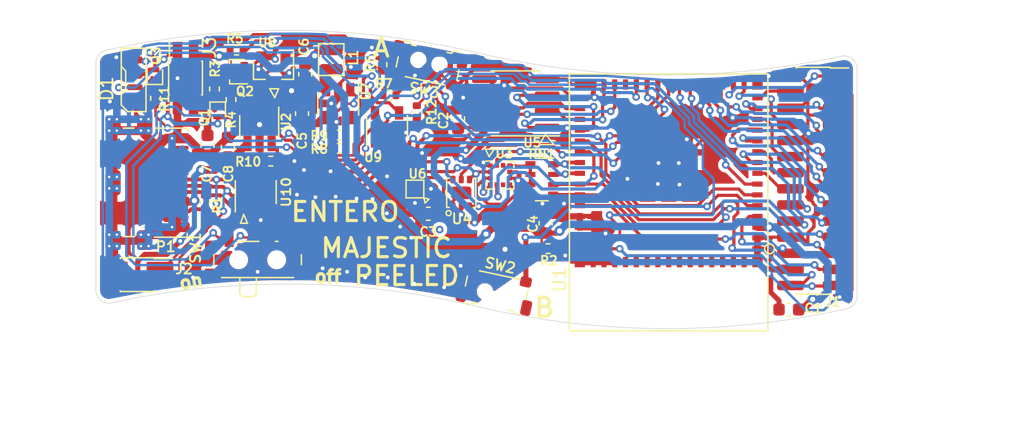
<source format=kicad_pcb>
(kicad_pcb (version 20171130) (host pcbnew 5.1.12-84ad8e8a86~92~ubuntu21.10.1)
  (layers (0 F.Cu signal) (31 B.Cu signal) (34 B.Paste user) (35 F.Paste user) (36 B.SilkS user) (37 F.SilkS user) (38 B.Mask user) (39 F.Mask user) (44 Edge.Cuts user))
  (net 0 "")
  (net 1 GND)
  (net 2 "Net-(P1-PadA5)")
  (net 3 "Net-(P1-PadB5)")
  (net 4 "Net-(P1-PadB3)")
  (net 5 "Net-(P1-PadA10)")
  (net 6 "Net-(P1-PadA11)")
  (net 7 "Net-(P1-PadB2)")
  (net 8 "Net-(U1-Pad27)")
  (net 9 "Net-(D1-Pad4)")
  (net 10 "Net-(U3-Pad11)")
  (net 11 "Net-(U3-Pad6)")
  (net 12 /D+)
  (net 13 /D-)
  (net 14 /PSRAMCS)
  (net 15 /PSRAMHD)
  (net 16 /PSRAMD)
  (net 17 /PSRAMCLK)
  (net 18 /PSRAMQ)
  (net 19 /PSRAMWP)
  (net 20 /IO0)
  (net 21 /EN)
  (net 22 /G3)
  (net 23 /G2)
  (net 24 /G1)
  (net 25 /G0)
  (net 26 /LCD_CS)
  (net 27 /PI2C_SDA)
  (net 28 /PI2C_SCL)
  (net 29 /LCD_RST)
  (net 30 /JOYC)
  (net 31 /JOYD)
  (net 32 /LCD_DC)
  (net 33 /JOYU)
  (net 34 /JOYR)
  (net 35 /LCD_CLK)
  (net 36 /JOYL)
  (net 37 /BTN3)
  (net 38 /LCD_DIN)
  (net 39 /3V3)
  (net 40 /SI2C_SCL)
  (net 41 /SI2C_SDA)
  (net 42 /LCD_PWR_EN)
  (net 43 /LCD_BL_EN)
  (net 44 /BTN1)
  (net 45 /BTN2)
  (net 46 /ACCL_INT)
  (net 47 /AUTH_WKUP)
  (net 48 /CHARGE_DET)
  (net 49 /LEDOUT)
  (net 50 /VBUS)
  (net 51 /VBAT_IN)
  (net 52 /VBAT_SW)
  (net 53 "Net-(Q1-Pad1)")
  (net 54 /UVLO)
  (net 55 "Net-(R5-Pad2)")
  (net 56 "Net-(L1-Pad1)")
  (net 57 "Net-(R8-Pad2)")
  (net 58 "Net-(R10-Pad2)")
  (net 59 /LEDDATA)
  (net 60 /LED_PWR)
  (net 61 /VLED)
  (net 62 "Net-(R12-Pad2)")
  (net 63 "Net-(U10-Pad6)")
  (net 64 "Net-(SW1-Pad2)")
  (module tilda6:MHCHL201610A-2R2M-Q8A (layer F.Cu) (at 118.55 100.55 90)
    (fp_text reference L1 (at 0.15 1.75 90) (layer F.SilkS) (effects (font (size 0.7 0.7))))
    (fp_text value MHCHL201610A-2R2M-Q8A)
    (pad 2 smd roundrect (at 0.75 0 90) (size 0.8 1.8) (layers F.Cu F.Paste F.Mask) (net 39 /3V3))
    (pad 1 smd roundrect (at -0.75 0 90) (size 0.8 1.8) (layers F.Cu F.Paste F.Mask) (net 56 "Net-(L1-Pad1)"))
  )
  (module Package_TO_SOT_SMD:SOT-23-6 (layer F.Cu) (at 112.6 111 90)
    (fp_text reference U10 (at 0 2.4 90) (layer F.SilkS) (effects (font (size 0.7 0.8))))
    (fp_text value ESDU5V0H4)
    (pad 5 smd rect (at 1.1 0 90) (size 1.06 0.65) (layers F.Cu F.Paste F.Mask) (net 50 /VBUS))
    (pad 6 smd rect (at 1.1 -0.95 90) (size 1.06 0.65) (layers F.Cu F.Paste F.Mask) (net 63 "Net-(U10-Pad6)"))
    (pad 4 smd rect (at 1.1 0.95 90) (size 1.06 0.65) (layers F.Cu F.Paste F.Mask) (net 13 /D-))
    (pad 3 smd rect (at -1.1 0.95 90) (size 1.06 0.65) (layers F.Cu F.Paste F.Mask) (net 12 /D+))
    (pad 2 smd rect (at -1.1 0 90) (size 1.06 0.65) (layers F.Cu F.Paste F.Mask) (net 1 GND))
    (pad 1 smd rect (at -1.1 -0.95 90) (size 1.06 0.65) (layers F.Cu F.Paste F.Mask) (net 2 "Net-(P1-PadA5)"))
  )
  (module Package_TO_SOT_SMD:SOT-23-5 (layer F.Cu) (at 122.95 105.85 90)
    (fp_text reference U9 (at -2.4 -1.1 180) (layer F.SilkS) (effects (font (size 0.7 0.7))))
    (fp_text value SN74LVC1G125DBVR)
    (pad 5 smd rect (at 1.1 -0.95 90) (size 1.06 0.65) (layers F.Cu F.Paste F.Mask) (net 61 /VLED))
    (pad 4 smd rect (at 1.1 0.95 90) (size 1.06 0.65) (layers F.Cu F.Paste F.Mask) (net 9 "Net-(D1-Pad4)"))
    (pad 3 smd rect (at -1.1 0.95 90) (size 1.06 0.65) (layers F.Cu F.Paste F.Mask) (net 1 GND))
    (pad 2 smd rect (at -1.1 0 90) (size 1.06 0.65) (layers F.Cu F.Paste F.Mask) (net 62 "Net-(R12-Pad2)"))
    (pad 1 smd rect (at -1.1 -0.95 90) (size 1.06 0.65) (layers F.Cu F.Paste F.Mask) (net 1 GND))
  )
  (module Resistor_SMD:R_0402_1005Metric (layer F.Cu) (at 125.3 104.69 270)
    (fp_text reference R12 (at 0 -1.17 90) (layer F.SilkS) (effects (font (size 0.7 0.7))))
    (fp_text value 1k)
    (pad 2 smd roundrect (at 0.51 0 270) (size 0.54 0.64) (layers F.Cu F.Paste F.Mask) (net 62 "Net-(R12-Pad2)"))
    (pad 1 smd roundrect (at -0.51 0 270) (size 0.54 0.64) (layers F.Cu F.Paste F.Mask) (net 59 /LEDDATA))
  )
  (module Resistor_SMD:R_0402_1005Metric (layer F.Cu) (at 104.7 103.6 90)
    (fp_text reference R11 (at -0.05 0.7 90) (layer F.SilkS) (effects (font (size 0.7 0.7))))
    (fp_text value 10k)
    (pad 2 smd roundrect (at 0.51 0 90) (size 0.54 0.64) (layers F.Cu F.Paste F.Mask) (net 52 /VBAT_SW))
    (pad 1 smd roundrect (at -0.51 0 90) (size 0.54 0.64) (layers F.Cu F.Paste F.Mask) (net 60 /LED_PWR))
  )
  (module Package_TO_SOT_SMD:SOT-883 (layer F.Cu) (at 104.65 101.7 90)
    (fp_text reference Q3 (at 1.45 0.1 90) (layer F.SilkS) (effects (font (size 0.7 0.7))))
    (fp_text value LP0404N3T5G)
    (pad 3 smd roundrect (at 0.35 0 90) (size 0.4 0.7) (layers F.Cu F.Paste F.Mask) (roundrect_rratio 0.125) (net 61 /VLED))
    (pad 2 smd roundrect (at -0.35 0.225 90) (size 0.4 0.25) (layers F.Cu F.Paste F.Mask) (roundrect_rratio 0.2) (net 52 /VBAT_SW))
    (pad 1 smd roundrect (at -0.35 -0.225 90) (size 0.4 0.25) (layers F.Cu F.Paste F.Mask) (roundrect_rratio 0.2) (net 60 /LED_PWR))
  )
  (module Package_TO_SOT_SMD:SOT-23 (layer F.Cu) (at 114 101.35 270)
    (fp_text reference U8 (at -2.15 0.5 180) (layer F.SilkS) (effects (font (size 0.7 0.7))))
    (fp_text value ME2807A33M3G)
    (pad 3 smd rect (at 1 0 270) (size 0.9 0.8) (layers F.Cu F.Paste F.Mask) (net 52 /VBAT_SW))
    (pad 2 smd rect (at -1 0.95 270) (size 0.9 0.8) (layers F.Cu F.Paste F.Mask) (net 1 GND))
    (pad 1 smd rect (at -1 -0.95 270) (size 0.9 0.8) (layers F.Cu F.Paste F.Mask) (net 54 /UVLO))
  )
  (module Resistor_SMD:R_0402_1005Metric (layer F.Cu) (at 113.79 108.55)
    (fp_text reference R10 (at -1.79 0.05) (layer F.SilkS) (effects (font (size 0.7 0.7))))
    (fp_text value 10k)
    (pad 2 smd roundrect (at 0.51 0) (size 0.54 0.64) (layers F.Cu F.Paste F.Mask) (net 58 "Net-(R10-Pad2)"))
    (pad 1 smd roundrect (at -0.51 0) (size 0.54 0.64) (layers F.Cu F.Paste F.Mask) (net 1 GND))
  )
  (module Capacitor_SMD:C_0603_1608Metric (layer F.Cu) (at 110.4 107.45 90)
    (fp_text reference C8 (at -2.1 0.05 90) (layer F.SilkS) (effects (font (size 0.7 0.7))))
    (fp_text value 4.7u)
    (pad 2 smd roundrect (at 0.775 0 90) (size 0.9 0.95) (layers F.Cu F.Paste F.Mask) (net 1 GND))
    (pad 1 smd roundrect (at -0.775 0 90) (size 0.9 0.95) (layers F.Cu F.Paste F.Mask) (net 50 /VBUS))
  )
  (module Capacitor_SMD:C_0603_1608Metric (layer F.Cu) (at 108.8 107.3 270)
    (fp_text reference C7 (at 2.25 0.05 90) (layer F.SilkS) (effects (font (size 0.7 0.7))))
    (fp_text value 4.7u)
    (pad 2 smd roundrect (at 0.775 0 270) (size 0.9 0.95) (layers F.Cu F.Paste F.Mask) (net 1 GND))
    (pad 1 smd roundrect (at -0.775 0 270) (size 0.9 0.95) (layers F.Cu F.Paste F.Mask) (net 51 /VBAT_IN))
  )
  (module Package_TO_SOT_SMD:SOT-23-5 (layer F.Cu) (at 119.1 104.02 270)
    (fp_text reference U7 (at -0.97 -2.2 90) (layer F.SilkS) (effects (font (size 0.7 0.7))))
    (fp_text value M3406-ADJ)
    (pad 5 smd rect (at 1.1 -0.95 270) (size 1.06 0.65) (layers F.Cu F.Paste F.Mask) (net 57 "Net-(R8-Pad2)"))
    (pad 4 smd rect (at 1.1 0.95 270) (size 1.06 0.65) (layers F.Cu F.Paste F.Mask) (net 52 /VBAT_SW))
    (pad 3 smd rect (at -1.1 0.95 270) (size 1.06 0.65) (layers F.Cu F.Paste F.Mask) (net 56 "Net-(L1-Pad1)"))
    (pad 2 smd rect (at -1.1 0 270) (size 1.06 0.65) (layers F.Cu F.Paste F.Mask) (net 1 GND))
    (pad 1 smd rect (at -1.1 -0.95 270) (size 1.06 0.65) (layers F.Cu F.Paste F.Mask) (net 64 "Net-(SW1-Pad2)"))
  )
  (module Resistor_SMD:R_0402_1005Metric (layer F.Cu) (at 119.2 106.5 180)
    (fp_text reference R9 (at 1.6 -0.05) (layer F.SilkS) (effects (font (size 0.7 0.7))))
    (fp_text value 1.43M)
    (pad 2 smd roundrect (at 0.51 0 180) (size 0.54 0.64) (layers F.Cu F.Paste F.Mask) (net 1 GND))
    (pad 1 smd roundrect (at -0.51 0 180) (size 0.54 0.64) (layers F.Cu F.Paste F.Mask) (net 57 "Net-(R8-Pad2)"))
  )
  (module Resistor_SMD:R_0402_1005Metric (layer F.Cu) (at 119.2 107.55)
    (fp_text reference R8 (at -1.6 0.05) (layer F.SilkS) (effects (font (size 0.7 0.7))))
    (fp_text value 267k)
    (pad 2 smd roundrect (at 0.51 0) (size 0.54 0.64) (layers F.Cu F.Paste F.Mask) (net 57 "Net-(R8-Pad2)"))
    (pad 1 smd roundrect (at -0.51 0) (size 0.54 0.64) (layers F.Cu F.Paste F.Mask) (net 39 /3V3))
  )
  (module Capacitor_SMD:C_0603_1608Metric (layer F.Cu) (at 116.5 101.7 270)
    (fp_text reference C6 (at -2.175 0.1 90) (layer F.SilkS) (effects (font (size 0.7 0.7))))
    (fp_text value 4.7u)
    (pad 2 smd roundrect (at 0.775 0 270) (size 0.9 0.95) (layers F.Cu F.Paste F.Mask) (net 1 GND))
    (pad 1 smd roundrect (at -0.775 0 270) (size 0.9 0.95) (layers F.Cu F.Paste F.Mask) (net 39 /3V3))
  )
  (module Capacitor_SMD:C_0603_1608Metric (layer F.Cu) (at 116.25 104.8 90)
    (fp_text reference C5 (at -2.15 0 90) (layer F.SilkS) (effects (font (size 0.7 0.7))))
    (fp_text value 4.7u)
    (pad 2 smd roundrect (at 0.775 0 90) (size 0.9 0.95) (layers F.Cu F.Paste F.Mask) (net 1 GND))
    (pad 1 smd roundrect (at -0.775 0 90) (size 0.9 0.95) (layers F.Cu F.Paste F.Mask) (net 52 /VBAT_SW))
  )
  (module Resistor_SMD:R_0402_1005Metric (layer F.Cu) (at 123.14 103.35)
    (fp_text reference R7 (at -0.44 -0.9) (layer F.SilkS) (effects (font (size 0.7 0.7))))
    (fp_text value 100k)
    (pad 2 smd roundrect (at 0.51 0) (size 0.54 0.64) (layers F.Cu F.Paste F.Mask) (net 45 /BTN2))
    (pad 1 smd roundrect (at -0.51 0) (size 0.54 0.64) (layers F.Cu F.Paste F.Mask) (net 55 "Net-(R5-Pad2)"))
  )
  (module Resistor_SMD:R_0402_1005Metric (layer F.Cu) (at 122.55 100.95 270)
    (fp_text reference R6 (at -0.1 0.9 90) (layer F.SilkS) (effects (font (size 0.7 0.7))))
    (fp_text value 10k)
    (pad 2 smd roundrect (at 0.51 0 270) (size 0.54 0.64) (layers F.Cu F.Paste F.Mask) (net 52 /VBAT_SW))
    (pad 1 smd roundrect (at -0.51 0 270) (size 0.54 0.64) (layers F.Cu F.Paste F.Mask) (net 55 "Net-(R5-Pad2)"))
  )
  (module Resistor_SMD:R_0402_1005Metric (layer F.Cu) (at 111.09 99.8)
    (fp_text reference R5 (at -0.14 -0.9) (layer F.SilkS) (effects (font (size 0.7 0.7))))
    (fp_text value 10k)
    (pad 2 smd roundrect (at 0.51 0) (size 0.54 0.64) (layers F.Cu F.Paste F.Mask) (net 55 "Net-(R5-Pad2)"))
    (pad 1 smd roundrect (at -0.51 0) (size 0.54 0.64) (layers F.Cu F.Paste F.Mask) (net 53 "Net-(Q1-Pad1)"))
  )
  (module Resistor_SMD:R_0402_1005Metric (layer F.Cu) (at 110.65 103.7 270)
    (fp_text reference R4 (at 1.59 0 90) (layer F.SilkS) (effects (font (size 0.7 0.7))))
    (fp_text value 10k)
    (pad 2 smd roundrect (at 0.51 0 270) (size 0.54 0.64) (layers F.Cu F.Paste F.Mask) (net 52 /VBAT_SW))
    (pad 1 smd roundrect (at -0.51 0 270) (size 0.54 0.64) (layers F.Cu F.Paste F.Mask) (net 54 /UVLO))
  )
  (module Resistor_SMD:R_0402_1005Metric (layer F.Cu) (at 109.35 102.86 270)
    (fp_text reference R3 (at -1.59 -0.05 90) (layer F.SilkS) (effects (font (size 0.7 0.7))))
    (fp_text value 1M)
    (pad 2 smd roundrect (at 0.51 0 270) (size 0.54 0.64) (layers F.Cu F.Paste F.Mask) (net 51 /VBAT_IN))
    (pad 1 smd roundrect (at -0.51 0 270) (size 0.54 0.64) (layers F.Cu F.Paste F.Mask) (net 53 "Net-(Q1-Pad1)"))
  )
  (module Package_TO_SOT_SMD:SOT-416 (layer F.Cu) (at 111.05 101.5 180)
    (fp_text reference Q2 (at -0.7 -1.55) (layer F.SilkS) (effects (font (size 0.7 0.7))))
    (fp_text value 2SK3019)
    (pad 3 smd rect (at 0.65 0 180) (size 0.6 0.5) (layers F.Cu F.Paste F.Mask) (net 53 "Net-(Q1-Pad1)"))
    (pad 2 smd rect (at -0.65 0.5 180) (size 0.6 0.5) (layers F.Cu F.Paste F.Mask) (net 1 GND))
    (pad 1 smd rect (at -0.65 -0.5 180) (size 0.6 0.5) (layers F.Cu F.Paste F.Mask) (net 54 /UVLO))
  )
  (module Package_TO_SOT_SMD:SOT-883 (layer F.Cu) (at 109.6 104.7 270)
    (fp_text reference Q1 (at 0.4 1.05 90) (layer F.SilkS) (effects (font (size 0.7 0.7))))
    (fp_text value LP0404N3T5G)
    (pad 3 smd roundrect (at 0.35 0 270) (size 0.4 0.7) (layers F.Cu F.Paste F.Mask) (roundrect_rratio 0.125) (net 52 /VBAT_SW))
    (pad 2 smd roundrect (at -0.35 0.225 270) (size 0.4 0.25) (layers F.Cu F.Paste F.Mask) (roundrect_rratio 0.2) (net 51 /VBAT_IN))
    (pad 1 smd roundrect (at -0.35 -0.225 270) (size 0.4 0.25) (layers F.Cu F.Paste F.Mask) (roundrect_rratio 0.2) (net 53 "Net-(Q1-Pad1)"))
  )
  (module tilda6:ESP32-S2-MINI-1-N4 (layer F.Cu) (at 145.15 111.8 180)
    (fp_text reference U1 (at 8.6 -6.1 90) (layer F.SilkS))
    (fp_text value ESP32-S2-MINI-1-N4 hide)
    (pad 73 smd rect (at 1.65 3.938515 180) (size 1.1938 1.1938) (layers F.Cu F.Paste F.Mask) (net 1 GND))
    (pad 72 smd rect (at 0 3.938515 180) (size 1.1938 1.1938) (layers F.Cu F.Paste F.Mask) (net 1 GND))
    (pad 71 smd rect (at -1.65 3.938515 180) (size 1.1938 1.1938) (layers F.Cu F.Paste F.Mask) (net 1 GND))
    (pad 68 smd rect (at 1.65 0.638515 180) (size 1.1938 1.1938) (layers F.Cu F.Paste F.Mask) (net 1 GND))
    (pad 67 smd rect (at 0 0.638515 180) (size 1.1938 1.1938) (layers F.Cu F.Paste F.Mask) (net 1 GND))
    (pad 66 smd rect (at -1.65 0.638515 180) (size 1.1938 1.1938) (layers F.Cu F.Paste F.Mask) (net 1 GND))
    (pad 69 smd rect (at -1.65 2.288515 180) (size 1.1938 1.1938) (layers F.Cu F.Paste F.Mask) (net 1 GND))
    (pad 70 smd rect (at 1.65 2.288515 180) (size 1.1938 1.1938) (layers F.Cu F.Paste F.Mask) (net 1 GND))
    (pad 63 smd rect (at -6.999999 9.288516 180) (size 0.8128 0.8128) (layers F.Cu F.Paste F.Mask) (net 1 GND))
    (pad 64 smd rect (at 6.999999 9.288516 180) (size 0.8128 0.8128) (layers F.Cu F.Paste F.Mask) (net 1 GND))
    (pad 61 smd rect (at 0 2.288515 180) (size 1.1938 1.1938) (layers F.Cu F.Paste F.Mask) (net 1 GND))
    (pad 65 smd rect (at 6.999999 -4.711484 180) (size 0.8128 0.8128) (layers F.Cu F.Paste F.Mask) (net 1 GND))
    (pad 62 smd rect (at -6.999999 -4.711484 180) (size 0.8128 0.8128) (layers F.Cu F.Paste F.Mask) (net 1 GND))
    (pad 30 smd rect (at 5.950001 9.288513 180) (size 0.4064 0.8128) (layers F.Cu F.Paste F.Mask) (net 1 GND))
    (pad 29 smd rect (at 5.1 9.288513 180) (size 0.4064 0.8128) (layers F.Cu F.Paste F.Mask) (net 14 /PSRAMCS))
    (pad 28 smd rect (at 4.249999 9.288513 180) (size 0.4064 0.8128) (layers F.Cu F.Paste F.Mask) (net 15 /PSRAMHD))
    (pad 27 smd rect (at 3.400001 9.288513 180) (size 0.4064 0.8128) (layers F.Cu F.Paste F.Mask) (net 8 "Net-(U1-Pad27)"))
    (pad 26 smd rect (at 2.55 9.288513 180) (size 0.4064 0.8128) (layers F.Cu F.Paste F.Mask) (net 48 /CHARGE_DET))
    (pad 25 smd rect (at 1.699999 9.288513 180) (size 0.4064 0.8128) (layers F.Cu F.Paste F.Mask) (net 47 /AUTH_WKUP))
    (pad 24 smd rect (at 0.850001 9.288513 180) (size 0.4064 0.8128) (layers F.Cu F.Paste F.Mask) (net 12 /D+))
    (pad 23 smd rect (at 0 9.288513 180) (size 0.4064 0.8128) (layers F.Cu F.Paste F.Mask) (net 13 /D-))
    (pad 22 smd rect (at -0.850001 9.288513 180) (size 0.4064 0.8128) (layers F.Cu F.Paste F.Mask) (net 25 /G0))
    (pad 21 smd rect (at -1.699999 9.288513 180) (size 0.4064 0.8128) (layers F.Cu F.Paste F.Mask) (net 24 /G1))
    (pad 20 smd rect (at -2.55 9.288513 180) (size 0.4064 0.8128) (layers F.Cu F.Paste F.Mask) (net 31 /JOYD))
    (pad 19 smd rect (at -3.400001 9.288513 180) (size 0.4064 0.8128) (layers F.Cu F.Paste F.Mask) (net 33 /JOYU))
    (pad 18 smd rect (at -4.249999 9.288513 180) (size 0.4064 0.8128) (layers F.Cu F.Paste F.Mask) (net 29 /LCD_RST))
    (pad 17 smd rect (at -5.1 9.288513 180) (size 0.4064 0.8128) (layers F.Cu F.Paste F.Mask) (net 32 /LCD_DC))
    (pad 16 smd rect (at -5.950001 9.288513 180) (size 0.4064 0.8128) (layers F.Cu F.Paste F.Mask) (net 35 /LCD_CLK))
    (pad 46 smd rect (at 5.950001 -4.711484 180) (size 0.4064 0.8128) (layers F.Cu F.Paste F.Mask) (net 1 GND))
    (pad 47 smd rect (at 5.1 -4.711484 180) (size 0.4064 0.8128) (layers F.Cu F.Paste F.Mask) (net 1 GND))
    (pad 48 smd rect (at 4.249999 -4.711484 180) (size 0.4064 0.8128) (layers F.Cu F.Paste F.Mask) (net 1 GND))
    (pad 49 smd rect (at 3.400001 -4.711484 180) (size 0.4064 0.8128) (layers F.Cu F.Paste F.Mask) (net 1 GND))
    (pad 50 smd rect (at 2.55 -4.711484 180) (size 0.4064 0.8128) (layers F.Cu F.Paste F.Mask) (net 1 GND))
    (pad 51 smd rect (at 1.699999 -4.711484 180) (size 0.4064 0.8128) (layers F.Cu F.Paste F.Mask) (net 1 GND))
    (pad 52 smd rect (at 0.850001 -4.711484 180) (size 0.4064 0.8128) (layers F.Cu F.Paste F.Mask) (net 1 GND))
    (pad 53 smd rect (at 0 -4.711484 180) (size 0.4064 0.8128) (layers F.Cu F.Paste F.Mask) (net 1 GND))
    (pad 54 smd rect (at -0.850001 -4.711484 180) (size 0.4064 0.8128) (layers F.Cu F.Paste F.Mask) (net 1 GND))
    (pad 55 smd rect (at -1.699999 -4.711484 180) (size 0.4064 0.8128) (layers F.Cu F.Paste F.Mask) (net 1 GND))
    (pad 56 smd rect (at -2.55 -4.711484 180) (size 0.4064 0.8128) (layers F.Cu F.Paste F.Mask) (net 1 GND))
    (pad 57 smd rect (at -3.400001 -4.711484 180) (size 0.4064 0.8128) (layers F.Cu F.Paste F.Mask) (net 1 GND))
    (pad 58 smd rect (at -4.249999 -4.711484 180) (size 0.4064 0.8128) (layers F.Cu F.Paste F.Mask) (net 1 GND))
    (pad 59 smd rect (at -5.1 -4.711484 180) (size 0.4064 0.8128) (layers F.Cu F.Paste F.Mask) (net 1 GND))
    (pad 60 smd rect (at -5.950001 -4.711484 180) (size 0.4064 0.8128) (layers F.Cu F.Paste F.Mask) (net 1 GND))
    (pad 31 smd rect (at 6.999999 8.238515 180) (size 0.8128 0.4064) (layers F.Cu F.Paste F.Mask) (net 16 /PSRAMD))
    (pad 15 smd rect (at -6.999999 8.238515 180) (size 0.8128 0.4064) (layers F.Cu F.Paste F.Mask) (net 38 /LCD_DIN))
    (pad 32 smd rect (at 6.999999 7.388515 180) (size 0.8128 0.4064) (layers F.Cu F.Paste F.Mask) (net 17 /PSRAMCLK))
    (pad 14 smd rect (at -6.999999 7.388515 180) (size 0.8128 0.4064) (layers F.Cu F.Paste F.Mask) (net 26 /LCD_CS))
    (pad 33 smd rect (at 6.999999 6.538514 180) (size 0.8128 0.4064) (layers F.Cu F.Paste F.Mask) (net 18 /PSRAMQ))
    (pad 13 smd rect (at -6.999999 6.538514 180) (size 0.8128 0.4064) (layers F.Cu F.Paste F.Mask) (net 30 /JOYC))
    (pad 34 smd rect (at 6.999999 5.688515 180) (size 0.8128 0.4064) (layers F.Cu F.Paste F.Mask) (net 19 /PSRAMWP))
    (pad 12 smd rect (at -6.999999 5.688515 180) (size 0.8128 0.4064) (layers F.Cu F.Paste F.Mask) (net 36 /JOYL))
    (pad 35 smd rect (at 6.999999 4.838515 180) (size 0.8128 0.4064) (layers F.Cu F.Paste F.Mask) (net 42 /LCD_PWR_EN))
    (pad 11 smd rect (at -6.999999 4.838515 180) (size 0.8128 0.4064) (layers F.Cu F.Paste F.Mask) (net 34 /JOYR))
    (pad 36 smd rect (at 6.999999 3.988514 180) (size 0.8128 0.4064) (layers F.Cu F.Paste F.Mask) (net 46 /ACCL_INT))
    (pad 10 smd rect (at -6.999999 3.988514 180) (size 0.8128 0.4064) (layers F.Cu F.Paste F.Mask) (net 37 /BTN3))
    (pad 37 smd rect (at 6.999999 3.138515 180) (size 0.8128 0.4064) (layers F.Cu F.Paste F.Mask) (net 40 /SI2C_SCL))
    (pad 9 smd rect (at -6.999999 3.138515 180) (size 0.8128 0.4064) (layers F.Cu F.Paste F.Mask) (net 22 /G3))
    (pad 38 smd rect (at 6.999999 2.288515 180) (size 0.8128 0.4064) (layers F.Cu F.Paste F.Mask) (net 41 /SI2C_SDA))
    (pad 8 smd rect (at -6.999999 2.288515 180) (size 0.8128 0.4064) (layers F.Cu F.Paste F.Mask) (net 23 /G2))
    (pad 39 smd rect (at 6.999999 1.438514 180) (size 0.8128 0.4064) (layers F.Cu F.Paste F.Mask) (net 28 /PI2C_SCL))
    (pad 7 smd rect (at -6.999999 1.438514 180) (size 0.8128 0.4064) (layers F.Cu F.Paste F.Mask) (net 60 /LED_PWR))
    (pad 40 smd rect (at 6.999999 0.588515 180) (size 0.8128 0.4064) (layers F.Cu F.Paste F.Mask) (net 27 /PI2C_SDA))
    (pad 6 smd rect (at -6.999999 0.588515 180) (size 0.8128 0.4064) (layers F.Cu F.Paste F.Mask) (net 45 /BTN2))
    (pad 41 smd rect (at 6.999999 -0.261485 180) (size 0.8128 0.4064) (layers F.Cu F.Paste F.Mask) (net 43 /LCD_BL_EN))
    (pad 5 smd rect (at -6.999999 -0.261485 180) (size 0.8128 0.4064) (layers F.Cu F.Paste F.Mask) (net 44 /BTN1))
    (pad 42 smd rect (at 6.999999 -1.111486 180) (size 0.8128 0.4064) (layers F.Cu F.Paste F.Mask) (net 1 GND))
    (pad 4 smd rect (at -6.999999 -1.111486 180) (size 0.8128 0.4064) (layers F.Cu F.Paste F.Mask) (net 20 /IO0))
    (pad 43 smd rect (at 6.999999 -1.961485 180) (size 0.8128 0.4064) (layers F.Cu F.Paste F.Mask) (net 1 GND))
    (pad 3 smd rect (at -6.999999 -1.961485 180) (size 0.8128 0.4064) (layers F.Cu F.Paste F.Mask) (net 39 /3V3))
    (pad 44 smd rect (at 6.999999 -2.811485 180) (size 0.8128 0.4064) (layers F.Cu F.Paste F.Mask) (net 59 /LEDDATA))
    (pad 2 smd rect (at -6.999999 -2.811485 180) (size 0.8128 0.4064) (layers F.Cu F.Paste F.Mask) (net 1 GND))
    (pad 45 smd rect (at 6.999999 -3.661486 180) (size 0.8128 0.4064) (layers F.Cu F.Paste F.Mask) (net 21 /EN))
    (pad 1 smd rect (at -6.999999 -3.661486 180) (size 0.8128 0.4064) (layers F.Cu F.Paste F.Mask) (net 1 GND))
  )
  (module Resistor_SMD:R_0402_1005Metric (layer F.Cu) (at 135.65 115.45 180)
    (fp_text reference R2 (at -0.05 -0.95) (layer F.SilkS) (effects (font (size 0.7 0.7))))
    (fp_text value 5.1k)
    (pad 2 smd roundrect (at 0.51 0 180) (size 0.54 0.64) (layers F.Cu F.Paste F.Mask) (net 39 /3V3))
    (pad 1 smd roundrect (at -0.51 0 180) (size 0.54 0.64) (layers F.Cu F.Paste F.Mask) (net 21 /EN))
  )
  (module Connector_PinSocket_1.27mm:PinSocket_2x14_P1.27mm_Vertical_SMD (layer F.Cu) (at 156.55 110.1)
    (fp_text reference J1 (at 1.55 9.55) (layer F.SilkS) (effects (font (size 0.7 0.7))))
    (fp_text value Conn_02x14_Odd_Even)
    (pad 28 smd roundrect (at -1.8 8.255) (size 2.1 0.75) (layers F.Cu F.Paste F.Mask) (net 42 /LCD_PWR_EN))
    (pad 27 smd roundrect (at 1.8 8.255) (size 2.1 0.75) (layers F.Cu F.Paste F.Mask) (net 21 /EN))
    (pad 26 smd roundrect (at -1.8 6.985) (size 2.1 0.75) (layers F.Cu F.Paste F.Mask) (net 1 GND))
    (pad 25 smd roundrect (at 1.8 6.985) (size 2.1 0.75) (layers F.Cu F.Paste F.Mask) (net 20 /IO0))
    (pad 24 smd roundrect (at -1.8 5.715) (size 2.1 0.75) (layers F.Cu F.Paste F.Mask) (net 43 /LCD_BL_EN))
    (pad 23 smd roundrect (at 1.8 5.715) (size 2.1 0.75) (layers F.Cu F.Paste F.Mask) (net 28 /PI2C_SCL))
    (pad 22 smd roundrect (at -1.8 4.445) (size 2.1 0.75) (layers F.Cu F.Paste F.Mask) (net 1 GND))
    (pad 21 smd roundrect (at 1.8 4.445) (size 2.1 0.75) (layers F.Cu F.Paste F.Mask) (net 27 /PI2C_SDA))
    (pad 20 smd roundrect (at -1.8 3.175) (size 2.1 0.75) (layers F.Cu F.Paste F.Mask) (net 25 /G0))
    (pad 19 smd roundrect (at 1.8 3.175) (size 2.1 0.75) (layers F.Cu F.Paste F.Mask) (net 24 /G1))
    (pad 18 smd roundrect (at -1.8 1.905) (size 2.1 0.75) (layers F.Cu F.Paste F.Mask) (net 22 /G3))
    (pad 17 smd roundrect (at 1.8 1.905) (size 2.1 0.75) (layers F.Cu F.Paste F.Mask) (net 36 /JOYL))
    (pad 16 smd roundrect (at -1.8 0.635) (size 2.1 0.75) (layers F.Cu F.Paste F.Mask) (net 23 /G2))
    (pad 15 smd roundrect (at 1.8 0.635) (size 2.1 0.75) (layers F.Cu F.Paste F.Mask) (net 34 /JOYR))
    (pad 14 smd roundrect (at -1.8 -0.635) (size 2.1 0.75) (layers F.Cu F.Paste F.Mask) (net 37 /BTN3))
    (pad 13 smd roundrect (at 1.8 -0.635) (size 2.1 0.75) (layers F.Cu F.Paste F.Mask) (net 31 /JOYD))
    (pad 12 smd roundrect (at -1.8 -1.905) (size 2.1 0.75) (layers F.Cu F.Paste F.Mask) (net 30 /JOYC))
    (pad 11 smd roundrect (at 1.8 -1.905) (size 2.1 0.75) (layers F.Cu F.Paste F.Mask) (net 33 /JOYU))
    (pad 10 smd roundrect (at -1.8 -3.175) (size 2.1 0.75) (layers F.Cu F.Paste F.Mask) (net 1 GND))
    (pad 9 smd roundrect (at 1.8 -3.175) (size 2.1 0.75) (layers F.Cu F.Paste F.Mask) (net 29 /LCD_RST))
    (pad 8 smd roundrect (at -1.8 -4.445) (size 2.1 0.75) (layers F.Cu F.Paste F.Mask) (net 35 /LCD_CLK))
    (pad 7 smd roundrect (at 1.8 -4.445) (size 2.1 0.75) (layers F.Cu F.Paste F.Mask) (net 1 GND))
    (pad 6 smd roundrect (at -1.8 -5.715) (size 2.1 0.75) (layers F.Cu F.Paste F.Mask) (net 1 GND))
    (pad 5 smd roundrect (at 1.8 -5.715) (size 2.1 0.75) (layers F.Cu F.Paste F.Mask) (net 26 /LCD_CS))
    (pad 4 smd roundrect (at -1.8 -6.985) (size 2.1 0.75) (layers F.Cu F.Paste F.Mask) (net 38 /LCD_DIN))
    (pad 3 smd roundrect (at 1.8 -6.985) (size 2.1 0.75) (layers F.Cu F.Paste F.Mask) (net 1 GND))
    (pad 2 smd roundrect (at -1.8 -8.255) (size 2.1 0.75) (layers F.Cu F.Paste F.Mask) (net 1 GND))
    (pad 1 smd roundrect (at 1.8 -8.255) (size 2.1 0.75) (layers F.Cu F.Paste F.Mask) (net 32 /LCD_DC))
  )
  (module corelib:UTC009-C-vias (layer F.Cu) (at 100 110.25 270)
    (fp_text reference P1 (at 5.05 -5.5 180) (layer F.SilkS) (effects (font (size 0.8 0.8))))
    (fp_text value USB_C_Plug)
    (pad S1 thru_hole roundrect (at 3.5 -6 270) (size 0.6 0.6) (drill 0.2) (layers *.Cu F.Mask) (net 1 GND))
    (pad S1 thru_hole roundrect (at -3.5 -6 270) (size 0.6 0.6) (drill 0.2) (layers *.Cu F.Mask) (net 1 GND))
    (pad S1 thru_hole roundrect (at -4.1 -3.55 270) (size 0.6 0.6) (drill 0.2) (layers *.Cu F.Mask) (net 1 GND))
    (pad S1 thru_hole roundrect (at -4.1 -4.15 270) (size 0.6 0.6) (drill 0.2) (layers *.Cu F.Mask) (net 1 GND))
    (pad S1 thru_hole roundrect (at -5 -4.15 270) (size 0.6 0.6) (drill 0.2) (layers *.Cu F.Mask) (net 1 GND))
    (pad S1 thru_hole roundrect (at -5 -3.55 270) (size 0.6 0.6) (drill 0.2) (layers *.Cu F.Mask) (net 1 GND))
    (pad S1 thru_hole roundrect (at -5 -1.05 270) (size 0.6 0.6) (drill 0.2) (layers *.Cu F.Mask) (net 1 GND))
    (pad S1 thru_hole roundrect (at -4.1 -1.05 270) (size 0.6 0.6) (drill 0.2) (layers *.Cu F.Mask) (net 1 GND))
    (pad S1 thru_hole roundrect (at -4.1 -1.65 270) (size 0.6 0.6) (drill 0.2) (layers *.Cu F.Mask) (net 1 GND))
    (pad S1 thru_hole roundrect (at -5 -1.65 270) (size 0.6 0.6) (drill 0.2) (layers *.Cu F.Mask) (net 1 GND))
    (pad S1 thru_hole roundrect (at -0.45 -1.05 270) (size 0.6 0.6) (drill 0.2) (layers *.Cu F.Mask) (net 1 GND))
    (pad S1 thru_hole roundrect (at 0.45 -1.05 270) (size 0.6 0.6) (drill 0.2) (layers *.Cu F.Mask) (net 1 GND))
    (pad S1 thru_hole roundrect (at 0.45 -1.65 270) (size 0.6 0.6) (drill 0.2) (layers *.Cu F.Mask) (net 1 GND))
    (pad S1 thru_hole roundrect (at -0.45 -1.65 270) (size 0.6 0.6) (drill 0.2) (layers *.Cu F.Mask) (net 1 GND))
    (pad S1 thru_hole roundrect (at 4.1 -1.05 270) (size 0.6 0.6) (drill 0.2) (layers *.Cu F.Mask) (net 1 GND))
    (pad S1 thru_hole roundrect (at 5 -1.05 270) (size 0.6 0.6) (drill 0.2) (layers *.Cu F.Mask) (net 1 GND))
    (pad S1 thru_hole roundrect (at 5 -1.65 270) (size 0.6 0.6) (drill 0.2) (layers *.Cu F.Mask) (net 1 GND))
    (pad S1 thru_hole roundrect (at 4.1 -1.65 270) (size 0.6 0.6) (drill 0.2) (layers *.Cu F.Mask) (net 1 GND))
    (pad S1 thru_hole roundrect (at 5 -4.15 270) (size 0.6 0.6) (drill 0.2) (layers *.Cu F.Mask) (net 1 GND))
    (pad S1 thru_hole roundrect (at 5 -3.55 270) (size 0.6 0.6) (drill 0.2) (layers *.Cu F.Mask) (net 1 GND))
    (pad S1 thru_hole roundrect (at 4.1 -3.55 270) (size 0.6 0.6) (drill 0.2) (layers *.Cu F.Mask) (net 1 GND))
    (pad S1 thru_hole roundrect (at 4.1 -4.15 270) (size 0.6 0.6) (drill 0.2) (layers *.Cu F.Mask) (net 1 GND))
    (pad B2 smd roundrect (at -2.75 -6.55 270) (size 0.3 1.5) (layers F.Cu F.Paste F.Mask) (net 7 "Net-(P1-PadB2)"))
    (pad A11 smd roundrect (at -2.25 -6.55 270) (size 0.3 1.5) (layers F.Cu F.Paste F.Mask) (net 6 "Net-(P1-PadA11)"))
    (pad A10 smd roundrect (at -1.75 -6.55 270) (size 0.3 1.5) (layers F.Cu F.Paste F.Mask) (net 5 "Net-(P1-PadA10)"))
    (pad B3 smd roundrect (at -1.25 -6.55 270) (size 0.3 1.5) (layers F.Cu F.Paste F.Mask) (net 4 "Net-(P1-PadB3)"))
    (pad B5 smd roundrect (at -0.75 -6.55 270) (size 0.3 1.5) (layers F.Cu F.Paste F.Mask) (net 3 "Net-(P1-PadB5)"))
    (pad A7 smd roundrect (at -0.25 -6.55 270) (size 0.3 1.5) (layers F.Cu F.Paste F.Mask) (net 13 /D-))
    (pad A6 smd roundrect (at 0.25 -6.55 270) (size 0.3 1.5) (layers F.Cu F.Paste F.Mask) (net 12 /D+))
    (pad A5 smd roundrect (at 0.75 -6.55 270) (size 0.3 1.5) (layers F.Cu F.Paste F.Mask) (net 2 "Net-(P1-PadA5)"))
    (pad A4 smd roundrect (at 1.25 -6.55 270) (size 0.3 1.5) (layers F.Cu F.Paste F.Mask) (net 50 /VBUS))
    (pad B9 smd roundrect (at 1.75 -6.55 270) (size 0.3 1.5) (layers F.Cu F.Paste F.Mask) (net 50 /VBUS))
    (pad B12 smd roundrect (at 2.25 -6.55 270) (size 0.3 1.5) (layers F.Cu F.Paste F.Mask) (net 1 GND))
    (pad A1 smd roundrect (at 2.75 -6.55 270) (size 0.3 1.5) (layers F.Cu F.Paste F.Mask) (net 1 GND))
    (pad S1 smd roundrect (at -3.5 -6.55 270) (size 0.8 1.7) (layers F.Cu F.Paste F.Mask) (net 1 GND))
    (pad S1 smd roundrect (at 3.5 -6.55 270) (size 0.8 1.7) (layers F.Cu F.Paste F.Mask) (net 1 GND))
    (pad S1 smd roundrect (at 0 -1.35 270) (size 2 1.2) (layers F.Cu F.Paste F.Mask) (net 1 GND))
    (pad S1 smd roundrect (at -4.55 -1.35 270) (size 1.5 1.2) (layers F.Cu F.Paste F.Mask) (net 1 GND))
    (pad S1 smd roundrect (at 4.55 -1.35 270) (size 1.5 1.2) (layers F.Cu F.Paste F.Mask) (net 1 GND))
    (pad S1 smd roundrect (at 4.55 -3.85 270) (size 1.5 1.2) (layers F.Cu F.Paste F.Mask) (net 1 GND))
    (pad S1 smd roundrect (at -4.55 -3.85 270) (size 1.5 1.2) (layers F.Cu F.Paste F.Mask) (net 1 GND))
  )
  (module Capacitor_SMD:C_0603_1608Metric (layer F.Cu) (at 135.45 113.45 90)
    (fp_text reference C4 (at -0.05 -1 90) (layer F.SilkS) (effects (font (size 0.7 0.7))))
    (fp_text value 4.7u)
    (pad 2 smd roundrect (at 0.775 0 90) (size 0.9 0.95) (layers F.Cu F.Paste F.Mask) (net 1 GND))
    (pad 1 smd roundrect (at -0.775 0 90) (size 0.9 0.95) (layers F.Cu F.Paste F.Mask) (net 39 /3V3))
  )
  (module Capacitor_SMD:C_0603_1608Metric (layer F.Cu) (at 126.2 112.7 180)
    (fp_text reference C3 (at 0 -1.43) (layer F.SilkS) (effects (font (size 0.7 0.7))))
    (fp_text value 4.7u)
    (pad 2 smd roundrect (at 0.775 0 180) (size 0.9 0.95) (layers F.Cu F.Paste F.Mask) (net 1 GND))
    (pad 1 smd roundrect (at -0.775 0 180) (size 0.9 0.95) (layers F.Cu F.Paste F.Mask) (net 39 /3V3))
  )
  (module tilda6:QMC7983 (layer F.Cu) (at 125.15 110.75)
    (fp_text reference U6 (at 0.2 -1.2) (layer F.SilkS) (effects (font (size 0.7 0.7))))
    (fp_text value QMC7983)
    (pad C3 smd circle (at -0.4 -0.4) (size 0.24 0.24) (layers F.Cu F.Paste F.Mask) (net 41 /SI2C_SDA))
    (pad C2 smd circle (at 0 -0.4) (size 0.24 0.24) (layers F.Cu F.Paste F.Mask))
    (pad C1 smd circle (at 0.4 -0.4) (size 0.24 0.24) (layers F.Cu F.Paste F.Mask) (net 39 /3V3))
    (pad B3 smd circle (at -0.4 0) (size 0.24 0.24) (layers F.Cu F.Paste F.Mask) (net 40 /SI2C_SCL))
    (pad B1 smd circle (at 0.4 0) (size 0.24 0.24) (layers F.Cu F.Paste F.Mask) (net 1 GND))
    (pad A3 smd circle (at -0.4 0.4) (size 0.24 0.24) (layers F.Cu F.Paste F.Mask))
    (pad A2 smd circle (at 0 0.4) (size 0.24 0.24) (layers F.Cu F.Paste F.Mask) (net 1 GND))
    (pad A1 smd circle (at 0.4 0.4) (size 0.24 0.24) (layers F.Cu F.Paste F.Mask) (net 39 /3V3))
  )
  (module Capacitor_SMD:C_0603_1608Metric (layer F.Cu) (at 128.55 105.2 90)
    (fp_text reference C2 (at -0.15 -1.15 90) (layer F.SilkS) (effects (font (size 0.7 0.7))))
    (fp_text value 4.7u)
    (pad 2 smd roundrect (at 0.775 0 90) (size 0.9 0.95) (layers F.Cu F.Paste F.Mask) (net 1 GND))
    (pad 1 smd roundrect (at -0.775 0 90) (size 0.9 0.95) (layers F.Cu F.Paste F.Mask) (net 39 /3V3))
  )
  (module Resistor_SMD:R_Array_Convex_4x0603 (layer F.Cu) (at 135.15 110)
    (fp_text reference RN1 (at 0 -2) (layer F.SilkS) (effects (font (size 0.7 0.7))))
    (fp_text value R_Pack04)
    (pad 5 smd rect (at 0.9 1.2) (size 0.8 0.5) (layers F.Cu F.Paste F.Mask) (net 27 /PI2C_SDA))
    (pad 6 smd rect (at 0.9 0.4) (size 0.8 0.4) (layers F.Cu F.Paste F.Mask) (net 28 /PI2C_SCL))
    (pad 8 smd rect (at 0.9 -1.2) (size 0.8 0.5) (layers F.Cu F.Paste F.Mask) (net 40 /SI2C_SCL))
    (pad 7 smd rect (at 0.9 -0.4) (size 0.8 0.4) (layers F.Cu F.Paste F.Mask) (net 41 /SI2C_SDA))
    (pad 4 smd rect (at -0.9 1.2) (size 0.8 0.5) (layers F.Cu F.Paste F.Mask) (net 39 /3V3))
    (pad 2 smd rect (at -0.9 -0.4) (size 0.8 0.4) (layers F.Cu F.Paste F.Mask) (net 39 /3V3))
    (pad 3 smd rect (at -0.9 0.4) (size 0.8 0.4) (layers F.Cu F.Paste F.Mask) (net 39 /3V3))
    (pad 1 smd rect (at -0.9 -1.2) (size 0.8 0.5) (layers F.Cu F.Paste F.Mask) (net 39 /3V3))
  )
  (module Capacitor_SMD:C_0603_1608Metric (layer F.Cu) (at 154.625 120.25 180)
    (fp_text reference C1 (at -1.925 0.1) (layer F.SilkS) (effects (font (size 0.7 0.7))))
    (fp_text value 4.7u)
    (pad 2 smd roundrect (at 0.775 0 180) (size 0.9 0.95) (layers F.Cu F.Paste F.Mask) (net 1 GND))
    (pad 1 smd roundrect (at -0.775 0 180) (size 0.9 0.95) (layers F.Cu F.Paste F.Mask) (net 39 /3V3))
  )
  (module Resistor_SMD:R_0402_1005Metric (layer F.Cu) (at 108.6 111.75 90)
    (fp_text reference R1 (at -0.25 1 90) (layer F.SilkS) (effects (font (size 0.7 0.7))))
    (fp_text value 5.1k)
    (pad 2 smd roundrect (at 0.51 0 90) (size 0.54 0.64) (layers F.Cu F.Paste F.Mask) (net 2 "Net-(P1-PadA5)"))
    (pad 1 smd roundrect (at -0.51 0 90) (size 0.54 0.64) (layers F.Cu F.Paste F.Mask) (net 1 GND))
  )
  (module Package_SO:SOIC-8_3.9x4.9mm_P1.27mm (layer F.Cu) (at 133.1 104 180)
    (fp_text reference U5 (at -1.3 -3.1) (layer F.SilkS) (effects (font (size 0.7 0.7))))
    (fp_text value ESP-PSRAM32)
    (pad 8 smd roundrect (at 2.475 -1.905 180) (size 1.95 0.6) (layers F.Cu F.Paste F.Mask) (net 39 /3V3))
    (pad 7 smd roundrect (at 2.475 -0.635 180) (size 1.95 0.6) (layers F.Cu F.Paste F.Mask) (net 15 /PSRAMHD))
    (pad 6 smd roundrect (at 2.475 0.635 180) (size 1.95 0.6) (layers F.Cu F.Paste F.Mask) (net 17 /PSRAMCLK))
    (pad 5 smd roundrect (at 2.475 1.905 180) (size 1.95 0.6) (layers F.Cu F.Paste F.Mask) (net 16 /PSRAMD))
    (pad 4 smd roundrect (at -2.475 1.905 180) (size 1.95 0.6) (layers F.Cu F.Paste F.Mask) (net 1 GND))
    (pad 3 smd roundrect (at -2.475 0.635 180) (size 1.95 0.6) (layers F.Cu F.Paste F.Mask) (net 19 /PSRAMWP))
    (pad 2 smd roundrect (at -2.475 -0.635 180) (size 1.95 0.6) (layers F.Cu F.Paste F.Mask) (net 18 /PSRAMQ))
    (pad 1 smd roundrect (at -2.475 -1.905 180) (size 1.95 0.6) (layers F.Cu F.Paste F.Mask) (net 14 /PSRAMCS))
  )
  (module tilda6:A1006TL (layer F.Cu) (at 128.8 111.05)
    (fp_text reference U4 (at 0.05 2.05 180) (layer F.SilkS) (effects (font (size 0.8 0.8))))
    (fp_text value A1006TL)
    (pad 6 smd roundrect (at -0.65 -1.05) (size 0.4 0.6) (layers F.Cu F.Paste F.Mask) (net 39 /3V3))
    (pad 5 smd roundrect (at 0 -1.05) (size 0.4 0.6) (layers F.Cu F.Paste F.Mask) (net 47 /AUTH_WKUP))
    (pad 4 smd roundrect (at 0.65 -1.05) (size 0.4 0.6) (layers F.Cu F.Paste F.Mask) (net 41 /SI2C_SDA))
    (pad 3 smd roundrect (at 0.65 1.05) (size 0.4 0.6) (layers F.Cu F.Paste F.Mask) (net 40 /SI2C_SCL))
    (pad 2 smd roundrect (at 0 1.05) (size 0.4 0.6) (layers F.Cu F.Paste F.Mask) (net 1 GND))
    (pad 1 smd roundrect (at -0.65 1.05) (size 0.4 0.6) (layers F.Cu F.Paste F.Mask) (net 1 GND))
    (pad 2 smd roundrect (at 0 0) (size 1.6 1) (layers F.Cu F.Paste F.Mask) (net 1 GND))
  )
  (module Package_LGA:LGA-12_2x2mm_P0.5mm (layer F.Cu) (at 131.85 109.65)
    (fp_text reference U3 (at 0.35 -1.7) (layer F.SilkS) (effects (font (size 0.7 0.7))))
    (fp_text value QMA7981)
    (pad 12 smd rect (at -0.25 -0.7625 90) (size 0.375 0.35) (layers F.Cu F.Paste F.Mask) (net 40 /SI2C_SCL))
    (pad 11 smd rect (at 0.25 -0.7625 90) (size 0.375 0.35) (layers F.Cu F.Paste F.Mask) (net 10 "Net-(U3-Pad11)"))
    (pad 6 smd rect (at 0.25 0.7625 90) (size 0.375 0.35) (layers F.Cu F.Paste F.Mask) (net 11 "Net-(U3-Pad6)"))
    (pad 5 smd rect (at -0.25 0.7625 90) (size 0.375 0.35) (layers F.Cu F.Paste F.Mask) (net 46 /ACCL_INT))
    (pad 10 smd rect (at 0.7625 -0.75) (size 0.375 0.35) (layers F.Cu F.Paste F.Mask) (net 39 /3V3))
    (pad 1 smd rect (at -0.7625 -0.75) (size 0.375 0.35) (layers F.Cu F.Paste F.Mask) (net 1 GND))
    (pad 7 smd rect (at 0.7625 0.75) (size 0.375 0.35) (layers F.Cu F.Paste F.Mask) (net 39 /3V3))
    (pad 4 smd rect (at -0.7625 0.75) (size 0.375 0.35) (layers F.Cu F.Paste F.Mask) (net 1 GND))
    (pad 8 smd rect (at 0.7625 0.25) (size 0.375 0.35) (layers F.Cu F.Paste F.Mask) (net 1 GND))
    (pad 9 smd rect (at 0.7625 -0.25) (size 0.375 0.35) (layers F.Cu F.Paste F.Mask) (net 1 GND))
    (pad 3 smd rect (at -0.7625 0.25) (size 0.375 0.35) (layers F.Cu F.Paste F.Mask) (net 39 /3V3))
    (pad 2 smd rect (at -0.7625 -0.25) (size 0.375 0.35) (layers F.Cu F.Paste F.Mask) (net 41 /SI2C_SDA))
  )
  (module Package_TO_SOT_SMD:TSOT-23-5 (layer F.Cu) (at 112.9 105.85 270)
    (fp_text reference U2 (at -0.4 -2.1 270) (layer F.SilkS) (effects (font (size 0.7 0.7))))
    (fp_text value LTH7R.)
    (pad 5 smd rect (at 1.31 -0.95 270) (size 1.22 0.65) (layers F.Cu F.Paste F.Mask) (net 58 "Net-(R10-Pad2)"))
    (pad 4 smd rect (at 1.31 0.95 270) (size 1.22 0.65) (layers F.Cu F.Paste F.Mask) (net 50 /VBUS))
    (pad 3 smd rect (at -1.31 0.95 270) (size 1.22 0.65) (layers F.Cu F.Paste F.Mask) (net 52 /VBAT_SW))
    (pad 2 smd rect (at -1.31 0 270) (size 1.22 0.65) (layers F.Cu F.Paste F.Mask) (net 1 GND))
    (pad 1 smd rect (at -1.31 -0.95 270) (size 1.22 0.65) (layers F.Cu F.Paste F.Mask) (net 48 /CHARGE_DET))
  )
  (module tilda6:sidebutton-1TS003B-1400-3500A-CT (layer F.Cu) (at 126.25 100.75 348)
    (fp_text reference SW3 (at 0.1 2.25 168) (layer F.SilkS) (effects (font (size 0.8 0.8))))
    (fp_text value SW_SPST)
    (pad "" smd roundrect (at 2.6 -0.6 348) (size 0.8 1.2) (layers F.Cu F.Paste F.Mask))
    (pad "" smd roundrect (at -2.6 -0.6 348) (size 0.8 1.2) (layers F.Cu F.Paste F.Mask))
    (pad "" np_thru_hole circle (at 0.85 0 348) (size 0.7 0.7) (drill 0.7) (layers *.Cu *.Mask))
    (pad "" np_thru_hole circle (at -0.85 0 348) (size 0.7 0.7) (drill 0.7) (layers *.Cu *.Mask))
    (pad 2 smd roundrect (at 2.15 1.4 348) (size 0.9 0.8) (layers F.Cu F.Paste F.Mask) (net 1 GND))
    (pad 1 smd roundrect (at -2.15 1.4 348) (size 0.9 0.8) (layers F.Cu F.Paste F.Mask) (net 55 "Net-(R5-Pad2)"))
  )
  (module tilda6:sidebutton-1TS003B-1400-3500A-CT (layer F.Cu) (at 131.5 119 168)
    (fp_text reference SW2 (at 0.1 2.25 168) (layer F.SilkS) (effects (font (size 0.8 0.8))))
    (fp_text value SW_SPST)
    (pad "" smd roundrect (at 2.6 -0.6 168) (size 0.8 1.2) (layers F.Cu F.Paste F.Mask))
    (pad "" smd roundrect (at -2.6 -0.6 168) (size 0.8 1.2) (layers F.Cu F.Paste F.Mask))
    (pad "" np_thru_hole circle (at 0.85 0 168) (size 0.7 0.7) (drill 0.7) (layers *.Cu *.Mask))
    (pad "" np_thru_hole circle (at -0.85 0 168) (size 0.7 0.7) (drill 0.7) (layers *.Cu *.Mask))
    (pad 2 smd roundrect (at 2.15 1.4 168) (size 0.9 0.8) (layers F.Cu F.Paste F.Mask) (net 1 GND))
    (pad 1 smd roundrect (at -2.15 1.4 168) (size 0.9 0.8) (layers F.Cu F.Paste F.Mask) (net 44 /BTN1))
  )
  (module Button_Switch_SMD:SW_SPDT_PCM12 (layer F.Cu) (at 112.75 116)
    (fp_text reference SW1 (at -4.9 -0.6 90) (layer F.SilkS) (effects (font (size 0.8 0.8))))
    (fp_text value SW_SPDT)
    (pad "" smd rect (at -3.65 -0.78) (size 1 0.8) (layers F.Cu F.Paste F.Mask))
    (pad "" smd rect (at 3.65 -0.78) (size 1 0.8) (layers F.Cu F.Paste F.Mask))
    (pad "" smd rect (at 3.65 1.43) (size 1 0.8) (layers F.Cu F.Paste F.Mask))
    (pad "" smd rect (at -3.65 1.43) (size 1 0.8) (layers F.Cu F.Paste F.Mask))
    (pad 3 smd rect (at 2.25 -1.43) (size 0.7 1.5) (layers F.Cu F.Paste F.Mask) (net 1 GND))
    (pad 2 smd rect (at 0.75 -1.43) (size 0.7 1.5) (layers F.Cu F.Paste F.Mask) (net 64 "Net-(SW1-Pad2)"))
    (pad 1 smd rect (at -2.25 -1.43) (size 0.7 1.5) (layers F.Cu F.Paste F.Mask) (net 52 /VBAT_SW))
    (pad "" np_thru_hole circle (at 1.5 0.33) (size 0.9 0.9) (drill 0.9) (layers *.Cu *.Mask))
    (pad "" np_thru_hole circle (at -1.5 0.33) (size 0.9 0.9) (drill 0.9) (layers *.Cu *.Mask))
  )
  (module tilda6:HHS-352026 (layer F.Cu) (at 122.325 109.425 354)
    (fp_text reference N1 hide)
    (fp_text value Housing hide)
  )
  (module Tilda-MKV:SK6812SIDE-A (layer F.Cu) (at 103.15 102.15 270)
    (fp_text reference D1 (at 0.7 2.3 90) (layer F.SilkS))
    (fp_text value WS2812B-SIDE-A)
    (pad 3 smd roundrect (at 1.8 0) (size 0.55 1) (layers F.Cu F.Paste F.Mask) (net 1 GND))
    (pad 4 smd roundrect (at -1.8 0.025) (size 0.55 1) (layers F.Cu F.Paste F.Mask) (net 9 "Net-(D1-Pad4)"))
    (pad 3 smd roundrect (at 1.575 0.075 270) (size 0.55 1.2) (layers F.Cu F.Paste F.Mask) (net 1 GND))
    (pad 2 smd roundrect (at 0.575 0.075 270) (size 0.45 1.2) (layers F.Cu F.Paste F.Mask) (net 49 /LEDOUT))
    (pad 1 smd roundrect (at -0.45 0.075 270) (size 0.7 1.2) (layers F.Cu F.Paste F.Mask) (net 61 /VLED))
    (pad 4 smd roundrect (at -1.575 0.075 270) (size 0.55 1.2) (layers F.Cu F.Paste F.Mask) (net 9 "Net-(D1-Pad4)"))
  )
  (module Connector_PinSocket_1.27mm:PinSocket_2x02_P1.27mm_Vertical_SMD (layer F.Cu) (at 107.065 102 90)
    (fp_text reference J3 (at 2.4 1.885 90) (layer F.SilkS))
    (fp_text value Conn_02x02_Odd_Even)
    (pad 4 smd rect (at -1.8 0.635 90) (size 2.1 0.75) (layers F.Cu F.Paste F.Mask) (net 51 /VBAT_IN))
    (pad 3 smd rect (at 1.8 0.635 90) (size 2.1 0.75) (layers F.Cu F.Paste F.Mask) (net 39 /3V3))
    (pad 2 smd rect (at -1.8 -0.635 90) (size 2.1 0.75) (layers F.Cu F.Paste F.Mask) (net 1 GND))
    (pad 1 smd rect (at 1.8 -0.635 90) (size 2.1 0.75) (layers F.Cu F.Paste F.Mask) (net 49 /LEDOUT))
  )
  (module Connector_PinSocket_1.27mm:PinSocket_2x02_P1.27mm_Vertical_SMD (layer F.Cu) (at 103.25 117.5)
    (fp_text reference J2 (at 3.7 -0.45) (layer F.SilkS) (effects (font (size 0.8 0.8))))
    (fp_text value Conn_02x02_Odd_Even)
    (pad 4 smd rect (at -1.8 0.635) (size 2.1 0.75) (layers F.Cu F.Paste F.Mask) (net 50 /VBUS))
    (pad 3 smd rect (at 1.8 0.635) (size 2.1 0.75) (layers F.Cu F.Paste F.Mask) (net 12 /D+))
    (pad 2 smd rect (at -1.8 -0.635) (size 2.1 0.75) (layers F.Cu F.Paste F.Mask) (net 1 GND))
    (pad 1 smd rect (at 1.8 -0.635) (size 2.1 0.75) (layers F.Cu F.Paste F.Mask) (net 13 /D-))
  )
  (gr_text PEELED (at 124.5 117.6) (layer F.SilkS) (effects (font (size 1.5 1.5) (thickness 0.25))))
  (gr_text MAJESTIC (at 122.9 115.4) (layer F.SilkS) (effects (font (size 1.5 1.5) (thickness 0.25))))
  (gr_text ENTERO (at 119.65 112.55) (layer F.SilkS) (effects (font (size 1.5 1.5) (thickness 0.25))))
  (gr_text B (at 135.35 120.1) (layer F.SilkS) (effects (font (size 1.5 1.5) (thickness 0.25))))
  (gr_text A (at 122.5 99.6) (layer F.SilkS) (effects (font (size 1.5 1.5) (thickness 0.25))))
  (gr_text on (at 107.5 118.05 10) (layer F.SilkS) (effects (font (size 1 1) (thickness 0.25))))
  (gr_text off (at 118.3 117.65) (layer F.SilkS) (effects (font (size 1 1) (thickness 0.25))))
  (gr_line (start 111.95 113.45) (end 111.65 112.75) (layer F.SilkS) (width 0.12))
  (gr_line (start 111.4 113.45) (end 111.95 113.45) (layer F.SilkS) (width 0.12))
  (gr_line (start 111.65 112.75) (end 111.4 113.45) (layer F.SilkS) (width 0.12))
  (gr_line (start 113.7 102.85) (end 114.1 103.55) (layer F.SilkS) (width 0.12))
  (gr_line (start 114.4 102.85) (end 113.7 102.85) (layer F.SilkS) (width 0.12))
  (gr_line (start 114.1 103.55) (end 114.4 102.85) (layer F.SilkS) (width 0.12))
  (gr_line (start 131 108.2) (end 130.7 107.6) (layer F.SilkS) (width 0.12))
  (gr_line (start 131.4 107.6) (end 131 108.2) (layer F.SilkS) (width 0.12))
  (gr_line (start 130.7 107.6) (end 131.4 107.6) (layer F.SilkS) (width 0.12))
  (gr_line (start 136.1 107.25) (end 135.5 106.5) (layer F.SilkS) (width 0.12))
  (gr_line (start 134.95 107.25) (end 136.1 107.25) (layer F.SilkS) (width 0.12))
  (gr_line (start 135.4 106.5) (end 134.95 107.25) (layer F.SilkS) (width 0.12))
  (gr_arc (start 145 56.754) (end 130 120) (angle -25.978) (layer Edge.Cuts) (width 0.05))
  (gr_arc (start 159 119.204) (end 159.219 120.18) (angle -77.364) (layer Edge.Cuts) (width 0.05))
  (gr_line (start 160 119.204) (end 160 101.253) (angle 90) (layer Edge.Cuts) (width 0.05))
  (gr_arc (start 159 101.253) (end 160 101.253) (angle -102.247) (layer Edge.Cuts) (width 0.05))
  (gr_arc (start 145 36.754) (end 130 100) (angle -25.589) (layer Edge.Cuts) (width 0.05))
  (gr_line (start 100 100.796) (end 100 118.747) (angle 90) (layer Edge.Cuts) (width 0.05))
  (gr_arc (start 101 100.796) (end 100.781 99.82) (angle -77.364) (layer Edge.Cuts) (width 0.05))
  (gr_arc (start 115 163.246) (end 130 100) (angle -25.978) (layer Edge.Cuts) (width 0.05))
  (gr_arc (start 101 118.747) (end 100 118.747) (angle -102.247) (layer Edge.Cuts) (width 0.05))
  (gr_arc (start 115 183.246) (end 130 120) (angle -25.589) (layer Edge.Cuts) (width 0.05))
  (via (at 127.1 113.95) (size 0.6) (drill 0.3) (layers F.Cu B.Cu) (net 0))
  (segment (start 155.490002 101.845) (end 156.125001 102.479999) (width 0.25) (layer F.Cu) (net 1))
  (segment (start 156.125001 102.479999) (end 156.125001 103.750001) (width 0.25) (layer F.Cu) (net 1))
  (segment (start 154.75 101.845) (end 155.490002 101.845) (width 0.25) (layer F.Cu) (net 1))
  (segment (start 152.216484 114.545) (end 152.149999 114.611485) (width 0.25) (layer F.Cu) (net 1))
  (segment (start 155.645002 114.545) (end 152.216484 114.545) (width 0.25) (layer F.Cu) (net 1))
  (segment (start 156.125001 115.024999) (end 155.645002 114.545) (width 0.25) (layer F.Cu) (net 1))
  (segment (start 156.760002 103.115) (end 156.125001 102.479999) (width 0.25) (layer F.Cu) (net 1))
  (segment (start 158.35 103.115) (end 156.760002 103.115) (width 0.25) (layer F.Cu) (net 1))
  (segment (start 155.490002 104.385) (end 156.125001 103.750001) (width 0.25) (layer F.Cu) (net 1))
  (segment (start 154.75 104.385) (end 155.490002 104.385) (width 0.25) (layer F.Cu) (net 1))
  (segment (start 152.149999 102.511484) (end 152.816483 101.845) (width 0.25) (layer F.Cu) (net 1))
  (segment (start 156.125001 103.750001) (end 156.125001 104.924999) (width 0.25) (layer F.Cu) (net 1))
  (segment (start 155.425002 106.925) (end 156.125001 106.225001) (width 0.25) (layer F.Cu) (net 1))
  (segment (start 154.75 106.925) (end 155.425002 106.925) (width 0.25) (layer F.Cu) (net 1))
  (segment (start 156.944999 104.924999) (end 156.125001 104.924999) (width 0.25) (layer F.Cu) (net 1))
  (segment (start 157.675 105.655) (end 156.944999 104.924999) (width 0.25) (layer F.Cu) (net 1))
  (segment (start 158.35 105.655) (end 157.675 105.655) (width 0.25) (layer F.Cu) (net 1))
  (segment (start 156.125001 104.924999) (end 156.125001 105.019999) (width 0.25) (layer F.Cu) (net 1))
  (segment (start 156.125001 105.019999) (end 156.125001 106.225001) (width 0.25) (layer F.Cu) (net 1))
  (via (at 156.17023 106.366053) (size 0.6) (drill 0.3) (layers F.Cu B.Cu) (net 1))
  (segment (start 156.125001 106.320824) (end 156.17023 106.366053) (width 0.25) (layer F.Cu) (net 1))
  (segment (start 156.125001 106.225001) (end 156.125001 106.320824) (width 0.25) (layer F.Cu) (net 1))
  (via (at 153.045 101.845) (size 0.6) (drill 0.3) (layers F.Cu B.Cu) (net 1))
  (segment (start 153.045 101.845) (end 154.75 101.845) (width 0.25) (layer F.Cu) (net 1))
  (segment (start 152.816483 101.845) (end 153.045 101.845) (width 0.25) (layer F.Cu) (net 1))
  (segment (start 156.4 101.2) (end 155.831964 101.2) (width 0.25) (layer B.Cu) (net 1))
  (segment (start 157.55 101.55) (end 157.2 101.2) (width 0.25) (layer B.Cu) (net 1))
  (segment (start 157.55 105.95) (end 157.55 101.55) (width 0.25) (layer B.Cu) (net 1))
  (segment (start 157.2 101.2) (end 156.4 101.2) (width 0.25) (layer B.Cu) (net 1))
  (segment (start 156.17023 106.366053) (end 157.133947 106.366053) (width 0.25) (layer B.Cu) (net 1))
  (segment (start 157.133947 106.366053) (end 157.55 105.95) (width 0.25) (layer B.Cu) (net 1))
  (segment (start 155.831964 101.2) (end 155.793578 101.206422) (width 0.25) (layer B.Cu) (net 1))
  (segment (start 155.186964 101.845) (end 155.831964 101.2) (width 0.25) (layer B.Cu) (net 1))
  (segment (start 153.045 101.845) (end 155.186964 101.845) (width 0.25) (layer B.Cu) (net 1))
  (segment (start 153.85 120.1) (end 153.85 119.55) (width 0.4) (layer F.Cu) (net 1))
  (segment (start 153.85 119.55) (end 153.2 118.9) (width 0.4) (layer F.Cu) (net 1))
  (segment (start 153.2 118.9) (end 153.2 117.561485) (width 0.4) (layer F.Cu) (net 1))
  (segment (start 156.612854 112.86215) (end 156.612854 113.724999) (width 0.25) (layer F.Cu) (net 1))
  (segment (start 156.725001 112.750003) (end 156.612854 112.86215) (width 0.25) (layer F.Cu) (net 1))
  (segment (start 156.612854 113.724999) (end 156.125001 114.212852) (width 0.25) (layer F.Cu) (net 1))
  (segment (start 156.725003 112.082202) (end 156.725001 112.750003) (width 0.25) (layer F.Cu) (net 1))
  (segment (start 156.531901 111.806895) (end 156.531901 111.8891) (width 0.25) (layer F.Cu) (net 1))
  (segment (start 156.531901 111.8891) (end 156.725003 112.082202) (width 0.25) (layer F.Cu) (net 1))
  (segment (start 156.125001 111.399995) (end 156.531901 111.806895) (width 0.25) (layer F.Cu) (net 1))
  (segment (start 156.125001 114.212852) (end 156.125001 115.024999) (width 0.25) (layer F.Cu) (net 1))
  (segment (start 156.125001 106.225001) (end 156.125001 111.399995) (width 0.25) (layer F.Cu) (net 1))
  (segment (start 137.095 102.095) (end 135.575 102.095) (width 0.25) (layer F.Cu) (net 1))
  (segment (start 137.511484 102.511484) (end 137.095 102.095) (width 0.25) (layer F.Cu) (net 1))
  (segment (start 139.199996 102.511484) (end 137.511484 102.511484) (width 0.25) (layer F.Cu) (net 1))
  (segment (start 139.199999 102.511487) (end 139.199996 102.511484) (width 0.25) (layer F.Cu) (net 1))
  (segment (start 152.723515 117.085) (end 152.149999 116.511484) (width 0.5) (layer F.Cu) (net 1))
  (segment (start 154.75 117.085) (end 152.723515 117.085) (width 0.5) (layer F.Cu) (net 1))
  (segment (start 152.149999 116.511484) (end 152.149999 114.611485) (width 0.5) (layer F.Cu) (net 1))
  (segment (start 152.149999 116.511484) (end 138.150001 116.511484) (width 0.5) (layer F.Cu) (net 1))
  (segment (start 138.150001 112.911486) (end 138.150001 113.761485) (width 0.5) (layer F.Cu) (net 1))
  (via (at 153.044258 117.405742) (size 0.6) (drill 0.3) (layers F.Cu B.Cu) (net 1))
  (segment (start 153.044258 117.405742) (end 152.149999 116.511484) (width 0.4) (layer F.Cu) (net 1))
  (segment (start 153.2 117.561485) (end 153.044258 117.405742) (width 0.4) (layer F.Cu) (net 1))
  (via (at 133.292936 110.07501) (size 0.6) (drill 0.3) (layers F.Cu B.Cu) (net 1))
  (segment (start 132.6125 109.9) (end 133.117926 109.9) (width 0.25) (layer F.Cu) (net 1))
  (segment (start 133.117926 109.9) (end 133.292936 110.07501) (width 0.25) (layer F.Cu) (net 1))
  (segment (start 132.6125 109.4) (end 133.190534 109.4) (width 0.25) (layer F.Cu) (net 1))
  (segment (start 133.190534 109.4) (end 133.292936 109.502402) (width 0.25) (layer F.Cu) (net 1))
  (segment (start 133.292936 109.502402) (end 133.292936 110.07501) (width 0.25) (layer F.Cu) (net 1))
  (segment (start 128.15 111.7) (end 128.8 111.05) (width 0.25) (layer F.Cu) (net 1))
  (segment (start 128.15 112.1) (end 128.15 111.7) (width 0.25) (layer F.Cu) (net 1))
  (segment (start 128.8 112.1) (end 128.8 111.05) (width 0.25) (layer F.Cu) (net 1))
  (via (at 128.8 112.77499) (size 0.6) (drill 0.3) (layers F.Cu B.Cu) (net 1))
  (segment (start 128.8 112.1) (end 128.8 112.77499) (width 0.25) (layer F.Cu) (net 1))
  (segment (start 128.15 112.1) (end 128.8 112.75) (width 0.25) (layer F.Cu) (net 1))
  (segment (start 128.8 112.75) (end 128.8 112.77499) (width 0.25) (layer F.Cu) (net 1))
  (via (at 128.95 103.55) (size 0.6) (drill 0.3) (layers F.Cu B.Cu) (net 1))
  (segment (start 128.55 103.95) (end 128.95 103.55) (width 0.25) (layer F.Cu) (net 1))
  (segment (start 128.55 104.425) (end 128.55 103.95) (width 0.25) (layer F.Cu) (net 1))
  (via (at 137.15 105.95) (size 0.6) (drill 0.3) (layers F.Cu B.Cu) (net 1))
  (segment (start 128.55 104.425) (end 128.775 104.425) (width 0.25) (layer F.Cu) (net 1))
  (segment (start 137.15 106) (end 137.15 105.95) (width 0.25) (layer F.Cu) (net 1))
  (segment (start 136.39999 106.75001) (end 137.15 106) (width 0.25) (layer F.Cu) (net 1))
  (segment (start 133.30001 106.75001) (end 136.39999 106.75001) (width 0.25) (layer F.Cu) (net 1))
  (segment (start 128.95 103.454476) (end 128.061941 102.566417) (width 0.25) (layer F.Cu) (net 1))
  (segment (start 128.95 103.55) (end 128.95 103.454476) (width 0.25) (layer F.Cu) (net 1))
  (segment (start 155.049231 105.245054) (end 151.757201 105.245054) (width 0.25) (layer B.Cu) (net 1))
  (segment (start 152.745001 102.144999) (end 153.045 101.845) (width 0.25) (layer B.Cu) (net 1))
  (segment (start 151.757201 105.245054) (end 151.637113 105.124966) (width 0.25) (layer B.Cu) (net 1))
  (segment (start 149.851528 104.78088) (end 149.851528 104.244799) (width 0.25) (layer B.Cu) (net 1))
  (segment (start 149.15 102.95) (end 149.955001 102.144999) (width 0.25) (layer B.Cu) (net 1))
  (segment (start 156.17023 106.366053) (end 155.049231 105.245054) (width 0.25) (layer B.Cu) (net 1))
  (segment (start 150.195614 105.124966) (end 149.851528 104.78088) (width 0.25) (layer B.Cu) (net 1))
  (segment (start 149.851528 104.244799) (end 149.15 103.543271) (width 0.25) (layer B.Cu) (net 1))
  (segment (start 150.825034 105.124966) (end 150.195614 105.124966) (width 0.25) (layer B.Cu) (net 1))
  (segment (start 151.637113 105.124966) (end 150.825034 105.124966) (width 0.25) (layer B.Cu) (net 1))
  (via (at 150.195614 105.124966) (size 0.6) (drill 0.3) (layers F.Cu B.Cu) (net 1))
  (segment (start 149.536519 105.124966) (end 146.8 107.861485) (width 0.25) (layer F.Cu) (net 1))
  (segment (start 150.195614 105.124966) (end 149.536519 105.124966) (width 0.25) (layer F.Cu) (net 1))
  (via (at 125.15 111.85) (size 0.6) (drill 0.3) (layers F.Cu B.Cu) (net 1))
  (segment (start 125.15 111.15) (end 125.15 111.85) (width 0.25) (layer F.Cu) (net 1))
  (segment (start 125.625 112.325) (end 125.15 111.85) (width 0.25) (layer F.Cu) (net 1))
  (segment (start 125.625 112.7) (end 125.625 112.325) (width 0.25) (layer F.Cu) (net 1))
  (via (at 126.413501 110.73457) (size 0.6) (drill 0.3) (layers F.Cu B.Cu) (net 1))
  (segment (start 125.55 110.75) (end 126.398071 110.75) (width 0.25) (layer F.Cu) (net 1))
  (segment (start 126.398071 110.75) (end 126.413501 110.73457) (width 0.25) (layer F.Cu) (net 1))
  (segment (start 135.686486 112.911486) (end 135.45 112.675) (width 0.4) (layer F.Cu) (net 1))
  (segment (start 138.150001 112.911486) (end 135.686486 112.911486) (width 0.4) (layer F.Cu) (net 1))
  (via (at 128.75 116.8) (size 0.6) (drill 0.3) (layers F.Cu B.Cu) (net 1))
  (segment (start 129.133583 117.183583) (end 128.75 116.8) (width 0.4) (layer F.Cu) (net 1))
  (segment (start 129.688059 117.183583) (end 129.133583 117.183583) (width 0.4) (layer F.Cu) (net 1))
  (via (at 135.2 111.9) (size 0.6) (drill 0.3) (layers F.Cu B.Cu) (net 1))
  (segment (start 133.37501 110.07501) (end 135.2 111.9) (width 0.5) (layer B.Cu) (net 1))
  (segment (start 133.292936 110.07501) (end 133.37501 110.07501) (width 0.5) (layer B.Cu) (net 1))
  (segment (start 135.2 112.425) (end 135.45 112.675) (width 0.5) (layer F.Cu) (net 1))
  (segment (start 135.2 111.9) (end 135.2 112.425) (width 0.5) (layer F.Cu) (net 1))
  (via (at 141.9 109.95) (size 0.6) (drill 0.3) (layers F.Cu B.Cu) (net 1))
  (segment (start 143.488515 109.5) (end 143.5 109.511485) (width 0.5) (layer F.Cu) (net 1))
  (segment (start 142.35 109.5) (end 143.488515 109.5) (width 0.5) (layer F.Cu) (net 1))
  (segment (start 141.9 109.95) (end 142.35 109.5) (width 0.5) (layer F.Cu) (net 1))
  (segment (start 143.5 111.161485) (end 143.5 107.861485) (width 0.5) (layer F.Cu) (net 1))
  (segment (start 143.5 107.861485) (end 146.8 107.861485) (width 0.5) (layer F.Cu) (net 1))
  (segment (start 143.5 109.511485) (end 146.8 109.511485) (width 0.5) (layer F.Cu) (net 1))
  (segment (start 145.15 107.861485) (end 145.15 111.161485) (width 0.5) (layer F.Cu) (net 1))
  (segment (start 143.5 111.161485) (end 146.8 111.161485) (width 0.5) (layer F.Cu) (net 1))
  (segment (start 146.8 111.161485) (end 146.8 107.861485) (width 0.5) (layer F.Cu) (net 1))
  (segment (start 138.150001 112.911486) (end 137.311486 112.911486) (width 0.5) (layer F.Cu) (net 1))
  (segment (start 136.9 112.5) (end 136.9 111.9) (width 0.5) (layer F.Cu) (net 1))
  (segment (start 137.311486 112.911486) (end 136.9 112.5) (width 0.5) (layer F.Cu) (net 1))
  (via (at 136.9 111.9) (size 0.6) (drill 0.3) (layers F.Cu B.Cu) (net 1))
  (segment (start 135.2 111.9) (end 136.9 111.9) (width 0.5) (layer B.Cu) (net 1))
  (via (at 144.35 108.7) (size 0.6) (drill 0.3) (layers F.Cu B.Cu) (net 1))
  (segment (start 145.15 109.5) (end 144.35 108.7) (width 0.5) (layer F.Cu) (net 1))
  (segment (start 145.15 109.511485) (end 145.15 109.5) (width 0.5) (layer F.Cu) (net 1))
  (via (at 145.95 108.7) (size 0.6) (drill 0.3) (layers F.Cu B.Cu) (net 1))
  (segment (start 145.15 109.5) (end 145.95 108.7) (width 0.5) (layer F.Cu) (net 1))
  (via (at 146 110.4) (size 0.6) (drill 0.3) (layers F.Cu B.Cu) (net 1))
  (segment (start 145.15 109.55) (end 146 110.4) (width 0.5) (layer F.Cu) (net 1))
  (segment (start 145.15 109.511485) (end 145.15 109.55) (width 0.5) (layer F.Cu) (net 1))
  (via (at 144.3 110.35) (size 0.6) (drill 0.3) (layers F.Cu B.Cu) (net 1))
  (segment (start 145.138515 109.511485) (end 144.3 110.35) (width 0.5) (layer F.Cu) (net 1))
  (segment (start 145.15 109.511485) (end 145.138515 109.511485) (width 0.5) (layer F.Cu) (net 1))
  (segment (start 143.511485 107.861485) (end 144.35 108.7) (width 0.5) (layer F.Cu) (net 1))
  (segment (start 143.5 107.861485) (end 143.511485 107.861485) (width 0.5) (layer F.Cu) (net 1))
  (segment (start 146.788515 107.861485) (end 145.95 108.7) (width 0.5) (layer F.Cu) (net 1))
  (segment (start 146.8 107.861485) (end 146.788515 107.861485) (width 0.5) (layer F.Cu) (net 1))
  (segment (start 143.5 111.15) (end 144.3 110.35) (width 0.5) (layer F.Cu) (net 1))
  (segment (start 143.5 111.161485) (end 143.5 111.15) (width 0.5) (layer F.Cu) (net 1))
  (segment (start 146.761485 111.161485) (end 146 110.4) (width 0.5) (layer F.Cu) (net 1))
  (segment (start 146.8 111.161485) (end 146.761485 111.161485) (width 0.5) (layer F.Cu) (net 1))
  (segment (start 145.238515 111.161485) (end 146 110.4) (width 0.5) (layer F.Cu) (net 1))
  (segment (start 145.15 111.161485) (end 145.238515 111.161485) (width 0.5) (layer F.Cu) (net 1))
  (segment (start 146.8 109.6) (end 146 110.4) (width 0.5) (layer F.Cu) (net 1))
  (segment (start 146.8 109.511485) (end 146.8 109.6) (width 0.5) (layer F.Cu) (net 1))
  (segment (start 146.761485 109.511485) (end 145.95 108.7) (width 0.5) (layer F.Cu) (net 1))
  (segment (start 146.8 109.511485) (end 146.761485 109.511485) (width 0.5) (layer F.Cu) (net 1))
  (segment (start 145.15 107.9) (end 145.95 108.7) (width 0.5) (layer F.Cu) (net 1))
  (segment (start 145.15 107.9) (end 144.35 108.7) (width 0.5) (layer F.Cu) (net 1))
  (segment (start 145.15 107.861485) (end 145.15 107.9) (width 0.5) (layer F.Cu) (net 1))
  (segment (start 143.538515 109.511485) (end 144.35 108.7) (width 0.5) (layer F.Cu) (net 1))
  (segment (start 143.5 109.511485) (end 143.538515 109.511485) (width 0.5) (layer F.Cu) (net 1))
  (segment (start 143.5 109.55) (end 144.3 110.35) (width 0.5) (layer F.Cu) (net 1))
  (segment (start 143.5 109.511485) (end 143.5 109.55) (width 0.5) (layer F.Cu) (net 1))
  (segment (start 145.111485 111.161485) (end 144.3 110.35) (width 0.5) (layer F.Cu) (net 1))
  (segment (start 145.15 111.161485) (end 145.111485 111.161485) (width 0.5) (layer F.Cu) (net 1))
  (segment (start 149.15 103.4) (end 149.15 102.95) (width 0.25) (layer B.Cu) (net 1))
  (segment (start 149.15 103.543271) (end 149.15 103.4) (width 0.25) (layer B.Cu) (net 1))
  (segment (start 132.75 106.2) (end 133.30001 106.75001) (width 0.25) (layer F.Cu) (net 1))
  (segment (start 128.55 104.425) (end 129.38501 105.26001) (width 0.25) (layer F.Cu) (net 1))
  (segment (start 131.81001 105.26001) (end 132.75 106.2) (width 0.25) (layer F.Cu) (net 1))
  (segment (start 129.38501 105.26001) (end 131.81001 105.26001) (width 0.25) (layer F.Cu) (net 1))
  (segment (start 128.125 104.425) (end 127.35 105.2) (width 0.4) (layer F.Cu) (net 1))
  (segment (start 127.35 105.2) (end 127.35 105.25) (width 0.4) (layer F.Cu) (net 1))
  (segment (start 128.55 104.425) (end 128.125 104.425) (width 0.4) (layer F.Cu) (net 1))
  (segment (start 127.35 106.9) (end 127.35 105.2) (width 0.4) (layer F.Cu) (net 1))
  (segment (start 128.225 107.775) (end 127.35 106.9) (width 0.4) (layer F.Cu) (net 1))
  (segment (start 127.95 108.05) (end 128.225 107.775) (width 0.25) (layer F.Cu) (net 1))
  (segment (start 125.65 108.05) (end 127.95 108.05) (width 0.25) (layer F.Cu) (net 1))
  (segment (start 106.55 113) (end 106.55 112.5) (width 0.3) (layer F.Cu) (net 1))
  (segment (start 106.55 113) (end 106.55 113.75) (width 0.3) (layer F.Cu) (net 1))
  (segment (start 130.8 108.9) (end 130.55 108.65) (width 0.25) (layer F.Cu) (net 1))
  (segment (start 132.75 106.2) (end 132.106023 106.843977) (width 0.4) (layer F.Cu) (net 1))
  (segment (start 129.243796 108.5) (end 128.95 108.5) (width 0.4) (layer F.Cu) (net 1))
  (via (at 130.55 108.65) (size 0.6) (drill 0.3) (layers F.Cu B.Cu) (net 1))
  (segment (start 130.899819 106.843977) (end 129.243796 108.5) (width 0.4) (layer F.Cu) (net 1))
  (segment (start 132.106023 106.843977) (end 130.899819 106.843977) (width 0.4) (layer F.Cu) (net 1))
  (segment (start 131.0875 108.9) (end 130.8 108.9) (width 0.25) (layer F.Cu) (net 1))
  (segment (start 131.0875 110.4) (end 131.0875 110.45848) (width 0.25) (layer F.Cu) (net 1))
  (via (at 130.54799 110.99799) (size 0.6) (drill 0.3) (layers F.Cu B.Cu) (net 1))
  (segment (start 131.0875 110.45848) (end 130.54799 110.99799) (width 0.25) (layer F.Cu) (net 1))
  (segment (start 130.55 108.65) (end 130.55 110.99598) (width 0.25) (layer B.Cu) (net 1))
  (segment (start 130.55 110.99598) (end 130.54799 110.99799) (width 0.25) (layer B.Cu) (net 1))
  (segment (start 128.6 108.2) (end 128.75 108.35) (width 0.25) (layer F.Cu) (net 1))
  (segment (start 128.6 108.15) (end 128.6 108.2) (width 0.25) (layer F.Cu) (net 1))
  (segment (start 128.95 108.5) (end 128.75 108.35) (width 0.4) (layer F.Cu) (net 1))
  (segment (start 128.6 108.15) (end 128.225 107.775) (width 0.4) (layer F.Cu) (net 1))
  (via (at 128.75 108.35) (size 0.6) (drill 0.3) (layers F.Cu B.Cu) (net 1))
  (segment (start 129.05 108.65) (end 128.75 108.35) (width 0.25) (layer B.Cu) (net 1))
  (segment (start 130.55 108.65) (end 129.05 108.65) (width 0.25) (layer B.Cu) (net 1))
  (segment (start 106.55 113) (end 105.55 113) (width 0.7) (layer F.Cu) (net 1))
  (segment (start 105.55 113) (end 104.85 112.3) (width 0.7) (layer F.Cu) (net 1))
  (segment (start 104.85 112.3) (end 104.85 107.45) (width 0.7) (layer F.Cu) (net 1))
  (segment (start 105.55 106.75) (end 106 106.75) (width 0.7) (layer F.Cu) (net 1))
  (segment (start 104.85 107.45) (end 105.55 106.75) (width 0.7) (layer F.Cu) (net 1))
  (via (at 106.43 102.02) (size 0.6) (drill 0.3) (layers F.Cu B.Cu) (net 1))
  (segment (start 106.43 102.02) (end 106.43 103.8) (width 0.6) (layer F.Cu) (net 1))
  (segment (start 101.45 115.45) (end 101.65 115.25) (width 0.6) (layer F.Cu) (net 1))
  (segment (start 101.45 116.865) (end 101.45 115.45) (width 0.6) (layer F.Cu) (net 1))
  (segment (start 107.512344 112.341245) (end 108.518755 112.341245) (width 0.3) (layer F.Cu) (net 1))
  (segment (start 108.518755 112.341245) (end 108.6 112.26) (width 0.3) (layer F.Cu) (net 1))
  (segment (start 107.353589 112.5) (end 107.512344 112.341245) (width 0.3) (layer F.Cu) (net 1))
  (segment (start 106.55 112.5) (end 107.353589 112.5) (width 0.3) (layer F.Cu) (net 1))
  (segment (start 140.249999 111.600001) (end 141.9 109.95) (width 0.5) (layer B.Cu) (net 1))
  (segment (start 137.199999 111.600001) (end 140.249999 111.600001) (width 0.5) (layer B.Cu) (net 1))
  (segment (start 138.150001 113.761485) (end 139.683423 113.761485) (width 0.5) (layer F.Cu) (net 1))
  (segment (start 139.683423 113.761485) (end 140.175949 114.254011) (width 0.5) (layer F.Cu) (net 1))
  (via (at 140.175949 114.254011) (size 0.6) (drill 0.3) (layers F.Cu B.Cu) (net 1))
  (segment (start 136.9 111.9) (end 137.199999 111.600001) (width 0.5) (layer B.Cu) (net 1))
  (segment (start 140.175949 115.775949) (end 140.175949 114.254011) (width 0.5) (layer B.Cu) (net 1))
  (segment (start 152.15 116.511484) (end 140.911484 116.511484) (width 0.5) (layer B.Cu) (net 1))
  (segment (start 153.044258 117.405742) (end 152.15 116.511484) (width 0.5) (layer B.Cu) (net 1))
  (segment (start 146.8 107.045305) (end 146.583713 106.829018) (width 0.25) (layer F.Cu) (net 1))
  (via (at 146.583713 106.829018) (size 0.6) (drill 0.3) (layers F.Cu B.Cu) (net 1))
  (segment (start 146.8 107.861485) (end 146.8 107.045305) (width 0.25) (layer F.Cu) (net 1))
  (segment (start 149.15 103.4) (end 148.45 103.4) (width 0.25) (layer B.Cu) (net 1))
  (segment (start 146.583713 106.829018) (end 147.647414 105.765317) (width 0.4) (layer F.Cu) (net 1))
  (segment (start 148.45 103.4) (end 147.647414 104.202586) (width 0.25) (layer B.Cu) (net 1))
  (segment (start 147.647414 105.765317) (end 147.647414 104.202586) (width 0.4) (layer F.Cu) (net 1))
  (via (at 147.647414 104.202586) (size 0.6) (drill 0.3) (layers F.Cu B.Cu) (net 1))
  (segment (start 116.275 104) (end 116.25 104.025) (width 0.6) (layer F.Cu) (net 1))
  (segment (start 118.55 104) (end 116.275 104) (width 0.6) (layer F.Cu) (net 1))
  (via (at 118.55 104) (size 0.6) (drill 0.3) (layers F.Cu B.Cu) (net 1))
  (via (at 132.25 115.5) (size 0.8) (drill 0.4) (layers F.Cu B.Cu) (net 1))
  (segment (start 109 108.075) (end 110.4 106.675) (width 0.6) (layer F.Cu) (net 1))
  (segment (start 108.8 108.075) (end 109 108.075) (width 0.6) (layer F.Cu) (net 1))
  (segment (start 110.4 106.675) (end 110.575 106.675) (width 0.6) (layer F.Cu) (net 1))
  (segment (start 110.575 106.675) (end 111.5 105.75) (width 0.6) (layer F.Cu) (net 1))
  (segment (start 112.9 105.293602) (end 112.9 104.54) (width 0.6) (layer F.Cu) (net 1))
  (segment (start 112.443602 105.75) (end 112.9 105.293602) (width 0.6) (layer F.Cu) (net 1))
  (segment (start 111.5 105.75) (end 112.443602 105.75) (width 0.6) (layer F.Cu) (net 1))
  (segment (start 101.35 114.8) (end 101.35 110.25) (width 0.7) (layer F.Cu) (net 1))
  (segment (start 101.35 110.25) (end 101.35 105.7) (width 0.7) (layer F.Cu) (net 1))
  (segment (start 103.4 106.15) (end 103.85 105.7) (width 0.7) (layer F.Cu) (net 1))
  (segment (start 101.65 106.15) (end 103.4 106.15) (width 0.7) (layer F.Cu) (net 1))
  (segment (start 103.85 106.45) (end 104.85 107.45) (width 0.7) (layer F.Cu) (net 1))
  (segment (start 103.85 105.7) (end 103.85 106.45) (width 0.7) (layer F.Cu) (net 1))
  (segment (start 101.35 114.8) (end 103.85 114.8) (width 0.7) (layer F.Cu) (net 1))
  (segment (start 105.95 114.35) (end 106.55 113.75) (width 0.7) (layer F.Cu) (net 1))
  (segment (start 103.55 114.35) (end 105.95 114.35) (width 0.7) (layer F.Cu) (net 1))
  (segment (start 112.4 101) (end 113.05 100.35) (width 0.25) (layer F.Cu) (net 1))
  (segment (start 111.7 101) (end 112.4 101) (width 0.25) (layer F.Cu) (net 1))
  (segment (start 103.15 104.85) (end 103.55 105.25) (width 0.3) (layer F.Cu) (net 1))
  (segment (start 103.15 103.95) (end 103.15 104.85) (width 0.3) (layer F.Cu) (net 1))
  (segment (start 107.268439 106.75) (end 106.55 106.75) (width 0.6) (layer F.Cu) (net 1))
  (segment (start 108.593439 108.075) (end 107.268439 106.75) (width 0.6) (layer F.Cu) (net 1))
  (segment (start 108.8 108.075) (end 108.593439 108.075) (width 0.6) (layer F.Cu) (net 1))
  (via (at 112.9 105.67299) (size 0.8) (drill 0.4) (layers F.Cu B.Cu) (net 1))
  (segment (start 112.82299 105.75) (end 112.9 105.67299) (width 0.6) (layer F.Cu) (net 1))
  (segment (start 112.443602 105.75) (end 112.82299 105.75) (width 0.6) (layer F.Cu) (net 1))
  (segment (start 113.28 108.55) (end 112.9 108.17) (width 0.25) (layer F.Cu) (net 1))
  (segment (start 112.9 108.17) (end 112.9 105.67299) (width 0.25) (layer F.Cu) (net 1))
  (segment (start 106.43 106.32) (end 106 106.75) (width 0.6) (layer F.Cu) (net 1))
  (segment (start 106.43 103.8) (end 106.43 106.32) (width 0.6) (layer F.Cu) (net 1))
  (via (at 124.45 106.3) (size 0.6) (drill 0.3) (layers F.Cu B.Cu) (net 1))
  (segment (start 123.9 106.85) (end 124.45 106.3) (width 0.4) (layer F.Cu) (net 1))
  (segment (start 123.9 106.95) (end 123.9 106.85) (width 0.4) (layer F.Cu) (net 1))
  (via (at 122.3 107.8) (size 0.6) (drill 0.3) (layers F.Cu B.Cu) (net 1))
  (segment (start 122 107.5) (end 122.3 107.8) (width 0.25) (layer F.Cu) (net 1))
  (segment (start 122 106.95) (end 122 107.5) (width 0.25) (layer F.Cu) (net 1))
  (via (at 125.712887 107.910615) (size 0.6) (drill 0.3) (layers F.Cu B.Cu) (net 1))
  (segment (start 125.65 108.05) (end 125.65 107.973502) (width 0.25) (layer F.Cu) (net 1))
  (segment (start 123.9 107.627587) (end 123.9 106.95) (width 0.25) (layer F.Cu) (net 1))
  (segment (start 125.65 107.973502) (end 125.712887 107.910615) (width 0.25) (layer F.Cu) (net 1))
  (segment (start 123.727587 107.8) (end 123.9 107.627587) (width 0.25) (layer F.Cu) (net 1))
  (segment (start 126.413501 110.73457) (end 125.712887 110.033956) (width 0.25) (layer B.Cu) (net 1))
  (segment (start 125.712887 110.033956) (end 125.712887 107.910615) (width 0.25) (layer B.Cu) (net 1))
  (segment (start 122.3 107.8) (end 123.727587 107.8) (width 0.25) (layer F.Cu) (net 1))
  (segment (start 125.568529 108.05) (end 125.65 108.05) (width 0.25) (layer F.Cu) (net 1))
  (segment (start 124.266518 109.352011) (end 125.568529 108.05) (width 0.25) (layer F.Cu) (net 1))
  (segment (start 124.266518 109.583482) (end 124.266518 109.352011) (width 0.25) (layer F.Cu) (net 1))
  (segment (start 125.15 111.85) (end 124.05 111.85) (width 0.25) (layer F.Cu) (net 1))
  (segment (start 123.75 111.55) (end 123.75 110.1) (width 0.25) (layer F.Cu) (net 1))
  (segment (start 124.05 111.85) (end 123.75 111.55) (width 0.25) (layer F.Cu) (net 1))
  (segment (start 123.75 110.1) (end 124.266518 109.583482) (width 0.25) (layer F.Cu) (net 1))
  (via (at 122.95 109.75) (size 0.6) (drill 0.3) (layers F.Cu B.Cu) (net 1))
  (via (at 120.55 111.5) (size 0.6) (drill 0.3) (layers F.Cu B.Cu) (net 1))
  (via (at 118.5 109.35) (size 0.6) (drill 0.3) (layers F.Cu B.Cu) (net 1))
  (via (at 116.4 109.25) (size 0.6) (drill 0.3) (layers F.Cu B.Cu) (net 1))
  (via (at 115.65 108.55) (size 0.6) (drill 0.3) (layers F.Cu B.Cu) (net 1))
  (via (at 115.85 111.2) (size 0.6) (drill 0.3) (layers F.Cu B.Cu) (net 1))
  (via (at 117.3 111.4) (size 0.6) (drill 0.3) (layers F.Cu B.Cu) (net 1))
  (via (at 118.9 111.35) (size 0.6) (drill 0.3) (layers F.Cu B.Cu) (net 1))
  (via (at 137 116) (size 0.6) (drill 0.3) (layers F.Cu B.Cu) (net 1))
  (segment (start 137.511484 116.511484) (end 137 116) (width 0.25) (layer F.Cu) (net 1))
  (segment (start 138.150001 116.511484) (end 137.511484 116.511484) (width 0.25) (layer F.Cu) (net 1))
  (via (at 115.25 101.6) (size 0.6) (drill 0.3) (layers F.Cu B.Cu) (net 1))
  (segment (start 118.88 102.92) (end 119.1 102.92) (width 0.25) (layer F.Cu) (net 1))
  (segment (start 118.65 104) (end 118.55 104) (width 0.6) (layer F.Cu) (net 1))
  (segment (start 119.1 103.55) (end 118.65 104) (width 0.6) (layer F.Cu) (net 1))
  (segment (start 119.1 102.92) (end 119.1 103.55) (width 0.6) (layer F.Cu) (net 1))
  (segment (start 109.458669 101.308669) (end 112.808669 101.308669) (width 0.6) (layer B.Cu) (net 1))
  (segment (start 113.05 100.35) (end 113.05 101.067338) (width 0.25) (layer F.Cu) (net 1))
  (segment (start 108.85 100.7) (end 109.458669 101.308669) (width 0.6) (layer B.Cu) (net 1))
  (segment (start 107.75 100.7) (end 108.85 100.7) (width 0.6) (layer B.Cu) (net 1))
  (via (at 112.808669 101.308669) (size 0.6) (drill 0.3) (layers F.Cu B.Cu) (net 1))
  (segment (start 113.05 101.067338) (end 112.808669 101.308669) (width 0.25) (layer F.Cu) (net 1))
  (segment (start 106.43 102.02) (end 107.75 100.7) (width 0.6) (layer B.Cu) (net 1))
  (via (at 121.75 99.6) (size 0.6) (drill 0.3) (layers F.Cu B.Cu) (net 1))
  (via (at 125.15 101.8) (size 0.6) (drill 0.3) (layers F.Cu B.Cu) (net 1))
  (segment (start 112.6 112.1) (end 112.6 112.85) (width 0.5) (layer F.Cu) (net 1))
  (via (at 113 113.2) (size 0.6) (drill 0.3) (layers F.Cu B.Cu) (net 1))
  (segment (start 112.95 113.2) (end 113 113.2) (width 0.5) (layer F.Cu) (net 1))
  (segment (start 112.6 112.85) (end 112.95 113.2) (width 0.5) (layer F.Cu) (net 1))
  (segment (start 128.95 105.1) (end 128.95 103.55) (width 0.25) (layer B.Cu) (net 1))
  (segment (start 129.964955 106.114955) (end 128.95 105.1) (width 0.25) (layer B.Cu) (net 1))
  (segment (start 136.985045 106.114955) (end 129.964955 106.114955) (width 0.25) (layer B.Cu) (net 1))
  (segment (start 137.15 105.95) (end 136.985045 106.114955) (width 0.25) (layer B.Cu) (net 1))
  (segment (start 101.05 105.25) (end 101.05 115.25) (width 0.6) (layer B.Cu) (net 1))
  (segment (start 103.55 105.25) (end 101.05 105.25) (width 0.6) (layer B.Cu) (net 1))
  (segment (start 101.05 115.25) (end 101.05 116.8) (width 0.6) (layer B.Cu) (net 1))
  (segment (start 104.15 115.25) (end 104.15 113.7) (width 0.6) (layer B.Cu) (net 1))
  (segment (start 104.2 113.75) (end 106 113.75) (width 0.6) (layer B.Cu) (net 1))
  (segment (start 104.15 113.7) (end 104.2 113.75) (width 0.6) (layer B.Cu) (net 1))
  (segment (start 106 113.75) (end 106 106.75) (width 0.6) (layer B.Cu) (net 1))
  (segment (start 101.65 105.25) (end 101.65 104.3) (width 0.6) (layer B.Cu) (net 1))
  (segment (start 101.65 104.3) (end 101.85 104.1) (width 0.6) (layer B.Cu) (net 1))
  (segment (start 101.85 104.1) (end 103.45 104.1) (width 0.6) (layer B.Cu) (net 1))
  (segment (start 104.15 104.8) (end 104.15 105.25) (width 0.6) (layer B.Cu) (net 1))
  (segment (start 103.45 104.1) (end 104.15 104.8) (width 0.6) (layer B.Cu) (net 1))
  (via (at 115.425 103) (size 0.8) (drill 0.4) (layers F.Cu B.Cu) (net 1))
  (segment (start 116.25 104.025) (end 116.25 103.825) (width 0.6) (layer F.Cu) (net 1))
  (segment (start 116.25 103.825) (end 115.425 103) (width 0.6) (layer F.Cu) (net 1))
  (segment (start 112.808669 101.308669) (end 114.5 103) (width 0.6) (layer B.Cu) (net 1))
  (segment (start 114.5 103) (end 115.425 103) (width 0.6) (layer B.Cu) (net 1))
  (via (at 120.100002 101.125) (size 0.6) (drill 0.3) (layers F.Cu B.Cu) (net 1))
  (segment (start 120.100002 101.549264) (end 120.100002 101.125) (width 0.25) (layer F.Cu) (net 1))
  (segment (start 119.1 102.92) (end 119.1 102.549266) (width 0.25) (layer F.Cu) (net 1))
  (segment (start 119.1 102.549266) (end 120.100002 101.549264) (width 0.25) (layer F.Cu) (net 1))
  (via (at 114.122988 100.508033) (size 0.6) (drill 0.3) (layers F.Cu B.Cu) (net 1))
  (segment (start 114.122988 99.906759) (end 114.122988 100.508033) (width 0.25) (layer F.Cu) (net 1))
  (segment (start 120.100002 101.125) (end 120.100002 99.45) (width 0.25) (layer F.Cu) (net 1))
  (segment (start 120.100002 99.45) (end 119.723679 99.073677) (width 0.25) (layer F.Cu) (net 1))
  (segment (start 113.05 100.35) (end 113.964955 100.35) (width 0.25) (layer F.Cu) (net 1))
  (segment (start 113.964955 100.35) (end 114.122988 100.508033) (width 0.25) (layer F.Cu) (net 1))
  (segment (start 114.95607 99.073677) (end 114.122988 99.906759) (width 0.25) (layer F.Cu) (net 1))
  (segment (start 119.723679 99.073677) (end 114.95607 99.073677) (width 0.25) (layer F.Cu) (net 1))
  (segment (start 140.911484 116.511484) (end 140.425 116.025) (width 0.5) (layer B.Cu) (net 1))
  (segment (start 140.425 116.025) (end 140.175949 115.775949) (width 0.5) (layer B.Cu) (net 1))
  (segment (start 153.044258 117.405742) (end 155.938516 120.3) (width 0.2) (layer B.Cu) (net 1))
  (segment (start 155.938516 120.3) (end 157.375 120.3) (width 0.2) (layer B.Cu) (net 1))
  (segment (start 157.375 120.3) (end 158.425 119.25) (width 0.2) (layer B.Cu) (net 1))
  (segment (start 158.425 119.25) (end 158.425 118.8) (width 0.2) (layer B.Cu) (net 1))
  (segment (start 158.425 118.8) (end 158.775 118.45) (width 0.2) (layer B.Cu) (net 1))
  (segment (start 158.775 118.45) (end 158.775 102.225) (width 0.2) (layer B.Cu) (net 1))
  (segment (start 158.775 102.225) (end 157.6 101.05) (width 0.2) (layer B.Cu) (net 1))
  (segment (start 153.363533 101.526468) (end 153.045 101.845) (width 0.2) (layer B.Cu) (net 1))
  (segment (start 156.128472 101.05) (end 153.363533 101.526468) (width 0.2) (layer B.Cu) (net 1))
  (segment (start 157.6 101.05) (end 156.128472 101.05) (width 0.2) (layer B.Cu) (net 1))
  (segment (start 132.675346 102.095) (end 132.187304 102.583042) (width 0.3) (layer F.Cu) (net 1))
  (segment (start 128.061941 102.566417) (end 128.521994 102.566417) (width 0.3) (layer F.Cu) (net 1))
  (segment (start 128.95 103.55) (end 131.220346 103.55) (width 0.25) (layer B.Cu) (net 1))
  (segment (start 131.378526 101.25) (end 132.187304 102.058778) (width 0.3) (layer F.Cu) (net 1))
  (segment (start 132.187304 102.058778) (end 132.187304 102.583042) (width 0.3) (layer F.Cu) (net 1))
  (segment (start 129.838411 101.25) (end 131.378526 101.25) (width 0.3) (layer F.Cu) (net 1))
  (segment (start 128.521994 102.566417) (end 129.838411 101.25) (width 0.3) (layer F.Cu) (net 1))
  (segment (start 131.220346 103.55) (end 132.187304 102.583042) (width 0.25) (layer B.Cu) (net 1))
  (segment (start 135.575 102.095) (end 132.675346 102.095) (width 0.3) (layer F.Cu) (net 1))
  (via (at 132.187304 102.583042) (size 0.6) (drill 0.3) (layers F.Cu B.Cu) (net 1))
  (segment (start 134.156352 103.53298) (end 139.304403 103.53298) (width 0.25) (layer B.Cu) (net 1))
  (segment (start 137.15 105.95) (end 140.35 105.95) (width 0.25) (layer B.Cu) (net 1))
  (segment (start 140.35 105.95) (end 141.4 104.9) (width 0.25) (layer B.Cu) (net 1))
  (segment (start 140.68298 103.53298) (end 139.304403 103.53298) (width 0.25) (layer B.Cu) (net 1))
  (segment (start 141.4 104.9) (end 141.4 104.25) (width 0.25) (layer B.Cu) (net 1))
  (segment (start 132.583283 102.979021) (end 133.602393 102.979021) (width 0.25) (layer B.Cu) (net 1))
  (segment (start 133.602393 102.979021) (end 134.156352 103.53298) (width 0.25) (layer B.Cu) (net 1))
  (segment (start 139.199999 102.511487) (end 139.199999 103.428576) (width 0.25) (layer F.Cu) (net 1))
  (segment (start 132.187304 102.583042) (end 132.583283 102.979021) (width 0.25) (layer B.Cu) (net 1))
  (via (at 139.304403 103.53298) (size 0.6) (drill 0.3) (layers F.Cu B.Cu) (net 1))
  (segment (start 141.4 104.25) (end 140.68298 103.53298) (width 0.25) (layer B.Cu) (net 1))
  (segment (start 139.199999 103.428576) (end 139.304403 103.53298) (width 0.25) (layer F.Cu) (net 1))
  (segment (start 149.764998 102.475) (end 150.094999 102.144999) (width 0.2) (layer B.Cu) (net 1))
  (segment (start 144.67831 102.15331) (end 145 102.475) (width 0.2) (layer B.Cu) (net 1))
  (segment (start 149.955001 102.144999) (end 150.094999 102.144999) (width 0.25) (layer B.Cu) (net 1))
  (segment (start 150.094999 102.144999) (end 152.745001 102.144999) (width 0.25) (layer B.Cu) (net 1))
  (segment (start 129.855125 100.225) (end 130.500362 100.375362) (width 0.2) (layer B.Cu) (net 1))
  (segment (start 125.15 101.8) (end 126.725 100.225) (width 0.2) (layer B.Cu) (net 1))
  (segment (start 132.2 100.975) (end 133.44381 100.975) (width 0.2) (layer B.Cu) (net 1))
  (segment (start 133.663669 101.013669) (end 134.475 101.825) (width 0.2) (layer B.Cu) (net 1))
  (segment (start 126.725 100.225) (end 129.855125 100.225) (width 0.2) (layer B.Cu) (net 1))
  (segment (start 140.141668 101.825) (end 144.67831 102.15331) (width 0.2) (layer B.Cu) (net 1))
  (segment (start 145 102.475) (end 149.764998 102.475) (width 0.2) (layer B.Cu) (net 1))
  (segment (start 130.500362 100.375362) (end 130.803544 100.678544) (width 0.2) (layer B.Cu) (net 1))
  (segment (start 130.803544 100.678544) (end 131.903544 100.678544) (width 0.2) (layer B.Cu) (net 1))
  (segment (start 134.475 101.825) (end 140.141668 101.825) (width 0.2) (layer B.Cu) (net 1))
  (segment (start 131.903544 100.678544) (end 132.2 100.975) (width 0.2) (layer B.Cu) (net 1))
  (segment (start 133.44381 100.975) (end 133.663669 101.013669) (width 0.2) (layer B.Cu) (net 1))
  (segment (start 101.75 118.1) (end 102.129649 117.720351) (width 0.2) (layer B.Cu) (net 1))
  (segment (start 132.190702 116.025) (end 140.425 116.025) (width 0.2) (layer B.Cu) (net 1))
  (segment (start 100.55 101.425) (end 100.55 116.9) (width 0.2) (layer B.Cu) (net 1))
  (segment (start 100.55 116.9) (end 101.75 118.1) (width 0.2) (layer B.Cu) (net 1))
  (segment (start 130.495351 117.720351) (end 132.190702 116.025) (width 0.2) (layer B.Cu) (net 1))
  (segment (start 102.129649 117.720351) (end 107.654649 117.720351) (width 0.2) (layer B.Cu) (net 1))
  (segment (start 121.75 99.6) (end 120.55 99.6) (width 0.2) (layer F.Cu) (net 1))
  (segment (start 119.612518 98.662518) (end 114.712518 98.662518) (width 0.2) (layer F.Cu) (net 1))
  (segment (start 120.55 99.6) (end 119.612518 98.662518) (width 0.2) (layer F.Cu) (net 1))
  (segment (start 114.712518 98.662518) (end 114.6 98.55) (width 0.2) (layer F.Cu) (net 1))
  (segment (start 112.398205 98.55) (end 112.098205 98.85) (width 0.2) (layer F.Cu) (net 1))
  (segment (start 114.6 98.55) (end 112.398205 98.55) (width 0.2) (layer F.Cu) (net 1))
  (via (at 108.789112 98.997276) (size 0.6) (drill 0.3) (layers F.Cu B.Cu) (net 1))
  (segment (start 112.098205 98.85) (end 108.936388 98.85) (width 0.2) (layer F.Cu) (net 1))
  (segment (start 108.936388 98.85) (end 108.789112 98.997276) (width 0.2) (layer F.Cu) (net 1))
  (segment (start 122.54196 99.6) (end 123.44196 100.5) (width 0.2) (layer F.Cu) (net 1))
  (segment (start 121.75 99.6) (end 122.54196 99.6) (width 0.2) (layer F.Cu) (net 1))
  (segment (start 123.85 100.5) (end 125.15 101.8) (width 0.2) (layer F.Cu) (net 1))
  (segment (start 123.44196 100.5) (end 123.85 100.5) (width 0.2) (layer F.Cu) (net 1))
  (segment (start 127.295524 101.8) (end 128.061941 102.566417) (width 0.2) (layer F.Cu) (net 1))
  (segment (start 125.15 101.8) (end 127.295524 101.8) (width 0.2) (layer F.Cu) (net 1))
  (segment (start 159.4 103.115) (end 159.625 103.34) (width 0.2) (layer F.Cu) (net 1))
  (segment (start 158.35 103.115) (end 159.4 103.115) (width 0.2) (layer F.Cu) (net 1))
  (via (at 158.625 119.275) (size 0.6) (drill 0.3) (layers F.Cu B.Cu) (net 1))
  (segment (start 159.06621 119.275) (end 158.625 119.275) (width 0.2) (layer F.Cu) (net 1))
  (segment (start 159.62701 118.7142) (end 159.06621 119.275) (width 0.2) (layer F.Cu) (net 1))
  (segment (start 159.62701 103.34201) (end 159.62701 118.7142) (width 0.2) (layer F.Cu) (net 1))
  (segment (start 159.625 103.34) (end 159.62701 103.34201) (width 0.2) (layer F.Cu) (net 1))
  (segment (start 107.654649 117.720351) (end 121.229649 117.720351) (width 0.2) (layer B.Cu) (net 1))
  (via (at 107.654649 117.720351) (size 0.6) (drill 0.3) (layers F.Cu B.Cu) (net 1))
  (via (at 112.75 117.275) (size 0.6) (drill 0.3) (layers F.Cu B.Cu) (net 1))
  (via (at 117.875 117) (size 0.6) (drill 0.3) (layers F.Cu B.Cu) (net 1))
  (via (at 127.45 118.5) (size 0.6) (drill 0.3) (layers F.Cu B.Cu) (net 1))
  (via (at 125.1 118.225) (size 0.6) (drill 0.3) (layers F.Cu B.Cu) (net 1))
  (segment (start 123.004649 117.720351) (end 130.495351 117.720351) (width 0.2) (layer B.Cu) (net 1))
  (via (at 123.004649 117.720351) (size 0.6) (drill 0.3) (layers F.Cu B.Cu) (net 1))
  (segment (start 121.229649 117.720351) (end 123.004649 117.720351) (width 0.2) (layer B.Cu) (net 1))
  (via (at 121.229649 117.720351) (size 0.6) (drill 0.3) (layers F.Cu B.Cu) (net 1))
  (via (at 119.8 117.275) (size 0.6) (drill 0.3) (layers F.Cu B.Cu) (net 1))
  (segment (start 101.6125 100.3625) (end 100.55 101.425) (width 0.2) (layer B.Cu) (net 1))
  (via (at 101.6125 100.3625) (size 0.6) (drill 0.3) (layers F.Cu B.Cu) (net 1))
  (via (at 101.1 103.85) (size 0.6) (drill 0.3) (layers F.Cu B.Cu) (net 1))
  (segment (start 115.95 102.475) (end 115.425 103) (width 0.6) (layer F.Cu) (net 1))
  (segment (start 116.5 102.475) (end 115.95 102.475) (width 0.6) (layer F.Cu) (net 1))
  (segment (start 119.156768 99.6) (end 118.130545 98.573777) (width 0.2) (layer B.Cu) (net 1))
  (segment (start 118.130545 98.573777) (end 117.928879 98.563855) (width 0.2) (layer B.Cu) (net 1))
  (segment (start 121.75 99.6) (end 119.156768 99.6) (width 0.2) (layer B.Cu) (net 1))
  (segment (start 104.312982 99.385637) (end 103.814052 99.471139) (width 0.2) (layer B.Cu) (net 1))
  (segment (start 109.135855 98.764149) (end 108.617927 99.282077) (width 0.2) (layer B.Cu) (net 1))
  (segment (start 108.617927 99.282077) (end 104.953961 99.282077) (width 0.2) (layer B.Cu) (net 1))
  (segment (start 113.735938 98.514062) (end 113.485851 98.764149) (width 0.2) (layer B.Cu) (net 1))
  (segment (start 102.922691 100.3625) (end 101.6125 100.3625) (width 0.2) (layer B.Cu) (net 1))
  (segment (start 104.953961 99.282077) (end 104.812535 99.304043) (width 0.2) (layer B.Cu) (net 1))
  (segment (start 116.91724 98.52597) (end 116.454167 98.514062) (width 0.2) (layer B.Cu) (net 1))
  (segment (start 103.814052 99.471139) (end 102.922691 100.3625) (width 0.2) (layer B.Cu) (net 1))
  (segment (start 104.812535 99.304043) (end 104.312982 99.385637) (width 0.2) (layer B.Cu) (net 1))
  (segment (start 113.485851 98.764149) (end 109.135855 98.764149) (width 0.2) (layer B.Cu) (net 1))
  (segment (start 117.423189 98.542937) (end 116.91724 98.52597) (width 0.2) (layer B.Cu) (net 1))
  (segment (start 117.928879 98.563855) (end 117.423189 98.542937) (width 0.2) (layer B.Cu) (net 1))
  (segment (start 116.454167 98.514062) (end 113.735938 98.514062) (width 0.2) (layer B.Cu) (net 1))
  (via (at 118.960153 105.460153) (size 0.6) (drill 0.3) (layers F.Cu B.Cu) (net 1))
  (segment (start 118.55 104) (end 118.960153 104.410153) (width 0.2) (layer B.Cu) (net 1))
  (segment (start 118.960153 104.410153) (end 118.960153 105.460153) (width 0.2) (layer B.Cu) (net 1))
  (segment (start 118.69 106.5) (end 118.69 105.730306) (width 0.2) (layer F.Cu) (net 1))
  (segment (start 118.69 105.730306) (end 118.960153 105.460153) (width 0.2) (layer F.Cu) (net 1))
  (segment (start 131.850001 115.899999) (end 126.171851 115.899999) (width 0.6) (layer B.Cu) (net 1))
  (segment (start 126.171851 115.899999) (end 124.860926 114.589074) (width 0.6) (layer B.Cu) (net 1))
  (segment (start 123.985926 113.714074) (end 122.935926 112.664074) (width 0.6) (layer B.Cu) (net 1))
  (segment (start 118.55 108.278148) (end 121.810926 111.539074) (width 0.6) (layer B.Cu) (net 1))
  (segment (start 132.25 115.5) (end 131.850001 115.899999) (width 0.6) (layer B.Cu) (net 1))
  (via (at 121.810926 111.539074) (size 0.6) (drill 0.3) (layers F.Cu B.Cu) (net 1))
  (via (at 122.935926 112.664074) (size 0.6) (drill 0.3) (layers F.Cu B.Cu) (net 1))
  (segment (start 124.860926 114.589074) (end 123.985926 113.714074) (width 0.6) (layer B.Cu) (net 1))
  (via (at 124.860926 114.589074) (size 0.6) (drill 0.3) (layers F.Cu B.Cu) (net 1))
  (segment (start 118.55 104) (end 118.55 108.278148) (width 0.6) (layer B.Cu) (net 1))
  (segment (start 122.935926 112.664074) (end 121.810926 111.539074) (width 0.6) (layer B.Cu) (net 1))
  (via (at 123.985926 113.714074) (size 0.6) (drill 0.3) (layers F.Cu B.Cu) (net 1))
  (segment (start 120.75 109.35) (end 122.3 107.8) (width 0.2) (layer F.Cu) (net 1))
  (segment (start 118.5 109.35) (end 120.75 109.35) (width 0.2) (layer F.Cu) (net 1))
  (segment (start 106.562766 110.987234) (end 108.347234 110.987234) (width 0.3) (layer F.Cu) (net 2))
  (segment (start 106.55 111) (end 106.562766 110.987234) (width 0.3) (layer F.Cu) (net 2))
  (segment (start 108.347234 110.987234) (end 108.6 111.24) (width 0.3) (layer F.Cu) (net 2))
  (segment (start 108.6 111.24) (end 109.79 111.24) (width 0.3) (layer F.Cu) (net 2))
  (segment (start 110.65 112.1) (end 111.65 112.1) (width 0.3) (layer F.Cu) (net 2))
  (segment (start 109.79 111.24) (end 110.65 112.1) (width 0.3) (layer F.Cu) (net 2))
  (segment (start 103.791758 100.575) (end 103.903948 100.68719) (width 0.2) (layer F.Cu) (net 9))
  (segment (start 103.075 100.575) (end 103.791758 100.575) (width 0.2) (layer F.Cu) (net 9))
  (via (at 103.903948 100.68719) (size 0.6) (drill 0.3) (layers F.Cu B.Cu) (net 9))
  (segment (start 105.035957 100.004024) (end 109.097144 100.004024) (width 0.2) (layer B.Cu) (net 9))
  (segment (start 113.070589 99.552011) (end 113.499599 99.981021) (width 0.2) (layer B.Cu) (net 9))
  (segment (start 120.142228 102.564266) (end 121.640429 102.564266) (width 0.2) (layer B.Cu) (net 9))
  (segment (start 116.516013 99.981022) (end 116.890328 99.606711) (width 0.2) (layer B.Cu) (net 9))
  (via (at 121.640429 102.564266) (size 0.6) (drill 0.3) (layers F.Cu B.Cu) (net 9))
  (segment (start 116.890328 99.606711) (end 117.382535 99.623214) (width 0.2) (layer B.Cu) (net 9))
  (segment (start 121.640429 103.390429) (end 121.640429 102.564266) (width 0.25) (layer F.Cu) (net 9))
  (segment (start 123.1 103.95) (end 122.2 103.95) (width 0.25) (layer F.Cu) (net 9))
  (segment (start 117.889499 100.311537) (end 120.142228 102.564266) (width 0.2) (layer B.Cu) (net 9))
  (segment (start 117.889499 99.861537) (end 117.889499 100.311537) (width 0.2) (layer B.Cu) (net 9))
  (segment (start 117.662765 99.634804) (end 117.889499 99.861537) (width 0.2) (layer B.Cu) (net 9))
  (segment (start 117.382535 99.623214) (end 117.662765 99.634804) (width 0.2) (layer B.Cu) (net 9))
  (segment (start 104.352791 100.68719) (end 105.035957 100.004024) (width 0.2) (layer B.Cu) (net 9))
  (segment (start 113.499599 99.981021) (end 116.516013 99.981022) (width 0.2) (layer B.Cu) (net 9))
  (segment (start 123.9 104.75) (end 123.1 103.95) (width 0.25) (layer F.Cu) (net 9))
  (segment (start 109.549157 99.552011) (end 113.070589 99.552011) (width 0.2) (layer B.Cu) (net 9))
  (segment (start 109.097144 100.004024) (end 109.549157 99.552011) (width 0.2) (layer B.Cu) (net 9))
  (segment (start 103.903948 100.68719) (end 104.352791 100.68719) (width 0.2) (layer B.Cu) (net 9))
  (segment (start 122.2 103.95) (end 121.640429 103.390429) (width 0.25) (layer F.Cu) (net 9))
  (via (at 140.500529 106.556613) (size 0.6) (drill 0.3) (layers F.Cu B.Cu) (net 12))
  (via (at 126.05 106.55) (size 0.6) (drill 0.3) (layers F.Cu B.Cu) (net 12))
  (segment (start 108.722999 113.947039) (end 110.027002 112.643036) (width 0.2) (layer F.Cu) (net 12))
  (segment (start 108.722999 114.057826) (end 108.722999 113.947039) (width 0.2) (layer F.Cu) (net 12))
  (segment (start 106.6 116.180825) (end 108.722999 114.057826) (width 0.2) (layer F.Cu) (net 12))
  (segment (start 106.6 117.835) (end 106.6 116.180825) (width 0.2) (layer F.Cu) (net 12))
  (segment (start 106.3 118.135) (end 106.6 117.835) (width 0.2) (layer F.Cu) (net 12))
  (segment (start 105.05 118.135) (end 106.3 118.135) (width 0.2) (layer F.Cu) (net 12))
  (segment (start 110.027002 110.577002) (end 110.742999 111.292999) (width 0.3) (layer F.Cu) (net 12))
  (segment (start 110.742999 111.292999) (end 113.492999 111.292999) (width 0.3) (layer F.Cu) (net 12))
  (segment (start 113.492999 111.292999) (end 113.55 111.35) (width 0.3) (layer F.Cu) (net 12))
  (segment (start 113.55 111.35) (end 113.55 112.1) (width 0.3) (layer F.Cu) (net 12))
  (segment (start 109.046037 110.5) (end 106.55 110.5) (width 0.3) (layer F.Cu) (net 12))
  (segment (start 109.123039 110.577002) (end 109.046037 110.5) (width 0.3) (layer F.Cu) (net 12))
  (segment (start 110.027002 110.577002) (end 109.123039 110.577002) (width 0.3) (layer F.Cu) (net 12))
  (via (at 110.05 112.5) (size 0.6) (drill 0.3) (layers F.Cu B.Cu) (net 12))
  (segment (start 110.027002 112.522998) (end 110.05 112.5) (width 0.2) (layer F.Cu) (net 12))
  (segment (start 110.027002 112.643036) (end 110.027002 112.522998) (width 0.2) (layer F.Cu) (net 12))
  (via (at 110.35 110.9) (size 0.6) (drill 0.3) (layers F.Cu B.Cu) (net 12))
  (segment (start 110.05 111.2) (end 110.35 110.9) (width 0.2) (layer B.Cu) (net 12))
  (segment (start 110.05 112.5) (end 110.05 111.2) (width 0.2) (layer B.Cu) (net 12))
  (segment (start 139.285038 107.152002) (end 139.260047 107.127011) (width 0.25) (layer B.Cu) (net 12))
  (segment (start 135.732778 106.918978) (end 133.914801 106.918978) (width 0.25) (layer B.Cu) (net 12))
  (segment (start 133.8648 106.868977) (end 129.652629 106.868977) (width 0.25) (layer B.Cu) (net 12))
  (segment (start 129.652629 106.868977) (end 129.333652 106.55) (width 0.25) (layer B.Cu) (net 12))
  (segment (start 135.940811 107.127011) (end 135.732778 106.918978) (width 0.25) (layer B.Cu) (net 12))
  (segment (start 140.500529 106.556613) (end 139.90514 107.152002) (width 0.25) (layer B.Cu) (net 12))
  (segment (start 139.90514 107.152002) (end 139.285038 107.152002) (width 0.25) (layer B.Cu) (net 12))
  (segment (start 133.914801 106.918978) (end 133.8648 106.868977) (width 0.25) (layer B.Cu) (net 12))
  (segment (start 139.260047 107.127011) (end 135.940811 107.127011) (width 0.25) (layer B.Cu) (net 12))
  (segment (start 129.333652 106.55) (end 126.05 106.55) (width 0.25) (layer B.Cu) (net 12))
  (segment (start 144.299999 102.511487) (end 144.299999 103.566414) (width 0.25) (layer F.Cu) (net 12))
  (segment (start 144.299999 103.566414) (end 141.3098 106.556613) (width 0.25) (layer F.Cu) (net 12))
  (segment (start 141.3098 106.556613) (end 140.500529 106.556613) (width 0.25) (layer F.Cu) (net 12))
  (segment (start 125.35 107.25) (end 126.05 106.55) (width 0.3) (layer F.Cu) (net 12))
  (segment (start 125.35 107.457486) (end 125.35 107.25) (width 0.3) (layer F.Cu) (net 12))
  (segment (start 123.857486 108.95) (end 125.35 107.457486) (width 0.3) (layer F.Cu) (net 12))
  (segment (start 122.675 108.95) (end 123.857486 108.95) (width 0.3) (layer F.Cu) (net 12))
  (segment (start 121.075 110.55) (end 122.675 108.95) (width 0.3) (layer F.Cu) (net 12))
  (segment (start 114.35 110.55) (end 121.075 110.55) (width 0.3) (layer F.Cu) (net 12))
  (segment (start 113.55 111.35) (end 114.35 110.55) (width 0.3) (layer F.Cu) (net 12))
  (segment (start 141.052009 107.076033) (end 140.75201 107.376032) (width 0.25) (layer F.Cu) (net 13))
  (segment (start 145.15 102.511487) (end 145.15 103.332595) (width 0.25) (layer F.Cu) (net 13))
  (segment (start 141.406562 107.076033) (end 141.052009 107.076033) (width 0.25) (layer F.Cu) (net 13))
  (via (at 140.75201 107.376032) (size 0.6) (drill 0.3) (layers F.Cu B.Cu) (net 13))
  (segment (start 145.15 103.332595) (end 141.406562 107.076033) (width 0.25) (layer F.Cu) (net 13))
  (segment (start 109.4 110) (end 109.500006 110) (width 0.2) (layer F.Cu) (net 13))
  (via (at 109.500006 110) (size 0.6) (drill 0.3) (layers F.Cu B.Cu) (net 13))
  (via (at 125.008156 106.775828) (size 0.6) (drill 0.3) (layers F.Cu B.Cu) (net 13))
  (segment (start 106.55 110) (end 109.500006 110) (width 0.3) (layer F.Cu) (net 13))
  (segment (start 110.396398 110) (end 111.146398 110.75) (width 0.3) (layer F.Cu) (net 13))
  (segment (start 109.500006 110) (end 110.396398 110) (width 0.3) (layer F.Cu) (net 13))
  (segment (start 113.55 110.73) (end 113.55 109.9) (width 0.3) (layer F.Cu) (net 13))
  (segment (start 113.53 110.75) (end 113.55 110.73) (width 0.3) (layer F.Cu) (net 13))
  (segment (start 111.146398 110.75) (end 113.53 110.75) (width 0.3) (layer F.Cu) (net 13))
  (segment (start 109.5 112.324264) (end 109.5 111.9) (width 0.2) (layer F.Cu) (net 13))
  (segment (start 108.395988 113.428276) (end 109.5 112.324264) (width 0.2) (layer F.Cu) (net 13))
  (segment (start 108.395988 113.922375) (end 108.395988 113.428276) (width 0.2) (layer F.Cu) (net 13))
  (segment (start 105.05 116.865) (end 105.453363 116.865) (width 0.2) (layer F.Cu) (net 13))
  (segment (start 105.453363 116.865) (end 108.395988 113.922375) (width 0.2) (layer F.Cu) (net 13))
  (segment (start 109.500006 111.899994) (end 109.5 111.9) (width 0.2) (layer B.Cu) (net 13))
  (segment (start 109.500006 110) (end 109.500006 111.899994) (width 0.2) (layer B.Cu) (net 13))
  (via (at 109.5 111.9) (size 0.6) (drill 0.3) (layers F.Cu B.Cu) (net 13))
  (segment (start 139.103884 107.504022) (end 135.784647 107.504021) (width 0.25) (layer B.Cu) (net 13))
  (segment (start 140.75201 107.376032) (end 140.452011 107.676031) (width 0.25) (layer B.Cu) (net 13))
  (segment (start 140.452011 107.676031) (end 139.275893 107.676031) (width 0.25) (layer B.Cu) (net 13))
  (segment (start 139.275893 107.676031) (end 139.103884 107.504022) (width 0.25) (layer B.Cu) (net 13))
  (segment (start 135.784647 107.504021) (end 135.701605 107.420979) (width 0.25) (layer B.Cu) (net 13))
  (segment (start 135.701605 107.420979) (end 133.883628 107.420979) (width 0.25) (layer B.Cu) (net 13))
  (segment (start 133.883628 107.420979) (end 133.708637 107.245988) (width 0.25) (layer B.Cu) (net 13))
  (segment (start 125.336376 107.104048) (end 125.008156 106.775828) (width 0.25) (layer B.Cu) (net 13))
  (segment (start 133.708637 107.245988) (end 129.496465 107.245987) (width 0.25) (layer B.Cu) (net 13))
  (segment (start 129.354526 107.104048) (end 125.336376 107.104048) (width 0.25) (layer B.Cu) (net 13))
  (segment (start 129.496465 107.245987) (end 129.354526 107.104048) (width 0.25) (layer B.Cu) (net 13))
  (segment (start 124.708157 107.075827) (end 125.008156 106.775828) (width 0.3) (layer F.Cu) (net 13))
  (segment (start 124.708157 107.437959) (end 124.708157 107.075827) (width 0.3) (layer F.Cu) (net 13))
  (segment (start 123.623127 108.522989) (end 124.708157 107.437959) (width 0.3) (layer F.Cu) (net 13))
  (segment (start 122.352011 108.522989) (end 123.623127 108.522989) (width 0.3) (layer F.Cu) (net 13))
  (segment (start 118.296038 110) (end 120.875 110) (width 0.3) (layer F.Cu) (net 13))
  (segment (start 118.196038 109.9) (end 118.296038 110) (width 0.3) (layer F.Cu) (net 13))
  (segment (start 120.875 110) (end 122.352011 108.522989) (width 0.3) (layer F.Cu) (net 13))
  (segment (start 113.55 109.9) (end 118.196038 109.9) (width 0.3) (layer F.Cu) (net 13))
  (segment (start 134.151973 105.905) (end 133.809918 105.562945) (width 0.25) (layer F.Cu) (net 14))
  (segment (start 135.575 105.905) (end 134.151973 105.905) (width 0.25) (layer F.Cu) (net 14))
  (via (at 133.809918 105.562945) (size 0.6) (drill 0.3) (layers F.Cu B.Cu) (net 14))
  (segment (start 140.05 103.425002) (end 139.939691 103.535311) (width 0.25) (layer F.Cu) (net 14))
  (segment (start 139.939691 103.535311) (end 139.939691 105.276265) (width 0.25) (layer F.Cu) (net 14))
  (via (at 139.939691 105.276265) (size 0.6) (drill 0.3) (layers F.Cu B.Cu) (net 14))
  (segment (start 140.05 102.511487) (end 140.05 103.425002) (width 0.25) (layer F.Cu) (net 14))
  (segment (start 134.234182 105.562945) (end 133.809918 105.562945) (width 0.25) (layer B.Cu) (net 14))
  (segment (start 134.520862 105.276265) (end 134.234182 105.562945) (width 0.25) (layer B.Cu) (net 14))
  (segment (start 139.939691 105.276265) (end 134.520862 105.276265) (width 0.25) (layer B.Cu) (net 14))
  (via (at 140.583051 104.633051) (size 0.6) (drill 0.3) (layers F.Cu B.Cu) (net 15))
  (segment (start 140.900001 102.511487) (end 140.900001 104.316101) (width 0.25) (layer F.Cu) (net 15))
  (segment (start 140.900001 104.316101) (end 140.583051 104.633051) (width 0.25) (layer F.Cu) (net 15))
  (via (at 133.99146 104.858964) (size 0.6) (drill 0.3) (layers F.Cu B.Cu) (net 15))
  (segment (start 131.823964 104.858964) (end 133.99146 104.858964) (width 0.25) (layer F.Cu) (net 15))
  (segment (start 131.6 104.635) (end 131.823964 104.858964) (width 0.25) (layer F.Cu) (net 15))
  (segment (start 130.625 104.635) (end 131.6 104.635) (width 0.25) (layer F.Cu) (net 15))
  (segment (start 139.702429 104.633051) (end 139.476516 104.858964) (width 0.25) (layer B.Cu) (net 15))
  (segment (start 140.583051 104.633051) (end 139.702429 104.633051) (width 0.25) (layer B.Cu) (net 15))
  (segment (start 139.476516 104.858964) (end 133.99146 104.858964) (width 0.25) (layer B.Cu) (net 15))
  (segment (start 132.452266 103.135044) (end 131.938572 103.135044) (width 0.25) (layer F.Cu) (net 16))
  (segment (start 137.493601 103.561485) (end 136.724901 102.792785) (width 0.25) (layer F.Cu) (net 16))
  (segment (start 138.150001 103.561485) (end 137.493601 103.561485) (width 0.25) (layer F.Cu) (net 16))
  (segment (start 130.898528 102.095) (end 130.625 102.095) (width 0.25) (layer F.Cu) (net 16))
  (segment (start 131.938572 103.135044) (end 130.898528 102.095) (width 0.25) (layer F.Cu) (net 16))
  (segment (start 132.794525 102.792785) (end 132.452266 103.135044) (width 0.25) (layer F.Cu) (net 16))
  (segment (start 136.724901 102.792785) (end 132.794525 102.792785) (width 0.25) (layer F.Cu) (net 16))
  (segment (start 134.05134 103.994745) (end 133.693593 104.352492) (width 0.25) (layer F.Cu) (net 17))
  (segment (start 137.043601 104.411485) (end 136.626861 103.994745) (width 0.25) (layer F.Cu) (net 17))
  (segment (start 136.626861 103.994745) (end 134.05134 103.994745) (width 0.25) (layer F.Cu) (net 17))
  (segment (start 131.6 103.365) (end 130.625 103.365) (width 0.25) (layer F.Cu) (net 17))
  (segment (start 138.150001 104.411485) (end 137.043601 104.411485) (width 0.25) (layer F.Cu) (net 17))
  (segment (start 133.693593 104.352492) (end 132.587492 104.352492) (width 0.25) (layer F.Cu) (net 17))
  (segment (start 132.587492 104.352492) (end 131.6 103.365) (width 0.25) (layer F.Cu) (net 17))
  (segment (start 136.417115 104.635) (end 135.575 104.635) (width 0.25) (layer F.Cu) (net 18))
  (segment (start 137.043601 105.261486) (end 136.417115 104.635) (width 0.25) (layer F.Cu) (net 18))
  (segment (start 138.150001 105.261486) (end 137.043601 105.261486) (width 0.25) (layer F.Cu) (net 18))
  (via (at 133.192028 103.531031) (size 0.6) (drill 0.3) (layers F.Cu B.Cu) (net 19))
  (segment (start 135.575 103.365) (end 133.358059 103.365) (width 0.25) (layer F.Cu) (net 19))
  (segment (start 133.358059 103.365) (end 133.192028 103.531031) (width 0.25) (layer F.Cu) (net 19))
  (segment (start 139.229957 105.687929) (end 139.229957 104.25617) (width 0.25) (layer F.Cu) (net 19))
  (segment (start 133.917167 104.25617) (end 139.229957 104.25617) (width 0.25) (layer B.Cu) (net 19))
  (segment (start 138.150001 106.111485) (end 138.806401 106.111485) (width 0.25) (layer F.Cu) (net 19))
  (via (at 139.229957 104.25617) (size 0.6) (drill 0.3) (layers F.Cu B.Cu) (net 19))
  (segment (start 133.192028 103.531031) (end 133.917167 104.25617) (width 0.25) (layer B.Cu) (net 19))
  (segment (start 138.806401 106.111485) (end 139.229957 105.687929) (width 0.25) (layer F.Cu) (net 19))
  (segment (start 158.35 117.085) (end 156.999228 117.085) (width 0.25) (layer F.Cu) (net 20))
  (segment (start 156.999228 117.085) (end 156.646265 116.732037) (width 0.25) (layer F.Cu) (net 20))
  (via (at 156.646265 116.732037) (size 0.6) (drill 0.3) (layers F.Cu B.Cu) (net 20))
  (via (at 150.921595 114.899968) (size 0.6) (drill 0.3) (layers F.Cu B.Cu) (net 20))
  (segment (start 150.921595 113.48349) (end 150.921595 114.899968) (width 0.25) (layer F.Cu) (net 20))
  (segment (start 151.493599 112.911486) (end 150.921595 113.48349) (width 0.25) (layer F.Cu) (net 20))
  (segment (start 152.149999 112.911486) (end 151.493599 112.911486) (width 0.25) (layer F.Cu) (net 20))
  (segment (start 156.646265 116.732037) (end 154.568379 116.732037) (width 0.25) (layer B.Cu) (net 20))
  (segment (start 154.568379 116.732037) (end 153.71706 115.880718) (width 0.25) (layer B.Cu) (net 20))
  (segment (start 153.71706 115.880718) (end 153.616728 115.880718) (width 0.25) (layer B.Cu) (net 20))
  (segment (start 153.616728 115.880718) (end 152.810977 115.074967) (width 0.25) (layer B.Cu) (net 20))
  (segment (start 152.810977 115.074967) (end 151.096594 115.074967) (width 0.25) (layer B.Cu) (net 20))
  (segment (start 151.096594 115.074967) (end 150.921595 114.899968) (width 0.25) (layer B.Cu) (net 20))
  (via (at 156.45 118.4) (size 0.6) (drill 0.3) (layers F.Cu B.Cu) (net 21))
  (segment (start 158.305 118.4) (end 158.35 118.355) (width 0.25) (layer F.Cu) (net 21))
  (segment (start 156.45 118.4) (end 158.305 118.4) (width 0.25) (layer F.Cu) (net 21))
  (segment (start 136.171486 115.461486) (end 136.16 115.45) (width 0.2) (layer F.Cu) (net 21))
  (segment (start 138.150001 115.461486) (end 136.171486 115.461486) (width 0.2) (layer F.Cu) (net 21))
  (via (at 141.288514 115.461486) (size 0.6) (drill 0.3) (layers F.Cu B.Cu) (net 21))
  (segment (start 138.150001 115.461486) (end 141.288514 115.461486) (width 0.25) (layer F.Cu) (net 21))
  (segment (start 156.45 118.4) (end 154.863188 118.4) (width 0.25) (layer B.Cu) (net 21))
  (segment (start 154.863188 118.4) (end 152.472661 116.009473) (width 0.25) (layer B.Cu) (net 21))
  (segment (start 152.472661 116.009473) (end 141.836501 116.009473) (width 0.25) (layer B.Cu) (net 21))
  (segment (start 141.836501 116.009473) (end 141.288514 115.461486) (width 0.25) (layer B.Cu) (net 21))
  (segment (start 154.75 112.005) (end 155.764177 112.005) (width 0.25) (layer F.Cu) (net 22))
  (via (at 156.07908 112.319903) (size 0.6) (drill 0.3) (layers F.Cu B.Cu) (net 22))
  (segment (start 155.764177 112.005) (end 156.07908 112.319903) (width 0.25) (layer F.Cu) (net 22))
  (via (at 151.036658 108.00276) (size 0.6) (drill 0.3) (layers F.Cu B.Cu) (net 22))
  (segment (start 151.695383 108.661485) (end 151.036658 108.00276) (width 0.25) (layer F.Cu) (net 22))
  (segment (start 152.149999 108.661485) (end 151.695383 108.661485) (width 0.25) (layer F.Cu) (net 22))
  (segment (start 156.07908 112.319903) (end 155.500022 111.740845) (width 0.25) (layer B.Cu) (net 22))
  (segment (start 155.500022 109.6272) (end 153.875581 108.00276) (width 0.25) (layer B.Cu) (net 22))
  (segment (start 153.875581 108.00276) (end 151.036658 108.00276) (width 0.25) (layer B.Cu) (net 22))
  (segment (start 155.500022 111.740845) (end 155.500022 109.6272) (width 0.25) (layer B.Cu) (net 22))
  (segment (start 154.75 110.735) (end 153.985 110.735) (width 0.25) (layer F.Cu) (net 23))
  (segment (start 152.761485 109.511485) (end 152.149999 109.511485) (width 0.25) (layer F.Cu) (net 23))
  (segment (start 153.985 110.735) (end 152.761485 109.511485) (width 0.25) (layer F.Cu) (net 23))
  (via (at 157.237864 113.422407) (size 0.6) (drill 0.3) (layers F.Cu B.Cu) (net 24))
  (segment (start 157.385271 113.275) (end 157.237864 113.422407) (width 0.25) (layer F.Cu) (net 24))
  (segment (start 158.35 113.275) (end 157.385271 113.275) (width 0.25) (layer F.Cu) (net 24))
  (via (at 146.952218 103.61832) (size 0.6) (drill 0.3) (layers F.Cu B.Cu) (net 24))
  (segment (start 146.849999 102.511487) (end 146.849999 103.516101) (width 0.25) (layer F.Cu) (net 24))
  (segment (start 156.765435 112.949978) (end 157.237864 113.422407) (width 0.25) (layer B.Cu) (net 24))
  (segment (start 147.506033 104.841867) (end 147.506033 105.291867) (width 0.25) (layer B.Cu) (net 24))
  (segment (start 146.849999 103.516101) (end 146.952218 103.61832) (width 0.25) (layer F.Cu) (net 24))
  (segment (start 155.799978 112.949978) (end 156.765435 112.949978) (width 0.25) (layer B.Cu) (net 24))
  (segment (start 155.050011 112.200011) (end 155.799978 112.949978) (width 0.25) (layer B.Cu) (net 24))
  (segment (start 155.050011 109.8136) (end 155.050011 112.200011) (width 0.25) (layer B.Cu) (net 24))
  (segment (start 153.88641 108.65) (end 155.050011 109.8136) (width 0.25) (layer B.Cu) (net 24))
  (segment (start 147.506033 105.291867) (end 150.864166 108.65) (width 0.25) (layer B.Cu) (net 24))
  (segment (start 150.864166 108.65) (end 153.88641 108.65) (width 0.25) (layer B.Cu) (net 24))
  (segment (start 146.952218 104.288052) (end 147.506033 104.841867) (width 0.25) (layer B.Cu) (net 24))
  (segment (start 146.952218 103.61832) (end 146.952218 104.288052) (width 0.25) (layer B.Cu) (net 24))
  (segment (start 154.75 113.275) (end 155.049979 113.574979) (width 0.25) (layer F.Cu) (net 25))
  (segment (start 155.436893 113.574979) (end 155.861157 113.574979) (width 0.25) (layer F.Cu) (net 25))
  (via (at 155.861157 113.574979) (size 0.6) (drill 0.3) (layers F.Cu B.Cu) (net 25))
  (segment (start 155.049979 113.574979) (end 155.436893 113.574979) (width 0.25) (layer F.Cu) (net 25))
  (via (at 146.05201 103.545997) (size 0.6) (drill 0.3) (layers F.Cu B.Cu) (net 25))
  (segment (start 146.000001 102.511487) (end 146.000001 103.493988) (width 0.25) (layer F.Cu) (net 25))
  (segment (start 146.000001 103.493988) (end 146.05201 103.545997) (width 0.25) (layer F.Cu) (net 25))
  (segment (start 154.593089 112.306911) (end 155.861157 113.574979) (width 0.25) (layer B.Cu) (net 25))
  (segment (start 150.830992 109.15) (end 153.35 109.15) (width 0.25) (layer B.Cu) (net 25))
  (segment (start 154.593089 110.393089) (end 154.593089 112.306911) (width 0.25) (layer B.Cu) (net 25))
  (segment (start 147.129022 104.99803) (end 147.129022 105.44803) (width 0.25) (layer B.Cu) (net 25))
  (segment (start 146.05201 103.921018) (end 147.129022 104.99803) (width 0.25) (layer B.Cu) (net 25))
  (segment (start 146.05201 103.545997) (end 146.05201 103.921018) (width 0.25) (layer B.Cu) (net 25))
  (segment (start 153.35 109.15) (end 154.593089 110.393089) (width 0.25) (layer B.Cu) (net 25))
  (segment (start 147.129022 105.44803) (end 150.830992 109.15) (width 0.25) (layer B.Cu) (net 25))
  (via (at 156.8 104.1) (size 0.6) (drill 0.3) (layers F.Cu B.Cu) (net 26))
  (segment (start 157.085 104.385) (end 156.8 104.1) (width 0.25) (layer F.Cu) (net 26))
  (segment (start 158.35 104.385) (end 157.085 104.385) (width 0.25) (layer F.Cu) (net 26))
  (segment (start 152.084949 104.29998) (end 151.827264 104.042295) (width 0.25) (layer B.Cu) (net 26))
  (segment (start 151.827264 104.042295) (end 151.242702 104.042295) (width 0.25) (layer B.Cu) (net 26))
  (via (at 151.242702 104.042295) (size 0.6) (drill 0.3) (layers F.Cu B.Cu) (net 26))
  (segment (start 152.149999 104.411485) (end 151.611892 104.411485) (width 0.25) (layer F.Cu) (net 26))
  (segment (start 151.611892 104.411485) (end 151.242702 104.042295) (width 0.25) (layer F.Cu) (net 26))
  (segment (start 156.60002 104.29998) (end 152.084949 104.29998) (width 0.25) (layer B.Cu) (net 26))
  (segment (start 156.8 104.1) (end 156.60002 104.29998) (width 0.25) (layer B.Cu) (net 26))
  (segment (start 157.295 114.545) (end 157.05 114.3) (width 0.25) (layer F.Cu) (net 27))
  (via (at 157.05 114.3) (size 0.6) (drill 0.3) (layers F.Cu B.Cu) (net 27))
  (segment (start 158.35 114.545) (end 157.295 114.545) (width 0.25) (layer F.Cu) (net 27))
  (segment (start 136.061485 111.211485) (end 136.05 111.2) (width 0.3) (layer F.Cu) (net 27))
  (segment (start 138.150001 111.211485) (end 136.061485 111.211485) (width 0.3) (layer F.Cu) (net 27))
  (segment (start 155.68641 114.3) (end 153.08641 111.7) (width 0.25) (layer B.Cu) (net 27))
  (segment (start 149.370047 112.672991) (end 149.670046 112.97299) (width 0.25) (layer B.Cu) (net 27))
  (segment (start 157.05 114.3) (end 155.68641 114.3) (width 0.25) (layer B.Cu) (net 27))
  (segment (start 149.517999 111.7) (end 149.370047 111.847952) (width 0.25) (layer B.Cu) (net 27))
  (via (at 149.670046 112.97299) (size 0.6) (drill 0.3) (layers F.Cu B.Cu) (net 27))
  (segment (start 153.08641 111.7) (end 149.517999 111.7) (width 0.25) (layer B.Cu) (net 27))
  (segment (start 149.370047 111.847952) (end 149.370047 112.672991) (width 0.25) (layer B.Cu) (net 27))
  (segment (start 140.261623 111.211485) (end 142.666713 113.616575) (width 0.25) (layer F.Cu) (net 27))
  (segment (start 142.666713 113.616575) (end 149.026461 113.616575) (width 0.25) (layer F.Cu) (net 27))
  (segment (start 138.150001 111.211485) (end 140.261623 111.211485) (width 0.25) (layer F.Cu) (net 27))
  (segment (start 149.026461 113.616575) (end 149.670046 112.97299) (width 0.25) (layer F.Cu) (net 27))
  (segment (start 157.521951 115.815) (end 156.838976 115.132025) (width 0.25) (layer F.Cu) (net 28))
  (via (at 156.838976 115.132025) (size 0.6) (drill 0.3) (layers F.Cu B.Cu) (net 28))
  (segment (start 158.35 115.815) (end 157.521951 115.815) (width 0.25) (layer F.Cu) (net 28))
  (segment (start 136.088514 110.361486) (end 136.05 110.4) (width 0.3) (layer F.Cu) (net 28))
  (segment (start 138.150001 110.361486) (end 136.088514 110.361486) (width 0.3) (layer F.Cu) (net 28))
  (via (at 149.958939 112.305842) (size 0.6) (drill 0.3) (layers F.Cu B.Cu) (net 28))
  (segment (start 149.534675 112.305842) (end 149.958939 112.305842) (width 0.25) (layer F.Cu) (net 28))
  (segment (start 148.673953 113.166564) (end 149.534675 112.305842) (width 0.25) (layer F.Cu) (net 28))
  (segment (start 156.838976 115.132025) (end 155.882025 115.132025) (width 0.25) (layer B.Cu) (net 28))
  (segment (start 142.791329 113.166564) (end 148.673953 113.166564) (width 0.25) (layer F.Cu) (net 28))
  (segment (start 153.055842 112.305842) (end 149.958939 112.305842) (width 0.25) (layer B.Cu) (net 28))
  (segment (start 155.882025 115.132025) (end 153.055842 112.305842) (width 0.25) (layer B.Cu) (net 28))
  (segment (start 138.150001 110.361486) (end 139.986251 110.361486) (width 0.25) (layer F.Cu) (net 28))
  (segment (start 139.986251 110.361486) (end 142.791329 113.166564) (width 0.25) (layer F.Cu) (net 28))
  (segment (start 156.790244 106.040244) (end 156.790244 105.741043) (width 0.25) (layer F.Cu) (net 29))
  (via (at 156.790244 105.741043) (size 0.6) (drill 0.3) (layers F.Cu B.Cu) (net 29))
  (segment (start 157.675 106.925) (end 156.790244 106.040244) (width 0.25) (layer F.Cu) (net 29))
  (segment (start 158.35 106.925) (end 157.675 106.925) (width 0.25) (layer F.Cu) (net 29))
  (segment (start 156.790244 105.741043) (end 155.844244 104.795043) (width 0.25) (layer B.Cu) (net 29))
  (segment (start 149.290257 102.621229) (end 149.290257 103.625822) (width 0.25) (layer F.Cu) (net 29))
  (segment (start 149.399999 102.511487) (end 149.290257 102.621229) (width 0.25) (layer F.Cu) (net 29))
  (segment (start 151.943601 104.795043) (end 151.823513 104.674955) (width 0.25) (layer B.Cu) (net 29))
  (segment (start 150.878955 104.674955) (end 150.476538 104.272538) (width 0.25) (layer B.Cu) (net 29))
  (segment (start 149.936973 104.272538) (end 150.476538 104.272538) (width 0.25) (layer F.Cu) (net 29))
  (segment (start 151.823513 104.674955) (end 150.878955 104.674955) (width 0.25) (layer B.Cu) (net 29))
  (segment (start 149.290257 103.625822) (end 149.936973 104.272538) (width 0.25) (layer F.Cu) (net 29))
  (via (at 150.476538 104.272538) (size 0.6) (drill 0.3) (layers F.Cu B.Cu) (net 29))
  (segment (start 155.844244 104.795043) (end 151.943601 104.795043) (width 0.25) (layer B.Cu) (net 29))
  (segment (start 152.806399 105.261486) (end 152.149999 105.261486) (width 0.25) (layer F.Cu) (net 30))
  (segment (start 153.3 105.755087) (end 152.806399 105.261486) (width 0.25) (layer F.Cu) (net 30))
  (segment (start 153.3 107.5) (end 153.3 105.755087) (width 0.25) (layer F.Cu) (net 30))
  (segment (start 153.995 108.195) (end 153.3 107.5) (width 0.25) (layer F.Cu) (net 30))
  (segment (start 154.75 108.195) (end 153.995 108.195) (width 0.25) (layer F.Cu) (net 30))
  (via (at 157.025021 108.9876) (size 0.6) (drill 0.3) (layers F.Cu B.Cu) (net 31))
  (segment (start 158.35 109.465) (end 157.502421 109.465) (width 0.25) (layer F.Cu) (net 31))
  (segment (start 157.502421 109.465) (end 157.025021 108.9876) (width 0.25) (layer F.Cu) (net 31))
  (via (at 148.395915 104.559497) (size 0.6) (drill 0.3) (layers F.Cu B.Cu) (net 31))
  (segment (start 151.264313 106.024988) (end 150.857007 106.024988) (width 0.25) (layer B.Cu) (net 31))
  (segment (start 150.857007 106.024988) (end 150.682016 106.199979) (width 0.25) (layer B.Cu) (net 31))
  (segment (start 151.384401 106.145076) (end 151.264313 106.024988) (width 0.25) (layer B.Cu) (net 31))
  (segment (start 157.025021 108.9876) (end 157.025021 108.952199) (width 0.25) (layer B.Cu) (net 31))
  (segment (start 150.682016 106.199979) (end 149.612133 106.199979) (width 0.25) (layer B.Cu) (net 31))
  (segment (start 154.217898 106.145076) (end 151.384401 106.145076) (width 0.25) (layer B.Cu) (net 31))
  (segment (start 148.395915 104.983761) (end 148.395915 104.559497) (width 0.25) (layer B.Cu) (net 31))
  (segment (start 149.612133 106.199979) (end 148.395915 104.983761) (width 0.25) (layer B.Cu) (net 31))
  (segment (start 157.025021 108.952199) (end 154.217898 106.145076) (width 0.25) (layer B.Cu) (net 31))
  (segment (start 147.7 103.439318) (end 148.395915 104.135233) (width 0.25) (layer F.Cu) (net 31))
  (segment (start 148.395915 104.135233) (end 148.395915 104.559497) (width 0.25) (layer F.Cu) (net 31))
  (segment (start 147.7 102.511487) (end 147.7 103.439318) (width 0.25) (layer F.Cu) (net 31))
  (via (at 156.65 101.85) (size 0.6) (drill 0.3) (layers F.Cu B.Cu) (net 32))
  (segment (start 156.655 101.845) (end 156.65 101.85) (width 0.25) (layer F.Cu) (net 32))
  (segment (start 158.35 101.845) (end 156.655 101.845) (width 0.25) (layer F.Cu) (net 32))
  (segment (start 150.25 102.511487) (end 150.25 102.985157) (width 0.25) (layer F.Cu) (net 32))
  (segment (start 156.65 101.85) (end 155.749989 102.750011) (width 0.25) (layer B.Cu) (net 32))
  (segment (start 150.485146 102.750011) (end 149.915258 103.319899) (width 0.25) (layer B.Cu) (net 32))
  (segment (start 155.749989 102.750011) (end 150.485146 102.750011) (width 0.25) (layer B.Cu) (net 32))
  (segment (start 150.25 102.985157) (end 149.915258 103.319899) (width 0.25) (layer F.Cu) (net 32))
  (via (at 149.915258 103.319899) (size 0.6) (drill 0.3) (layers F.Cu B.Cu) (net 32))
  (segment (start 157.35172 108.195) (end 156.881387 107.724667) (width 0.25) (layer F.Cu) (net 33))
  (segment (start 158.35 108.195) (end 157.35172 108.195) (width 0.25) (layer F.Cu) (net 33))
  (via (at 156.881387 107.724667) (size 0.6) (drill 0.3) (layers F.Cu B.Cu) (net 33))
  (via (at 149.226526 104.544801) (size 0.6) (drill 0.3) (layers F.Cu B.Cu) (net 33))
  (segment (start 154.427521 105.695065) (end 151.570801 105.695065) (width 0.25) (layer B.Cu) (net 33))
  (segment (start 151.450713 105.574977) (end 150.670607 105.574977) (width 0.25) (layer B.Cu) (net 33))
  (segment (start 149.226526 105.080882) (end 149.226526 104.544801) (width 0.25) (layer B.Cu) (net 33))
  (segment (start 150.495616 105.749968) (end 149.895612 105.749968) (width 0.25) (layer B.Cu) (net 33))
  (segment (start 151.570801 105.695065) (end 151.450713 105.574977) (width 0.25) (layer B.Cu) (net 33))
  (segment (start 150.670607 105.574977) (end 150.495616 105.749968) (width 0.25) (layer B.Cu) (net 33))
  (segment (start 156.457123 107.724667) (end 154.427521 105.695065) (width 0.25) (layer B.Cu) (net 33))
  (segment (start 156.881387 107.724667) (end 156.457123 107.724667) (width 0.25) (layer B.Cu) (net 33))
  (segment (start 149.895612 105.749968) (end 149.226526 105.080882) (width 0.25) (layer B.Cu) (net 33))
  (segment (start 148.550001 102.511487) (end 148.550001 103.755035) (width 0.25) (layer F.Cu) (net 33))
  (segment (start 148.550001 103.755035) (end 149.226526 104.43156) (width 0.25) (layer F.Cu) (net 33))
  (segment (start 149.226526 104.43156) (end 149.226526 104.544801) (width 0.25) (layer F.Cu) (net 33))
  (segment (start 157.675 110.735) (end 156.8 109.86) (width 0.25) (layer F.Cu) (net 34))
  (via (at 156.8 109.766102) (size 0.6) (drill 0.3) (layers F.Cu B.Cu) (net 34))
  (segment (start 158.35 110.735) (end 157.675 110.735) (width 0.25) (layer F.Cu) (net 34))
  (segment (start 156.8 109.86) (end 156.8 109.766102) (width 0.25) (layer F.Cu) (net 34))
  (via (at 151.014144 106.72944) (size 0.6) (drill 0.3) (layers F.Cu B.Cu) (net 34))
  (segment (start 156.8 109.766102) (end 156.400011 109.366113) (width 0.25) (layer B.Cu) (net 34))
  (segment (start 151.246189 106.961485) (end 151.014144 106.72944) (width 0.25) (layer F.Cu) (net 34))
  (segment (start 156.400011 109.366113) (end 156.400011 108.9636) (width 0.25) (layer B.Cu) (net 34))
  (segment (start 156.400011 108.9636) (end 154.165851 106.72944) (width 0.25) (layer B.Cu) (net 34))
  (segment (start 154.165851 106.72944) (end 151.014144 106.72944) (width 0.25) (layer B.Cu) (net 34))
  (segment (start 152.149999 106.961485) (end 151.246189 106.961485) (width 0.25) (layer F.Cu) (net 34))
  (via (at 153.229492 103.659183) (size 0.6) (drill 0.3) (layers F.Cu B.Cu) (net 35))
  (segment (start 154.75 105.655) (end 154.075 105.655) (width 0.25) (layer F.Cu) (net 35))
  (segment (start 154.075 105.655) (end 153.229492 104.809492) (width 0.25) (layer F.Cu) (net 35))
  (segment (start 153.229492 104.809492) (end 153.229492 103.659183) (width 0.25) (layer F.Cu) (net 35))
  (segment (start 151.100001 102.511487) (end 151.100001 103.040557) (width 0.25) (layer F.Cu) (net 35))
  (segment (start 153.229492 103.659183) (end 152.929493 103.359184) (width 0.25) (layer B.Cu) (net 35))
  (segment (start 150.781374 103.359184) (end 150.707181 103.433377) (width 0.25) (layer B.Cu) (net 35))
  (segment (start 151.100001 103.040557) (end 150.707181 103.433377) (width 0.25) (layer F.Cu) (net 35))
  (via (at 150.707181 103.433377) (size 0.6) (drill 0.3) (layers F.Cu B.Cu) (net 35))
  (segment (start 152.929493 103.359184) (end 150.781374 103.359184) (width 0.25) (layer B.Cu) (net 35))
  (via (at 150.194663 106.920104) (size 0.6) (drill 0.3) (layers F.Cu B.Cu) (net 36))
  (segment (start 150.194663 106.49584) (end 150.194663 106.920104) (width 0.25) (layer F.Cu) (net 36))
  (segment (start 152.063503 106.024989) (end 150.665514 106.024989) (width 0.25) (layer F.Cu) (net 36))
  (segment (start 150.665514 106.024989) (end 150.194663 106.49584) (width 0.25) (layer F.Cu) (net 36))
  (segment (start 152.149999 106.111485) (end 152.063503 106.024989) (width 0.25) (layer F.Cu) (net 36))
  (via (at 157.156903 111.589098) (size 0.6) (drill 0.3) (layers F.Cu B.Cu) (net 36))
  (segment (start 158.35 112.005) (end 157.572805 112.005) (width 0.25) (layer F.Cu) (net 36))
  (segment (start 157.572805 112.005) (end 157.156903 111.589098) (width 0.25) (layer F.Cu) (net 36))
  (segment (start 150.25 106.95) (end 150.654441 107.354441) (width 0.25) (layer B.Cu) (net 36))
  (segment (start 150.654441 107.354441) (end 153.863674 107.354441) (width 0.25) (layer B.Cu) (net 36))
  (segment (start 155.950033 110.382228) (end 157.156903 111.589098) (width 0.25) (layer B.Cu) (net 36))
  (segment (start 153.863674 107.354441) (end 155.950033 109.4408) (width 0.25) (layer B.Cu) (net 36))
  (segment (start 155.950033 109.4408) (end 155.950033 110.382228) (width 0.25) (layer B.Cu) (net 36))
  (segment (start 152.149999 107.811486) (end 152.661486 107.811486) (width 0.25) (layer F.Cu) (net 37))
  (segment (start 152.661486 107.811486) (end 153.25 108.4) (width 0.25) (layer F.Cu) (net 37))
  (segment (start 153.45 109.465) (end 154.75 109.465) (width 0.25) (layer F.Cu) (net 37))
  (segment (start 153.25 109.265) (end 153.45 109.465) (width 0.25) (layer F.Cu) (net 37))
  (segment (start 153.25 108.4) (end 153.25 109.265) (width 0.25) (layer F.Cu) (net 37))
  (segment (start 154.669181 103.034181) (end 154.75 103.115) (width 0.25) (layer F.Cu) (net 38))
  (segment (start 152.92949 103.034181) (end 154.669181 103.034181) (width 0.25) (layer F.Cu) (net 38))
  (segment (start 152.149999 103.561485) (end 152.402186 103.561485) (width 0.25) (layer F.Cu) (net 38))
  (segment (start 152.402186 103.561485) (end 152.92949 103.034181) (width 0.25) (layer F.Cu) (net 38))
  (via (at 156.5 119.45) (size 0.8) (drill 0.4) (layers F.Cu B.Cu) (net 39))
  (segment (start 155.85 120.1) (end 156.5 119.45) (width 0.6) (layer F.Cu) (net 39))
  (segment (start 155.4 120.1) (end 155.85 120.1) (width 0.6) (layer F.Cu) (net 39))
  (segment (start 156.5 119.45) (end 157.065685 119.45) (width 0.6) (layer B.Cu) (net 39))
  (segment (start 157.065685 119.45) (end 157.700002 118.815683) (width 0.6) (layer B.Cu) (net 39))
  (via (at 153.06119 113.749957) (size 0.8) (drill 0.4) (layers F.Cu B.Cu) (net 39))
  (segment (start 153.049662 113.761485) (end 153.06119 113.749957) (width 0.6) (layer F.Cu) (net 39))
  (segment (start 152.149999 113.761485) (end 153.049662 113.761485) (width 0.6) (layer F.Cu) (net 39))
  (segment (start 153.606041 113.749957) (end 153.06119 113.749957) (width 0.6) (layer B.Cu) (net 39))
  (segment (start 155.788119 115.932035) (end 153.606041 113.749957) (width 0.6) (layer B.Cu) (net 39))
  (segment (start 157.700002 116.60177) (end 157.030267 115.932035) (width 0.6) (layer B.Cu) (net 39))
  (segment (start 157.700002 118.815683) (end 157.700002 116.60177) (width 0.6) (layer B.Cu) (net 39))
  (segment (start 157.030267 115.932035) (end 155.788119 115.932035) (width 0.6) (layer B.Cu) (net 39))
  (segment (start 134.25 110.4) (end 134.25 109.6) (width 0.25) (layer F.Cu) (net 39))
  (segment (start 134.25 109.6) (end 134.25 108.8) (width 0.25) (layer F.Cu) (net 39))
  (segment (start 132.6125 110.4) (end 133.1125 110.9) (width 0.25) (layer F.Cu) (net 39))
  (segment (start 133.1125 110.9) (end 133.35 110.9) (width 0.25) (layer F.Cu) (net 39))
  (segment (start 134.05 111.2) (end 133.75 110.9) (width 0.25) (layer F.Cu) (net 39))
  (segment (start 134.25 111.2) (end 134.05 111.2) (width 0.25) (layer F.Cu) (net 39))
  (segment (start 130.925002 111.95) (end 132.3 111.95) (width 0.25) (layer F.Cu) (net 39))
  (segment (start 132.3 111.95) (end 133.35 110.9) (width 0.25) (layer F.Cu) (net 39))
  (segment (start 128.15 110) (end 127.75 110) (width 0.25) (layer F.Cu) (net 39))
  (segment (start 127.75 110) (end 127.4 110.35) (width 0.25) (layer F.Cu) (net 39))
  (segment (start 127.4 110.35) (end 127.4 112.9) (width 0.25) (layer F.Cu) (net 39))
  (segment (start 127.4 112.9) (end 127.9 113.4) (width 0.25) (layer F.Cu) (net 39))
  (segment (start 130.925002 112.474998) (end 130.925002 111.95) (width 0.25) (layer F.Cu) (net 39))
  (segment (start 130 113.4) (end 130.925002 112.474998) (width 0.25) (layer F.Cu) (net 39))
  (segment (start 128.62 105.905) (end 128.55 105.975) (width 0.25) (layer F.Cu) (net 39))
  (segment (start 130.625 105.905) (end 128.62 105.905) (width 0.25) (layer F.Cu) (net 39))
  (segment (start 133.060001 108.899999) (end 133.109992 108.94999) (width 0.25) (layer F.Cu) (net 39))
  (segment (start 134.10001 108.94999) (end 134.25 108.8) (width 0.25) (layer F.Cu) (net 39))
  (segment (start 132.6125 108.9) (end 133.060001 108.899999) (width 0.25) (layer F.Cu) (net 39))
  (segment (start 133.109992 108.94999) (end 134.10001 108.94999) (width 0.25) (layer F.Cu) (net 39))
  (segment (start 133.75 110.9) (end 133.85 110.8) (width 0.25) (layer F.Cu) (net 39))
  (segment (start 133.35 110.9) (end 133.75 110.9) (width 0.25) (layer F.Cu) (net 39))
  (segment (start 133.85 110.8) (end 134.25 110.4) (width 0.25) (layer F.Cu) (net 39))
  (segment (start 126.4 111.5) (end 127.175 112.275) (width 0.25) (layer F.Cu) (net 39))
  (segment (start 125.9 111.5) (end 126.4 111.5) (width 0.25) (layer F.Cu) (net 39))
  (segment (start 127.175 112.275) (end 127.175 112.7) (width 0.25) (layer F.Cu) (net 39))
  (segment (start 125.55 111.15) (end 125.9 111.5) (width 0.25) (layer F.Cu) (net 39))
  (segment (start 125.55 110.35) (end 126.05 109.85) (width 0.25) (layer F.Cu) (net 39))
  (segment (start 126.9 109.85) (end 127.4 110.35) (width 0.25) (layer F.Cu) (net 39))
  (segment (start 126.05 109.85) (end 126.9 109.85) (width 0.25) (layer F.Cu) (net 39))
  (segment (start 135.45 114.225) (end 134.775 114.225) (width 0.5) (layer F.Cu) (net 39))
  (segment (start 134.775 114.225) (end 134.25 113.7) (width 0.5) (layer F.Cu) (net 39))
  (via (at 129.85 113.4) (size 0.6) (drill 0.3) (layers F.Cu B.Cu) (net 39))
  (segment (start 127.9 113.4) (end 129.85 113.4) (width 0.25) (layer F.Cu) (net 39))
  (segment (start 129.85 113.4) (end 130 113.4) (width 0.25) (layer F.Cu) (net 39))
  (segment (start 134.25 113.7) (end 134.25 112.3) (width 0.5) (layer F.Cu) (net 39))
  (segment (start 134.25 112.3) (end 130.95 112.3) (width 0.5) (layer F.Cu) (net 39))
  (segment (start 130.95 112.3) (end 129.85 113.4) (width 0.5) (layer F.Cu) (net 39))
  (segment (start 134.25 112.3) (end 134.25 111.2) (width 0.5) (layer F.Cu) (net 39))
  (via (at 129.161333 107.695736) (size 0.6) (drill 0.3) (layers F.Cu B.Cu) (net 39))
  (segment (start 130.625 105.905) (end 130.625 106.232069) (width 0.5) (layer F.Cu) (net 39))
  (segment (start 130.625 106.232069) (end 129.161333 107.695736) (width 0.5) (layer F.Cu) (net 39))
  (segment (start 131.0875 109.9) (end 130.65 109.9) (width 0.25) (layer F.Cu) (net 39))
  (segment (start 130.283029 111.552001) (end 130.527004 111.552002) (width 0.25) (layer F.Cu) (net 39))
  (segment (start 129.995989 111.264961) (end 130.283029 111.552001) (width 0.25) (layer F.Cu) (net 39))
  (segment (start 130.65 109.9) (end 129.995989 110.554011) (width 0.25) (layer F.Cu) (net 39))
  (segment (start 129.995989 110.554011) (end 129.995989 111.264961) (width 0.25) (layer F.Cu) (net 39))
  (segment (start 130.527004 111.552002) (end 130.925002 111.95) (width 0.25) (layer F.Cu) (net 39))
  (segment (start 129.85 113.4) (end 129.85 112.75) (width 0.5) (layer B.Cu) (net 39))
  (segment (start 129.85 112.75) (end 126.65 109.55) (width 0.5) (layer B.Cu) (net 39))
  (segment (start 126.65 109.55) (end 126.65 108.3) (width 0.5) (layer B.Cu) (net 39))
  (segment (start 129.138596 107.672999) (end 129.161333 107.695736) (width 0.5) (layer B.Cu) (net 39))
  (segment (start 126.65 108.3) (end 127.277001 107.672999) (width 0.5) (layer B.Cu) (net 39))
  (segment (start 127.277001 107.672999) (end 129.138596 107.672999) (width 0.5) (layer B.Cu) (net 39))
  (via (at 136.55 114.04799) (size 0.8) (drill 0.4) (layers F.Cu B.Cu) (net 39))
  (segment (start 136.37299 114.225) (end 136.55 114.04799) (width 0.4) (layer F.Cu) (net 39))
  (segment (start 135.45 114.225) (end 136.37299 114.225) (width 0.4) (layer F.Cu) (net 39))
  (segment (start 135.14 114.535) (end 135.45 114.225) (width 0.2) (layer F.Cu) (net 39))
  (segment (start 135.14 115.45) (end 135.14 114.535) (width 0.2) (layer F.Cu) (net 39))
  (segment (start 152.661191 113.349958) (end 150.60585 113.349958) (width 0.6) (layer B.Cu) (net 39))
  (segment (start 137.070989 113.527001) (end 136.55 114.04799) (width 0.6) (layer B.Cu) (net 39))
  (segment (start 153.06119 113.749957) (end 152.661191 113.349958) (width 0.6) (layer B.Cu) (net 39))
  (segment (start 150.255808 113.7) (end 140.867438 113.7) (width 0.6) (layer B.Cu) (net 39))
  (segment (start 150.60585 113.349958) (end 150.255808 113.7) (width 0.6) (layer B.Cu) (net 39))
  (segment (start 140.867438 113.7) (end 140.694439 113.527001) (width 0.6) (layer B.Cu) (net 39))
  (segment (start 140.694439 113.527001) (end 137.070989 113.527001) (width 0.6) (layer B.Cu) (net 39))
  (via (at 130.75 114.3) (size 0.8) (drill 0.4) (layers F.Cu B.Cu) (net 39))
  (via (at 117.75 107.1) (size 0.6) (drill 0.3) (layers F.Cu B.Cu) (net 39))
  (segment (start 118.2 107.55) (end 117.75 107.1) (width 0.25) (layer F.Cu) (net 39))
  (segment (start 118.69 107.55) (end 118.2 107.55) (width 0.25) (layer F.Cu) (net 39))
  (segment (start 117.75 107.1) (end 117.75 103.6) (width 0.25) (layer B.Cu) (net 39))
  (segment (start 118.696626 102.653374) (end 118.846626 102.653374) (width 0.25) (layer B.Cu) (net 39))
  (segment (start 117.75 103.6) (end 118.696626 102.653374) (width 0.25) (layer B.Cu) (net 39))
  (segment (start 130.75 114.3) (end 131.227002 113.822998) (width 0.6) (layer F.Cu) (net 39))
  (segment (start 131.227002 113.822998) (end 135.047998 113.822998) (width 0.6) (layer F.Cu) (net 39))
  (segment (start 135.047998 113.822998) (end 135.45 114.225) (width 0.6) (layer F.Cu) (net 39))
  (segment (start 117.625 99.8) (end 116.5 100.925) (width 0.6) (layer F.Cu) (net 39))
  (segment (start 118.55 99.8) (end 117.625 99.8) (width 0.6) (layer F.Cu) (net 39))
  (via (at 109.718948 100.268948) (size 0.8) (drill 0.4) (layers F.Cu B.Cu) (net 39))
  (segment (start 107.7 100.2) (end 109.65 100.2) (width 0.6) (layer F.Cu) (net 39))
  (segment (start 109.65 100.2) (end 109.718948 100.268948) (width 0.6) (layer F.Cu) (net 39))
  (via (at 117.245938 100.245997) (size 0.8) (drill 0.4) (layers F.Cu B.Cu) (net 39))
  (segment (start 113.790032 101.251039) (end 114.522999 101.251039) (width 0.6) (layer B.Cu) (net 39))
  (segment (start 112.807941 100.268948) (end 113.790032 101.251039) (width 0.6) (layer B.Cu) (net 39))
  (segment (start 117.245938 101.052686) (end 117.245938 100.245997) (width 0.6) (layer B.Cu) (net 39))
  (segment (start 116.845939 100.645996) (end 117.245938 100.245997) (width 0.6) (layer B.Cu) (net 39))
  (segment (start 118.846626 102.653374) (end 117.245938 101.052686) (width 0.6) (layer B.Cu) (net 39))
  (segment (start 114.522999 101.251039) (end 115.128042 100.645996) (width 0.6) (layer B.Cu) (net 39))
  (segment (start 109.718948 100.268948) (end 112.807941 100.268948) (width 0.6) (layer B.Cu) (net 39))
  (segment (start 116.5 100.925) (end 117.179003 100.245997) (width 0.6) (layer F.Cu) (net 39))
  (segment (start 117.179003 100.245997) (end 117.245938 100.245997) (width 0.6) (layer F.Cu) (net 39))
  (segment (start 115.128042 100.645996) (end 116.845939 100.645996) (width 0.6) (layer B.Cu) (net 39))
  (segment (start 119.572998 104.398962) (end 119.572998 103.379746) (width 0.6) (layer B.Cu) (net 39))
  (segment (start 126.2 114.9) (end 119.7 108.4) (width 0.6) (layer B.Cu) (net 39))
  (segment (start 130.15 114.9) (end 126.2 114.9) (width 0.6) (layer B.Cu) (net 39))
  (segment (start 119.572998 103.379746) (end 118.846626 102.653374) (width 0.6) (layer B.Cu) (net 39))
  (segment (start 119.7 104.525964) (end 119.572998 104.398962) (width 0.6) (layer B.Cu) (net 39))
  (segment (start 119.7 108.4) (end 119.7 104.525964) (width 0.6) (layer B.Cu) (net 39))
  (segment (start 130.75 114.3) (end 130.15 114.9) (width 0.6) (layer B.Cu) (net 39))
  (via (at 136.94846 108.776744) (size 0.6) (drill 0.3) (layers F.Cu B.Cu) (net 40))
  (segment (start 136.05 108.8) (end 136.925204 108.8) (width 0.3) (layer F.Cu) (net 40))
  (segment (start 138.150001 108.661485) (end 137.063719 108.661485) (width 0.3) (layer F.Cu) (net 40))
  (segment (start 137.063719 108.661485) (end 136.94846 108.776744) (width 0.3) (layer F.Cu) (net 40))
  (segment (start 136.925204 108.8) (end 136.94846 108.776744) (width 0.3) (layer F.Cu) (net 40))
  (via (at 127.65891 108.60201) (size 0.6) (drill 0.3) (layers F.Cu B.Cu) (net 40))
  (via (at 130.175 112.117562) (size 0.6) (drill 0.3) (layers F.Cu B.Cu) (net 40))
  (segment (start 136.94846 108.776744) (end 137.248459 109.076743) (width 0.25) (layer B.Cu) (net 40))
  (segment (start 129.45 112.1) (end 130.157438 112.1) (width 0.25) (layer F.Cu) (net 40))
  (segment (start 135.15 110.75) (end 133.85 109.45) (width 0.25) (layer B.Cu) (net 40))
  (segment (start 127.65891 109.601472) (end 130.175 112.117562) (width 0.25) (layer B.Cu) (net 40))
  (segment (start 139.626743 109.076743) (end 140.1 109.55) (width 0.25) (layer B.Cu) (net 40))
  (segment (start 127.65891 108.60201) (end 127.65891 109.601472) (width 0.25) (layer B.Cu) (net 40))
  (segment (start 132.9 109.45) (end 132.5 109.85) (width 0.25) (layer B.Cu) (net 40))
  (segment (start 130.157438 112.1) (end 130.175 112.117562) (width 0.25) (layer F.Cu) (net 40))
  (segment (start 131.832438 112.117562) (end 130.175 112.117562) (width 0.25) (layer B.Cu) (net 40))
  (segment (start 132.5 111.45) (end 131.832438 112.117562) (width 0.25) (layer B.Cu) (net 40))
  (segment (start 132.5 109.85) (end 132.5 111.45) (width 0.25) (layer B.Cu) (net 40))
  (segment (start 133.85 109.45) (end 132.9 109.45) (width 0.25) (layer B.Cu) (net 40))
  (segment (start 139.35 110.75) (end 135.15 110.75) (width 0.25) (layer B.Cu) (net 40))
  (segment (start 137.248459 109.076743) (end 139.626743 109.076743) (width 0.25) (layer B.Cu) (net 40))
  (segment (start 140.1 109.55) (end 140.1 110) (width 0.25) (layer B.Cu) (net 40))
  (segment (start 140.1 110) (end 139.35 110.75) (width 0.25) (layer B.Cu) (net 40))
  (segment (start 136.94846 108.776744) (end 136.524196 108.776744) (width 0.25) (layer B.Cu) (net 40))
  (segment (start 131.599999 108.439999) (end 132.242008 107.79799) (width 0.25) (layer F.Cu) (net 40))
  (segment (start 136.524196 108.776744) (end 135.545442 107.79799) (width 0.25) (layer B.Cu) (net 40))
  (segment (start 131.6 108.8875) (end 131.599999 108.439999) (width 0.25) (layer F.Cu) (net 40))
  (segment (start 132.242008 107.79799) (end 133.443675 107.79799) (width 0.25) (layer F.Cu) (net 40))
  (via (at 133.443675 107.79799) (size 0.6) (drill 0.3) (layers F.Cu B.Cu) (net 40))
  (segment (start 135.545442 107.79799) (end 133.443675 107.79799) (width 0.25) (layer B.Cu) (net 40))
  (segment (start 124.127011 110.256163) (end 125.781164 108.60201) (width 0.25) (layer F.Cu) (net 40))
  (segment (start 124.580295 110.75) (end 124.127011 110.296715) (width 0.25) (layer F.Cu) (net 40))
  (segment (start 124.127011 110.296715) (end 124.127011 110.256163) (width 0.25) (layer F.Cu) (net 40))
  (segment (start 125.781164 108.60201) (end 127.65891 108.60201) (width 0.25) (layer F.Cu) (net 40))
  (segment (start 124.75 110.75) (end 124.580295 110.75) (width 0.25) (layer F.Cu) (net 40))
  (via (at 137.001587 109.57499) (size 0.6) (drill 0.3) (layers F.Cu B.Cu) (net 41))
  (segment (start 136.05 109.6) (end 136.976577 109.6) (width 0.3) (layer F.Cu) (net 41))
  (segment (start 136.976577 109.6) (end 137.001587 109.57499) (width 0.3) (layer F.Cu) (net 41))
  (segment (start 138.150001 109.511485) (end 137.065092 109.511485) (width 0.3) (layer F.Cu) (net 41))
  (segment (start 137.065092 109.511485) (end 137.001587 109.57499) (width 0.3) (layer F.Cu) (net 41))
  (segment (start 129.483459 109.077788) (end 128.499602 109.077788) (width 0.25) (layer B.Cu) (net 41))
  (segment (start 131.0875 109.4) (end 130.110335 109.4) (width 0.25) (layer F.Cu) (net 41))
  (segment (start 130.110335 109.4) (end 129.958003 109.552332) (width 0.25) (layer F.Cu) (net 41))
  (segment (start 129.897668 109.552332) (end 129.958003 109.552332) (width 0.25) (layer F.Cu) (net 41))
  (via (at 129.958003 109.552332) (size 0.6) (drill 0.3) (layers F.Cu B.Cu) (net 41))
  (segment (start 129.45 110) (end 129.897668 109.552332) (width 0.25) (layer F.Cu) (net 41))
  (segment (start 129.958003 109.552332) (end 129.483459 109.077788) (width 0.25) (layer B.Cu) (net 41))
  (via (at 128.499602 109.077788) (size 0.6) (drill 0.3) (layers F.Cu B.Cu) (net 41))
  (segment (start 130.2 111.55) (end 129.958003 111.308003) (width 0.25) (layer B.Cu) (net 41))
  (segment (start 130.9 111.55) (end 130.2 111.55) (width 0.25) (layer B.Cu) (net 41))
  (segment (start 131.15 111.3) (end 130.9 111.55) (width 0.25) (layer B.Cu) (net 41))
  (segment (start 131.15 109.2) (end 131.15 111.3) (width 0.25) (layer B.Cu) (net 41))
  (segment (start 132 108.35) (end 131.15 109.2) (width 0.25) (layer B.Cu) (net 41))
  (segment (start 135.352333 108.35) (end 132 108.35) (width 0.25) (layer B.Cu) (net 41))
  (segment (start 136.577323 109.57499) (end 135.352333 108.35) (width 0.25) (layer B.Cu) (net 41))
  (segment (start 129.958003 111.308003) (end 129.958003 109.552332) (width 0.25) (layer B.Cu) (net 41))
  (segment (start 137.001587 109.57499) (end 136.577323 109.57499) (width 0.25) (layer B.Cu) (net 41))
  (segment (start 125.538561 109.377787) (end 128.199603 109.377787) (width 0.25) (layer F.Cu) (net 41))
  (segment (start 124.75 110.166348) (end 125.538561 109.377787) (width 0.25) (layer F.Cu) (net 41))
  (segment (start 124.75 110.35) (end 124.75 110.166348) (width 0.25) (layer F.Cu) (net 41))
  (segment (start 128.199603 109.377787) (end 128.499602 109.077788) (width 0.25) (layer F.Cu) (net 41))
  (via (at 156.438496 117.504598) (size 0.6) (drill 0.3) (layers F.Cu B.Cu) (net 42))
  (segment (start 155.588094 118.355) (end 156.438496 117.504598) (width 0.25) (layer F.Cu) (net 42))
  (segment (start 154.75 118.355) (end 155.588094 118.355) (width 0.25) (layer F.Cu) (net 42))
  (segment (start 150.321738 115.571738) (end 150.15 115.4) (width 0.25) (layer B.Cu) (net 42))
  (segment (start 152.671337 115.571738) (end 150.321738 115.571738) (width 0.25) (layer B.Cu) (net 42))
  (via (at 150.15 115.4) (size 0.6) (drill 0.3) (layers F.Cu B.Cu) (net 42))
  (segment (start 156.438496 117.504598) (end 154.604197 117.504598) (width 0.25) (layer B.Cu) (net 42))
  (segment (start 154.604197 117.504598) (end 152.671337 115.571738) (width 0.25) (layer B.Cu) (net 42))
  (segment (start 138.150001 106.961485) (end 138.806401 106.961485) (width 0.25) (layer F.Cu) (net 42))
  (segment (start 138.806401 106.961485) (end 139.822989 107.978073) (width 0.25) (layer F.Cu) (net 42))
  (segment (start 139.822989 107.978073) (end 139.82299 109.665051) (width 0.25) (layer F.Cu) (net 42))
  (segment (start 142.874492 112.716553) (end 148.53327 112.716553) (width 0.25) (layer F.Cu) (net 42))
  (segment (start 150.35 111.7) (end 150.6 111.95) (width 0.25) (layer F.Cu) (net 42))
  (segment (start 150.293499 115.256501) (end 150.15 115.4) (width 0.25) (layer F.Cu) (net 42))
  (segment (start 150.293499 112.956501) (end 150.293499 115.256501) (width 0.25) (layer F.Cu) (net 42))
  (segment (start 148.53327 112.716553) (end 149.549823 111.7) (width 0.25) (layer F.Cu) (net 42))
  (segment (start 150.6 112.65) (end 150.293499 112.956501) (width 0.25) (layer F.Cu) (net 42))
  (segment (start 150.6 111.95) (end 150.6 112.65) (width 0.25) (layer F.Cu) (net 42))
  (segment (start 149.549823 111.7) (end 150.35 111.7) (width 0.25) (layer F.Cu) (net 42))
  (segment (start 139.82299 109.665051) (end 142.874492 112.716553) (width 0.25) (layer F.Cu) (net 42))
  (segment (start 154.534393 115.815) (end 154.139405 115.420012) (width 0.25) (layer F.Cu) (net 43))
  (segment (start 154.75 115.815) (end 154.534393 115.815) (width 0.25) (layer F.Cu) (net 43))
  (via (at 154.139405 115.420012) (size 0.6) (drill 0.3) (layers F.Cu B.Cu) (net 43))
  (segment (start 150.072994 114.669738) (end 149.646041 114.669738) (width 0.25) (layer B.Cu) (net 43))
  (segment (start 152.570095 114.274966) (end 150.467766 114.274966) (width 0.25) (layer B.Cu) (net 43))
  (segment (start 150.467766 114.274966) (end 150.072994 114.669738) (width 0.25) (layer B.Cu) (net 43))
  (segment (start 154.139405 115.420012) (end 153.715141 115.420012) (width 0.25) (layer B.Cu) (net 43))
  (via (at 149.623067 114.692712) (size 0.6) (drill 0.3) (layers F.Cu B.Cu) (net 43))
  (segment (start 153.715141 115.420012) (end 152.570095 114.274966) (width 0.25) (layer B.Cu) (net 43))
  (segment (start 149.646041 114.669738) (end 149.623067 114.692712) (width 0.25) (layer B.Cu) (net 43))
  (segment (start 138.150001 112.061485) (end 140.578449 112.061485) (width 0.25) (layer F.Cu) (net 43))
  (segment (start 149.198803 114.692712) (end 149.623067 114.692712) (width 0.25) (layer F.Cu) (net 43))
  (segment (start 140.578449 112.061485) (end 143.209676 114.692712) (width 0.25) (layer F.Cu) (net 43))
  (segment (start 143.209676 114.692712) (end 149.198803 114.692712) (width 0.25) (layer F.Cu) (net 43))
  (segment (start 149.041645 111.249989) (end 148.172058 112.119576) (width 0.25) (layer F.Cu) (net 44))
  (segment (start 152.149999 112.061485) (end 151.347896 112.061485) (width 0.25) (layer F.Cu) (net 44))
  (segment (start 151.347896 112.061485) (end 150.5364 111.249989) (width 0.25) (layer F.Cu) (net 44))
  (via (at 148.172058 112.119576) (size 0.6) (drill 0.3) (layers F.Cu B.Cu) (net 44))
  (segment (start 150.5364 111.249989) (end 149.041645 111.249989) (width 0.25) (layer F.Cu) (net 44))
  (segment (start 137.480428 112.119576) (end 135.050004 114.55) (width 0.25) (layer B.Cu) (net 44))
  (segment (start 133.894094 118.077603) (end 133.894094 114.594094) (width 0.4) (layer F.Cu) (net 44))
  (segment (start 135.050004 114.55) (end 133.85 114.55) (width 0.25) (layer B.Cu) (net 44))
  (via (at 133.85 114.55) (size 0.6) (drill 0.3) (layers F.Cu B.Cu) (net 44))
  (segment (start 148.172058 112.119576) (end 137.480428 112.119576) (width 0.25) (layer B.Cu) (net 44))
  (segment (start 133.894094 114.594094) (end 133.85 114.55) (width 0.4) (layer F.Cu) (net 44))
  (via (at 127.55 103.45) (size 0.6) (drill 0.3) (layers F.Cu B.Cu) (net 45))
  (via (at 139.55 106.6) (size 0.6) (drill 0.3) (layers F.Cu B.Cu) (net 45))
  (segment (start 150.672822 110.75) (end 148.729503 110.75) (width 0.25) (layer F.Cu) (net 45))
  (segment (start 151.134307 111.211485) (end 150.672822 110.75) (width 0.25) (layer F.Cu) (net 45))
  (segment (start 148.729503 110.75) (end 147.648901 111.830602) (width 0.25) (layer F.Cu) (net 45))
  (segment (start 147.648901 111.876599) (end 147.4755 112.05) (width 0.25) (layer F.Cu) (net 45))
  (segment (start 140.2 107.25) (end 139.55 106.6) (width 0.25) (layer F.Cu) (net 45))
  (segment (start 147.4755 112.05) (end 142.741113 112.05) (width 0.25) (layer F.Cu) (net 45))
  (segment (start 142.741113 112.05) (end 140.2 109.508887) (width 0.25) (layer F.Cu) (net 45))
  (segment (start 152.149999 111.211485) (end 151.134307 111.211485) (width 0.25) (layer F.Cu) (net 45))
  (segment (start 140.2 109.508887) (end 140.2 107.25) (width 0.25) (layer F.Cu) (net 45))
  (segment (start 147.648901 111.830602) (end 147.648901 111.876599) (width 0.25) (layer F.Cu) (net 45))
  (segment (start 123.65 103.35) (end 124.425 102.575) (width 0.25) (layer F.Cu) (net 45))
  (segment (start 126.675 102.575) (end 127.55 103.45) (width 0.25) (layer F.Cu) (net 45))
  (segment (start 124.425 102.575) (end 126.675 102.575) (width 0.25) (layer F.Cu) (net 45))
  (segment (start 139.067703 106.541967) (end 139.125736 106.6) (width 0.25) (layer B.Cu) (net 45))
  (segment (start 134.020963 106.491966) (end 134.070964 106.541967) (width 0.25) (layer B.Cu) (net 45))
  (segment (start 129.808792 106.491966) (end 134.020963 106.491966) (width 0.25) (layer B.Cu) (net 45))
  (segment (start 127.55 103.45) (end 127.55 104.233174) (width 0.25) (layer B.Cu) (net 45))
  (segment (start 139.125736 106.6) (end 139.55 106.6) (width 0.25) (layer B.Cu) (net 45))
  (segment (start 134.070964 106.541967) (end 139.067703 106.541967) (width 0.25) (layer B.Cu) (net 45))
  (segment (start 127.55 104.233174) (end 129.808792 106.491966) (width 0.25) (layer B.Cu) (net 45))
  (segment (start 138.150001 107.811486) (end 138.911486 107.811486) (width 0.25) (layer F.Cu) (net 46))
  (via (at 139.253829 109.72501) (size 0.6) (drill 0.3) (layers F.Cu B.Cu) (net 46))
  (segment (start 138.911486 107.811486) (end 139.253829 108.153829) (width 0.25) (layer F.Cu) (net 46))
  (segment (start 139.253829 108.153829) (end 139.253829 109.72501) (width 0.25) (layer F.Cu) (net 46))
  (segment (start 132.364955 109.035045) (end 131.70054 109.69946) (width 0.25) (layer B.Cu) (net 46))
  (segment (start 131.70054 109.69946) (end 131.70054 111.340268) (width 0.25) (layer B.Cu) (net 46))
  (segment (start 136.099989 110.299989) (end 134.835045 109.035045) (width 0.25) (layer B.Cu) (net 46))
  (segment (start 138.67885 110.299989) (end 136.099989 110.299989) (width 0.25) (layer B.Cu) (net 46))
  (segment (start 131.6 110.4125) (end 131.6 111.239728) (width 0.25) (layer F.Cu) (net 46))
  (segment (start 139.253829 109.72501) (end 138.67885 110.299989) (width 0.25) (layer B.Cu) (net 46))
  (via (at 131.70054 111.340268) (size 0.6) (drill 0.3) (layers F.Cu B.Cu) (net 46))
  (segment (start 131.6 111.239728) (end 131.70054 111.340268) (width 0.25) (layer F.Cu) (net 46))
  (segment (start 134.835045 109.035045) (end 132.364955 109.035045) (width 0.25) (layer B.Cu) (net 46))
  (via (at 136.759222 108.056032) (size 0.6) (drill 0.3) (layers F.Cu B.Cu) (net 47))
  (segment (start 140.119668 108.056032) (end 140.787853 108.724217) (width 0.25) (layer B.Cu) (net 47))
  (via (at 140.787853 108.724217) (size 0.6) (drill 0.3) (layers F.Cu B.Cu) (net 47))
  (segment (start 136.759222 108.056032) (end 140.119668 108.056032) (width 0.25) (layer B.Cu) (net 47))
  (segment (start 128.8 110) (end 128.8 109.583036) (width 0.25) (layer F.Cu) (net 47))
  (segment (start 131.087048 107.295988) (end 133.128715 107.295988) (width 0.25) (layer F.Cu) (net 47))
  (segment (start 133.128715 107.295988) (end 133.178714 107.245989) (width 0.25) (layer F.Cu) (net 47))
  (segment (start 133.178714 107.245989) (end 135.949179 107.245989) (width 0.25) (layer F.Cu) (net 47))
  (segment (start 135.949179 107.245989) (end 136.759222 108.056032) (width 0.25) (layer F.Cu) (net 47))
  (segment (start 128.8 109.583036) (end 131.087048 107.295988) (width 0.25) (layer F.Cu) (net 47))
  (segment (start 144.821607 104.690463) (end 144.821607 104.471089) (width 0.25) (layer F.Cu) (net 47))
  (segment (start 140.787853 108.724217) (end 144.821607 104.690463) (width 0.25) (layer F.Cu) (net 47))
  (via (at 144.821607 104.471089) (size 0.6) (drill 0.3) (layers F.Cu B.Cu) (net 47))
  (segment (start 143.450001 102.511487) (end 143.450001 103.499308) (width 0.25) (layer F.Cu) (net 47))
  (segment (start 143.450001 103.499308) (end 143.500072 103.549379) (width 0.25) (layer F.Cu) (net 47))
  (via (at 143.500072 103.549379) (size 0.6) (drill 0.3) (layers F.Cu B.Cu) (net 47))
  (segment (start 143.899897 103.549379) (end 143.500072 103.549379) (width 0.25) (layer B.Cu) (net 47))
  (segment (start 144.821607 104.471089) (end 143.899897 103.549379) (width 0.25) (layer B.Cu) (net 47))
  (via (at 123 104.95) (size 0.6) (drill 0.3) (layers F.Cu B.Cu) (net 48))
  (segment (start 126.62851 103.795851) (end 126.62851 103.379673) (width 0.25) (layer B.Cu) (net 48))
  (via (at 142.591602 103.497296) (size 0.6) (drill 0.3) (layers F.Cu B.Cu) (net 48))
  (segment (start 140.006547 103.150001) (end 142.244307 103.150001) (width 0.25) (layer B.Cu) (net 48))
  (segment (start 127.97715 102.031033) (end 132.683215 102.031033) (width 0.25) (layer B.Cu) (net 48))
  (segment (start 133.254192 102.60201) (end 133.758557 102.602011) (width 0.25) (layer B.Cu) (net 48))
  (segment (start 142.6 102.511487) (end 142.6 103.488898) (width 0.25) (layer F.Cu) (net 48))
  (segment (start 133.758557 102.602011) (end 134.037577 102.881031) (width 0.25) (layer B.Cu) (net 48))
  (segment (start 132.683215 102.031033) (end 133.254192 102.60201) (width 0.25) (layer B.Cu) (net 48))
  (segment (start 142.6 103.488898) (end 142.591602 103.497296) (width 0.25) (layer F.Cu) (net 48))
  (segment (start 123 104.95) (end 125.474361 104.95) (width 0.25) (layer B.Cu) (net 48))
  (segment (start 139.737578 102.881032) (end 140.006547 103.150001) (width 0.25) (layer B.Cu) (net 48))
  (segment (start 142.244307 103.150001) (end 142.591602 103.497296) (width 0.25) (layer B.Cu) (net 48))
  (segment (start 134.037577 102.881031) (end 139.737578 102.881032) (width 0.25) (layer B.Cu) (net 48))
  (segment (start 125.474361 104.95) (end 126.62851 103.795851) (width 0.25) (layer B.Cu) (net 48))
  (segment (start 126.62851 103.379673) (end 127.97715 102.031033) (width 0.25) (layer B.Cu) (net 48))
  (segment (start 120.451827 108.470991) (end 120.695983 108.226835) (width 0.25) (layer F.Cu) (net 48))
  (segment (start 114.935038 106.902002) (end 115.379184 106.902002) (width 0.25) (layer F.Cu) (net 48))
  (segment (start 113.85 104.54) (end 113.85 105.816964) (width 0.25) (layer F.Cu) (net 48))
  (segment (start 113.85 105.816964) (end 114.935038 106.902002) (width 0.25) (layer F.Cu) (net 48))
  (segment (start 115.379184 106.902002) (end 116.948173 108.470991) (width 0.25) (layer F.Cu) (net 48))
  (segment (start 122.474264 105.9) (end 123 105.374264) (width 0.25) (layer F.Cu) (net 48))
  (segment (start 123 105.374264) (end 123 104.95) (width 0.25) (layer F.Cu) (net 48))
  (segment (start 121.822818 105.9) (end 122.474264 105.9) (width 0.25) (layer F.Cu) (net 48))
  (segment (start 121.002011 106.720807) (end 121.822818 105.9) (width 0.25) (layer F.Cu) (net 48))
  (segment (start 120.695983 107.326835) (end 121.002011 107.020807) (width 0.25) (layer F.Cu) (net 48))
  (segment (start 120.695983 108.226835) (end 120.695983 107.326835) (width 0.25) (layer F.Cu) (net 48))
  (segment (start 121.002011 107.020807) (end 121.002011 106.720807) (width 0.25) (layer F.Cu) (net 48))
  (segment (start 116.948173 108.470991) (end 120.451827 108.470991) (width 0.25) (layer F.Cu) (net 48))
  (via (at 101.8 102.75) (size 0.6) (drill 0.3) (layers F.Cu B.Cu) (net 49))
  (segment (start 103.05 102.75) (end 103.075 102.725) (width 0.2) (layer F.Cu) (net 49))
  (segment (start 101.8 102.75) (end 103.05 102.75) (width 0.2) (layer F.Cu) (net 49))
  (segment (start 101.8 102.75) (end 103.133042 102.75) (width 0.2) (layer B.Cu) (net 49))
  (via (at 105.35201 100.531032) (size 0.6) (drill 0.3) (layers F.Cu B.Cu) (net 49))
  (segment (start 106.43 100.2) (end 105.683042 100.2) (width 0.2) (layer F.Cu) (net 49))
  (segment (start 105.683042 100.2) (end 105.35201 100.531032) (width 0.2) (layer F.Cu) (net 49))
  (segment (start 103.133042 102.75) (end 105.35201 100.531032) (width 0.2) (layer B.Cu) (net 49))
  (segment (start 106.55 112) (end 105.85 112) (width 0.3) (layer F.Cu) (net 50))
  (segment (start 105.85 112) (end 105.8 111.95) (width 0.3) (layer F.Cu) (net 50))
  (segment (start 105.8 111.8) (end 105.85 111.75) (width 0.3) (layer F.Cu) (net 50))
  (segment (start 105.8 111.95) (end 105.8 111.8) (width 0.3) (layer F.Cu) (net 50))
  (segment (start 107.2 111.75) (end 107.2 111.5) (width 0.3) (layer F.Cu) (net 50))
  (segment (start 107.15 111.8) (end 107.2 111.75) (width 0.3) (layer F.Cu) (net 50))
  (segment (start 105.8 111.8) (end 106.1 111.8) (width 0.3) (layer F.Cu) (net 50))
  (segment (start 106.1 111.8) (end 107.15 111.8) (width 0.3) (layer F.Cu) (net 50))
  (segment (start 103.3 116.45) (end 103.850676 115.899324) (width 0.4) (layer F.Cu) (net 50))
  (segment (start 107.764839 111.664235) (end 107.764839 113.735161) (width 0.4) (layer B.Cu) (net 50))
  (segment (start 102.9 118.135) (end 103.3 117.735) (width 0.4) (layer F.Cu) (net 50))
  (segment (start 101.45 118.135) (end 102.9 118.135) (width 0.4) (layer F.Cu) (net 50))
  (segment (start 103.850676 115.899324) (end 105.600676 115.899324) (width 0.4) (layer F.Cu) (net 50))
  (via (at 106.65 114.85) (size 0.6) (drill 0.3) (layers F.Cu B.Cu) (net 50))
  (segment (start 107.629074 111.8) (end 107.764839 111.664235) (width 0.5) (layer F.Cu) (net 50))
  (segment (start 105.600676 115.899324) (end 106.65 114.85) (width 0.4) (layer F.Cu) (net 50))
  (segment (start 107.764839 113.735161) (end 106.65 114.85) (width 0.4) (layer B.Cu) (net 50))
  (segment (start 103.3 117.735) (end 103.3 116.45) (width 0.4) (layer F.Cu) (net 50))
  (segment (start 106.1 111.8) (end 107.629074 111.8) (width 0.5) (layer F.Cu) (net 50))
  (via (at 107.764839 111.664235) (size 0.8) (drill 0.4) (layers F.Cu B.Cu) (net 50))
  (segment (start 107.764839 109.785161) (end 107.764839 111.664235) (width 0.5) (layer B.Cu) (net 50))
  (segment (start 108.35 109.2) (end 107.764839 109.785161) (width 0.5) (layer B.Cu) (net 50))
  (via (at 108.3 109.25) (size 0.8) (drill 0.4) (layers F.Cu B.Cu) (net 50))
  (segment (start 108.35 109.2) (end 108.3 109.25) (width 0.6) (layer B.Cu) (net 50))
  (segment (start 109.67299 108.95201) (end 110.4 108.225) (width 0.6) (layer F.Cu) (net 50))
  (segment (start 109.375 109.25) (end 109.67299 108.95201) (width 0.6) (layer F.Cu) (net 50))
  (segment (start 108.3 109.25) (end 109.375 109.25) (width 0.6) (layer F.Cu) (net 50))
  (segment (start 110.885 108.225) (end 111.95 107.16) (width 0.6) (layer F.Cu) (net 50))
  (segment (start 110.4 108.225) (end 110.885 108.225) (width 0.6) (layer F.Cu) (net 50))
  (segment (start 112.6 109.9) (end 112.6 109.3) (width 0.4) (layer F.Cu) (net 50))
  (segment (start 111.525 108.225) (end 110.4 108.225) (width 0.4) (layer F.Cu) (net 50))
  (segment (start 112.6 109.3) (end 111.525 108.225) (width 0.4) (layer F.Cu) (net 50))
  (segment (start 108.13 103.37) (end 107.7 103.8) (width 0.3) (layer F.Cu) (net 51))
  (segment (start 109.35 103.37) (end 108.13 103.37) (width 0.3) (layer F.Cu) (net 51))
  (segment (start 109.35 103.37) (end 109.35 104.52299) (width 0.4) (layer F.Cu) (net 51))
  (segment (start 108.8 104.9) (end 107.7 103.8) (width 0.6) (layer F.Cu) (net 51))
  (segment (start 108.8 106.525) (end 108.8 104.9) (width 0.6) (layer F.Cu) (net 51))
  (segment (start 109.6 105.05) (end 110.55 105.05) (width 0.4) (layer F.Cu) (net 52))
  (segment (start 110.75 104.85) (end 110.75 104.22) (width 0.4) (layer F.Cu) (net 52))
  (segment (start 110.55 105.05) (end 110.75 104.85) (width 0.4) (layer F.Cu) (net 52))
  (segment (start 117.475 105.575) (end 117.93 105.12) (width 0.6) (layer F.Cu) (net 52))
  (segment (start 116.25 105.575) (end 117.475 105.575) (width 0.6) (layer F.Cu) (net 52))
  (segment (start 117.93 105.12) (end 118.33 105.12) (width 0.2) (layer F.Cu) (net 52))
  (segment (start 110.75 104.22) (end 111.23 104.22) (width 0.6) (layer F.Cu) (net 52))
  (segment (start 111.95 104) (end 111.7 103.75) (width 0.6) (layer F.Cu) (net 52))
  (segment (start 111.95 104.54) (end 111.95 104) (width 0.6) (layer F.Cu) (net 52))
  (segment (start 111.23 104.22) (end 111.7 103.75) (width 0.6) (layer F.Cu) (net 52))
  (segment (start 116.25 105.55) (end 116.25 105.575) (width 0.6) (layer F.Cu) (net 52))
  (segment (start 114.602001 103.902001) (end 116.25 105.55) (width 0.6) (layer F.Cu) (net 52))
  (segment (start 114.602001 103.588399) (end 114.602001 103.902001) (width 0.6) (layer F.Cu) (net 52))
  (segment (start 114.516601 103.502999) (end 114.602001 103.588399) (width 0.6) (layer F.Cu) (net 52))
  (segment (start 114.202999 103.502999) (end 114.516601 103.502999) (width 0.6) (layer F.Cu) (net 52))
  (segment (start 113.9 103.2) (end 114.202999 103.502999) (width 0.6) (layer F.Cu) (net 52))
  (segment (start 112.25 103.2) (end 113.9 103.2) (width 0.6) (layer F.Cu) (net 52))
  (segment (start 111.7 103.75) (end 112.25 103.2) (width 0.6) (layer F.Cu) (net 52))
  (segment (start 113.9 102.45) (end 113.9 103.2) (width 0.25) (layer F.Cu) (net 52))
  (segment (start 113.95 102.4) (end 113.9 102.45) (width 0.25) (layer F.Cu) (net 52))
  (segment (start 104.875 102.915) (end 104.875 102.05) (width 0.25) (layer F.Cu) (net 52))
  (segment (start 104.7 103.09) (end 104.875 102.915) (width 0.25) (layer F.Cu) (net 52))
  (via (at 109.6 105.6) (size 0.6) (drill 0.3) (layers F.Cu B.Cu) (net 52))
  (segment (start 109.6 105.6) (end 109.6 105.05) (width 0.3) (layer F.Cu) (net 52))
  (segment (start 105.664818 103.734818) (end 105.664818 105.023487) (width 0.3) (layer F.Cu) (net 52))
  (segment (start 106.241331 105.6) (end 105.664818 105.023487) (width 0.3) (layer B.Cu) (net 52))
  (segment (start 105.02 103.09) (end 105.664818 103.734818) (width 0.3) (layer F.Cu) (net 52))
  (segment (start 109.6 105.6) (end 106.241331 105.6) (width 0.3) (layer B.Cu) (net 52))
  (segment (start 104.7 103.09) (end 105.02 103.09) (width 0.3) (layer F.Cu) (net 52))
  (via (at 105.664818 105.023487) (size 0.6) (drill 0.3) (layers F.Cu B.Cu) (net 52))
  (segment (start 109.825 104.35) (end 109.825 103.925) (width 0.2) (layer F.Cu) (net 53))
  (segment (start 109.825 103.925) (end 109.95 103.8) (width 0.2) (layer F.Cu) (net 53))
  (segment (start 109.95 102.95) (end 109.35 102.35) (width 0.2) (layer F.Cu) (net 53))
  (segment (start 109.95 103.8) (end 109.95 102.95) (width 0.2) (layer F.Cu) (net 53))
  (via (at 109.25 114.2) (size 0.6) (drill 0.3) (layers F.Cu B.Cu) (net 52))
  (segment (start 105.326513 105.023487) (end 105.664818 105.023487) (width 0.2) (layer B.Cu) (net 52))
  (segment (start 105.111791 106.750672) (end 105.111791 105.238209) (width 0.2) (layer B.Cu) (net 52))
  (segment (start 105.111791 105.238209) (end 105.326513 105.023487) (width 0.2) (layer B.Cu) (net 52))
  (segment (start 102.95 108.912463) (end 105.111791 106.750672) (width 0.2) (layer B.Cu) (net 52))
  (segment (start 102.95 115.95) (end 102.95 108.912463) (width 0.2) (layer B.Cu) (net 52))
  (segment (start 103.3 116.3) (end 102.95 115.95) (width 0.2) (layer B.Cu) (net 52))
  (segment (start 107.15 116.3) (end 103.3 116.3) (width 0.2) (layer B.Cu) (net 52))
  (segment (start 109.25 114.2) (end 107.15 116.3) (width 0.2) (layer B.Cu) (net 52))
  (segment (start 122.375 101.7) (end 122.375 102.575) (width 0.2) (layer B.Cu) (net 52))
  (via (at 121.597166 101.137421) (size 0.6) (drill 0.3) (layers F.Cu B.Cu) (net 52))
  (segment (start 122.375 101.7) (end 121.812421 101.137421) (width 0.2) (layer B.Cu) (net 52))
  (segment (start 121.812421 101.137421) (end 121.597166 101.137421) (width 0.2) (layer B.Cu) (net 52))
  (segment (start 122.375 102.575) (end 121.75 103.2) (width 0.2) (layer B.Cu) (net 52))
  (segment (start 121.75 103.2) (end 120.85 103.2) (width 0.2) (layer B.Cu) (net 52))
  (via (at 120.325 104.025) (size 0.6) (drill 0.3) (layers F.Cu B.Cu) (net 52))
  (segment (start 120.325 103.725) (end 120.325 104.025) (width 0.2) (layer B.Cu) (net 52))
  (segment (start 120.85 103.2) (end 120.325 103.725) (width 0.2) (layer B.Cu) (net 52))
  (segment (start 120.325 104.025) (end 119.65 104.025) (width 0.2) (layer F.Cu) (net 52))
  (segment (start 119.65 104.025) (end 118.555 105.12) (width 0.2) (layer F.Cu) (net 52))
  (segment (start 118.555 105.12) (end 118.15 105.12) (width 0.2) (layer F.Cu) (net 52))
  (segment (start 109.62 114.57) (end 110.5 114.57) (width 0.2) (layer F.Cu) (net 52))
  (segment (start 109.25 114.2) (end 109.62 114.57) (width 0.2) (layer F.Cu) (net 52))
  (segment (start 122.227421 101.137421) (end 121.597166 101.137421) (width 0.2) (layer F.Cu) (net 52))
  (segment (start 122.55 101.46) (end 122.227421 101.137421) (width 0.2) (layer F.Cu) (net 52))
  (segment (start 110.58 101.32) (end 110.4 101.5) (width 0.25) (layer F.Cu) (net 53))
  (segment (start 110.58 99.8) (end 110.58 101.32) (width 0.25) (layer F.Cu) (net 53))
  (segment (start 109.55 102.35) (end 110.4 101.5) (width 0.25) (layer F.Cu) (net 53))
  (segment (start 109.35 102.35) (end 109.55 102.35) (width 0.25) (layer F.Cu) (net 53))
  (segment (start 110.75 103) (end 111.75 102) (width 0.25) (layer F.Cu) (net 54))
  (segment (start 110.75 103.2) (end 110.75 103) (width 0.25) (layer F.Cu) (net 54))
  (segment (start 114.95 101.05) (end 114.95 100.35) (width 0.25) (layer F.Cu) (net 54))
  (segment (start 114.939965 101.060035) (end 114.95 101.05) (width 0.25) (layer F.Cu) (net 54))
  (segment (start 111.7 102) (end 113.093973 102) (width 0.25) (layer F.Cu) (net 54))
  (segment (start 113.093973 102) (end 114.033938 101.060035) (width 0.25) (layer F.Cu) (net 54))
  (segment (start 114.033938 101.060035) (end 114.939965 101.060035) (width 0.25) (layer F.Cu) (net 54))
  (segment (start 122.63 102.898303) (end 123.855906 101.672397) (width 0.25) (layer F.Cu) (net 55))
  (segment (start 122.63 103.35) (end 122.63 102.898303) (width 0.25) (layer F.Cu) (net 55))
  (segment (start 123.855906 101.672397) (end 122.6 100.416491) (width 0.25) (layer F.Cu) (net 55))
  (segment (start 121.782018 100.44) (end 121.758509 100.416491) (width 0.25) (layer F.Cu) (net 55))
  (segment (start 122.6 100.416491) (end 121.758509 100.416491) (width 0.25) (layer F.Cu) (net 55))
  (segment (start 122.55 100.44) (end 121.782018 100.44) (width 0.25) (layer F.Cu) (net 55))
  (via (at 121.758509 100.416491) (size 0.6) (drill 0.3) (layers F.Cu B.Cu) (net 55))
  (via (at 114.125 99.07701) (size 0.6) (drill 0.3) (layers F.Cu B.Cu) (net 55))
  (segment (start 111.6 99.8) (end 111.87 99.8) (width 0.25) (layer F.Cu) (net 55))
  (segment (start 111.87 99.8) (end 112.59299 99.07701) (width 0.25) (layer F.Cu) (net 55))
  (segment (start 112.59299 99.07701) (end 114.125 99.07701) (width 0.25) (layer F.Cu) (net 55))
  (segment (start 116.596205 98.869842) (end 114.332168 98.869842) (width 0.25) (layer B.Cu) (net 55))
  (segment (start 119.475441 100.416491) (end 117.977641 98.918691) (width 0.25) (layer B.Cu) (net 55))
  (segment (start 116.906656 98.877825) (end 116.596205 98.869842) (width 0.25) (layer B.Cu) (net 55))
  (segment (start 117.912928 98.915507) (end 117.409928 98.894701) (width 0.25) (layer B.Cu) (net 55))
  (segment (start 117.977641 98.918691) (end 117.912928 98.915507) (width 0.25) (layer B.Cu) (net 55))
  (segment (start 121.758509 100.416491) (end 119.475441 100.416491) (width 0.25) (layer B.Cu) (net 55))
  (segment (start 117.409928 98.894701) (end 116.906656 98.877825) (width 0.25) (layer B.Cu) (net 55))
  (segment (start 114.332168 98.869842) (end 114.125 99.07701) (width 0.25) (layer B.Cu) (net 55))
  (segment (start 118.5 101.4) (end 118 101.4) (width 0.6) (layer F.Cu) (net 56))
  (segment (start 117.93 101.47) (end 117.93 102.92) (width 0.6) (layer F.Cu) (net 56))
  (segment (start 118 101.4) (end 117.93 101.47) (width 0.6) (layer F.Cu) (net 56))
  (segment (start 119.83 106.38) (end 119.71 106.5) (width 0.3) (layer F.Cu) (net 57))
  (segment (start 119.83 105.12) (end 119.83 106.38) (width 0.3) (layer F.Cu) (net 57))
  (segment (start 119.71 106.5) (end 119.71 107.55) (width 0.3) (layer F.Cu) (net 57))
  (segment (start 114.3 107.61) (end 113.85 107.16) (width 0.25) (layer F.Cu) (net 58))
  (segment (start 114.3 108.55) (end 114.3 107.61) (width 0.25) (layer F.Cu) (net 58))
  (segment (start 141.3 113.75) (end 140.5 112.95) (width 0.2) (layer F.Cu) (net 59))
  (via (at 140.5 112.8) (size 0.6) (drill 0.3) (layers F.Cu B.Cu) (net 59))
  (segment (start 140.818987 114.781013) (end 141.3 114.3) (width 0.2) (layer F.Cu) (net 59))
  (segment (start 138.319529 114.781013) (end 140.818987 114.781013) (width 0.2) (layer F.Cu) (net 59))
  (segment (start 138.150001 114.611485) (end 138.319529 114.781013) (width 0.2) (layer F.Cu) (net 59))
  (segment (start 140.5 112.95) (end 140.5 112.8) (width 0.2) (layer F.Cu) (net 59))
  (segment (start 141.3 114.3) (end 141.3 113.75) (width 0.2) (layer F.Cu) (net 59))
  (via (at 126.04559 103.426147) (size 0.6) (drill 0.3) (layers F.Cu B.Cu) (net 59))
  (segment (start 125.3 104.171737) (end 126.04559 103.426147) (width 0.2) (layer F.Cu) (net 59))
  (segment (start 125.3 104.18) (end 125.3 104.171737) (width 0.2) (layer F.Cu) (net 59))
  (segment (start 143.641624 102.80402) (end 143.416626 103.029018) (width 0.2) (layer B.Cu) (net 59))
  (segment (start 146.4 105.9) (end 146.4 105.3) (width 0.2) (layer B.Cu) (net 59))
  (segment (start 142.83338 103.029018) (end 142.583382 102.77902) (width 0.2) (layer B.Cu) (net 59))
  (segment (start 146.4 105.3) (end 143.904021 102.804021) (width 0.2) (layer B.Cu) (net 59))
  (segment (start 148.6 112.8) (end 148.699068 112.700932) (width 0.2) (layer B.Cu) (net 59))
  (segment (start 127.792715 101.679022) (end 126.04559 103.426147) (width 0.2) (layer B.Cu) (net 59))
  (segment (start 140.5 112.8) (end 148.6 112.8) (width 0.2) (layer B.Cu) (net 59))
  (segment (start 143.904021 102.804021) (end 143.641624 102.80402) (width 0.2) (layer B.Cu) (net 59))
  (segment (start 148.699068 109.949068) (end 147.85 109.1) (width 0.2) (layer B.Cu) (net 59))
  (segment (start 140.133384 102.77902) (end 139.883386 102.529022) (width 0.2) (layer B.Cu) (net 59))
  (segment (start 147.85 109.1) (end 147.85 107.35) (width 0.2) (layer B.Cu) (net 59))
  (segment (start 139.883386 102.529022) (end 134.183385 102.529021) (width 0.2) (layer B.Cu) (net 59))
  (segment (start 147.85 107.35) (end 146.4 105.9) (width 0.2) (layer B.Cu) (net 59))
  (segment (start 148.699068 112.700932) (end 148.699068 109.949068) (width 0.2) (layer B.Cu) (net 59))
  (segment (start 134.183385 102.529021) (end 133.904364 102.25) (width 0.2) (layer B.Cu) (net 59))
  (segment (start 142.583382 102.77902) (end 140.133384 102.77902) (width 0.2) (layer B.Cu) (net 59))
  (segment (start 143.416626 103.029018) (end 142.83338 103.029018) (width 0.2) (layer B.Cu) (net 59))
  (segment (start 133.904364 102.25) (end 133.549999 102.249999) (width 0.2) (layer B.Cu) (net 59))
  (segment (start 133.549999 102.249999) (end 132.979022 101.679022) (width 0.2) (layer B.Cu) (net 59))
  (segment (start 132.979022 101.679022) (end 127.792715 101.679022) (width 0.2) (layer B.Cu) (net 59))
  (segment (start 152.149999 110.361486) (end 151.161486 110.361486) (width 0.25) (layer F.Cu) (net 60))
  (segment (start 151.161486 110.361486) (end 149.65 108.85) (width 0.25) (layer F.Cu) (net 60))
  (via (at 149.65 108.85) (size 0.6) (drill 0.3) (layers F.Cu B.Cu) (net 60))
  (segment (start 104.7 104.999293) (end 105.638801 105.938094) (width 0.2) (layer F.Cu) (net 60))
  (segment (start 104.7 104.11) (end 104.7 104.999293) (width 0.2) (layer F.Cu) (net 60))
  (via (at 105.638801 105.938094) (size 0.6) (drill 0.3) (layers F.Cu B.Cu) (net 60))
  (segment (start 104.05 102.425) (end 104.425 102.05) (width 0.25) (layer F.Cu) (net 60))
  (segment (start 104.05 103.5) (end 104.05 102.425) (width 0.25) (layer F.Cu) (net 60))
  (segment (start 104.66 104.11) (end 104.05 103.5) (width 0.25) (layer F.Cu) (net 60))
  (segment (start 104.7 104.11) (end 104.66 104.11) (width 0.25) (layer F.Cu) (net 60))
  (via (at 125.286593 103.404482) (size 0.6) (drill 0.3) (layers F.Cu B.Cu) (net 60))
  (segment (start 134.050171 101.897989) (end 133.695807 101.897989) (width 0.25) (layer B.Cu) (net 60))
  (segment (start 134.329193 102.177011) (end 134.050171 101.897989) (width 0.25) (layer B.Cu) (net 60))
  (segment (start 149.65 108.502182) (end 146.752011 105.604193) (width 0.25) (layer B.Cu) (net 60))
  (segment (start 140.029193 102.177011) (end 134.329193 102.177011) (width 0.25) (layer B.Cu) (net 60))
  (segment (start 146.752011 105.604193) (end 146.75201 105.154192) (width 0.25) (layer B.Cu) (net 60))
  (segment (start 127.370386 101.528726) (end 127.162349 101.528726) (width 0.25) (layer B.Cu) (net 60))
  (segment (start 127.572101 101.327011) (end 127.370386 101.528726) (width 0.25) (layer B.Cu) (net 60))
  (segment (start 133.124829 101.327011) (end 127.572101 101.327011) (width 0.25) (layer B.Cu) (net 60))
  (segment (start 142.729191 102.42701) (end 140.279192 102.42701) (width 0.25) (layer B.Cu) (net 60))
  (segment (start 146.75201 105.154192) (end 144.059259 102.461441) (width 0.25) (layer B.Cu) (net 60))
  (segment (start 127.162349 101.528726) (end 125.286593 103.404482) (width 0.25) (layer B.Cu) (net 60))
  (segment (start 142.754191 102.45201) (end 142.729191 102.42701) (width 0.25) (layer B.Cu) (net 60))
  (segment (start 143.928943 102.45201) (end 142.754191 102.45201) (width 0.25) (layer B.Cu) (net 60))
  (segment (start 140.279192 102.42701) (end 140.029193 102.177011) (width 0.25) (layer B.Cu) (net 60))
  (segment (start 133.695807 101.897989) (end 133.124829 101.327011) (width 0.25) (layer B.Cu) (net 60))
  (segment (start 144.059259 102.461441) (end 143.928943 102.45201) (width 0.25) (layer B.Cu) (net 60))
  (segment (start 149.65 108.85) (end 149.65 108.502182) (width 0.25) (layer B.Cu) (net 60))
  (via (at 121.253723 107.549746) (size 0.6) (drill 0.3) (layers F.Cu B.Cu) (net 60))
  (segment (start 121.253723 105.321277) (end 121.253723 107.549746) (width 0.2) (layer B.Cu) (net 60))
  (segment (start 123.170518 103.404482) (end 121.253723 105.321277) (width 0.2) (layer B.Cu) (net 60))
  (segment (start 125.286593 103.404482) (end 123.170518 103.404482) (width 0.2) (layer B.Cu) (net 60))
  (segment (start 115.383974 107.454012) (end 115.033671 107.454012) (width 0.2) (layer F.Cu) (net 60))
  (via (at 115.033671 107.454012) (size 0.6) (drill 0.3) (layers F.Cu B.Cu) (net 60))
  (segment (start 116.752961 108.822999) (end 115.383974 107.454012) (width 0.2) (layer F.Cu) (net 60))
  (segment (start 121.253723 107.549746) (end 121.253723 108.166913) (width 0.2) (layer F.Cu) (net 60))
  (segment (start 120.597637 108.822999) (end 116.752961 108.822999) (width 0.2) (layer F.Cu) (net 60))
  (segment (start 121.253723 108.166913) (end 120.597637 108.822999) (width 0.2) (layer F.Cu) (net 60))
  (segment (start 105.638801 105.938094) (end 106.063065 105.938094) (width 0.2) (layer B.Cu) (net 60))
  (segment (start 107.578983 107.454012) (end 115.033671 107.454012) (width 0.2) (layer B.Cu) (net 60))
  (segment (start 106.063065 105.938094) (end 107.578983 107.454012) (width 0.2) (layer B.Cu) (net 60))
  (segment (start 103.075 101.7) (end 103.85 101.7) (width 0.3) (layer F.Cu) (net 61))
  (segment (start 104.2 101.35) (end 104.65 101.35) (width 0.3) (layer F.Cu) (net 61))
  (segment (start 103.85 101.7) (end 104.2 101.35) (width 0.3) (layer F.Cu) (net 61))
  (via (at 104.225 100) (size 0.6) (drill 0.3) (layers F.Cu B.Cu) (net 61))
  (segment (start 104.65 101.35) (end 104.65 100.425) (width 0.25) (layer F.Cu) (net 61))
  (segment (start 104.65 100.425) (end 104.225 100) (width 0.25) (layer F.Cu) (net 61))
  (via (at 121.756961 101.846654) (size 0.6) (drill 0.3) (layers F.Cu B.Cu) (net 61))
  (segment (start 117.814547 99.28877) (end 118.241512 99.715735) (width 0.25) (layer B.Cu) (net 61))
  (segment (start 117.395774 99.271449) (end 117.814547 99.28877) (width 0.25) (layer B.Cu) (net 61))
  (segment (start 116.370206 99.629011) (end 116.748331 99.250889) (width 0.25) (layer B.Cu) (net 61))
  (segment (start 104.542163 100) (end 104.890149 99.652014) (width 0.25) (layer B.Cu) (net 61))
  (segment (start 116.895349 99.25467) (end 117.395774 99.271449) (width 0.25) (layer B.Cu) (net 61))
  (segment (start 104.225 100) (end 104.542163 100) (width 0.25) (layer B.Cu) (net 61))
  (segment (start 113.216396 99.2) (end 113.645407 99.629011) (width 0.25) (layer B.Cu) (net 61))
  (segment (start 109.403349 99.200001) (end 113.216396 99.2) (width 0.25) (layer B.Cu) (net 61))
  (segment (start 119.922434 101.846654) (end 121.756961 101.846654) (width 0.25) (layer B.Cu) (net 61))
  (segment (start 113.645407 99.629011) (end 116.370206 99.629011) (width 0.25) (layer B.Cu) (net 61))
  (segment (start 116.748331 99.250889) (end 116.895349 99.25467) (width 0.25) (layer B.Cu) (net 61))
  (segment (start 118.241512 100.165732) (end 119.922434 101.846654) (width 0.25) (layer B.Cu) (net 61))
  (segment (start 108.951337 99.652013) (end 109.403349 99.200001) (width 0.25) (layer B.Cu) (net 61))
  (segment (start 104.890149 99.652014) (end 108.951337 99.652013) (width 0.25) (layer B.Cu) (net 61))
  (segment (start 118.241512 99.715735) (end 118.241512 100.165732) (width 0.25) (layer B.Cu) (net 61))
  (segment (start 121.088427 103.510647) (end 121.088427 102.090924) (width 0.25) (layer F.Cu) (net 61))
  (segment (start 121.332697 101.846654) (end 121.756961 101.846654) (width 0.25) (layer F.Cu) (net 61))
  (segment (start 121.088427 102.090924) (end 121.332697 101.846654) (width 0.25) (layer F.Cu) (net 61))
  (segment (start 122 104.75) (end 122 104.42222) (width 0.25) (layer F.Cu) (net 61))
  (segment (start 122 104.42222) (end 121.088427 103.510647) (width 0.25) (layer F.Cu) (net 61))
  (segment (start 122.95 106.1) (end 123.302002 105.747998) (width 0.25) (layer F.Cu) (net 62))
  (segment (start 123.302002 105.747998) (end 124.752002 105.747998) (width 0.25) (layer F.Cu) (net 62))
  (segment (start 124.752002 105.747998) (end 125.3 105.2) (width 0.25) (layer F.Cu) (net 62))
  (segment (start 122.95 106.95) (end 122.95 106.1) (width 0.25) (layer F.Cu) (net 62))
  (via (at 115.2 106.35) (size 0.6) (drill 0.3) (layers F.Cu B.Cu) (net 64))
  (segment (start 120.877001 104.415959) (end 120.65 104.64296) (width 0.2) (layer F.Cu) (net 64))
  (segment (start 120.877001 103.797039) (end 120.877001 104.415959) (width 0.2) (layer F.Cu) (net 64))
  (segment (start 117.075 108.1) (end 115.325 106.35) (width 0.2) (layer F.Cu) (net 64))
  (segment (start 120.325 107.2) (end 120.325 108.1) (width 0.2) (layer F.Cu) (net 64))
  (segment (start 115.325 106.35) (end 115.2 106.35) (width 0.2) (layer F.Cu) (net 64))
  (segment (start 120.65 106.875) (end 120.325 107.2) (width 0.2) (layer F.Cu) (net 64))
  (segment (start 120.325 108.1) (end 117.075 108.1) (width 0.2) (layer F.Cu) (net 64))
  (segment (start 120.05 102.970038) (end 120.877001 103.797039) (width 0.2) (layer F.Cu) (net 64))
  (segment (start 120.05 102.92) (end 120.05 102.970038) (width 0.2) (layer F.Cu) (net 64))
  (segment (start 120.65 104.64296) (end 120.65 106.875) (width 0.2) (layer F.Cu) (net 64))
  (via (at 111.382653 114.432653) (size 0.6) (drill 0.3) (layers F.Cu B.Cu) (net 64))
  (segment (start 106.95 104.95) (end 106.275 104.275) (width 0.2) (layer B.Cu) (net 64))
  (segment (start 109.9 104.95) (end 106.95 104.95) (width 0.2) (layer B.Cu) (net 64))
  (segment (start 102.4 116) (end 103.15 116.75) (width 0.2) (layer B.Cu) (net 64))
  (segment (start 110.2 105.25) (end 109.9 104.95) (width 0.2) (layer B.Cu) (net 64))
  (segment (start 110.575 106.95) (end 110.2 106.575) (width 0.2) (layer B.Cu) (net 64))
  (segment (start 109.065306 116.75) (end 111.382653 114.432653) (width 0.2) (layer B.Cu) (net 64))
  (segment (start 102.4 108.734401) (end 102.4 116) (width 0.2) (layer B.Cu) (net 64))
  (segment (start 104.78478 106.349621) (end 102.4 108.734401) (width 0.2) (layer B.Cu) (net 64))
  (segment (start 103.15 116.75) (end 109.065306 116.75) (width 0.2) (layer B.Cu) (net 64))
  (segment (start 114.6 106.95) (end 110.575 106.95) (width 0.2) (layer B.Cu) (net 64))
  (segment (start 105.3 104.275) (end 104.78478 104.79022) (width 0.2) (layer B.Cu) (net 64))
  (segment (start 106.275 104.275) (end 105.3 104.275) (width 0.2) (layer B.Cu) (net 64))
  (segment (start 115.2 106.35) (end 114.6 106.95) (width 0.2) (layer B.Cu) (net 64))
  (segment (start 104.78478 104.79022) (end 104.78478 106.349621) (width 0.2) (layer B.Cu) (net 64))
  (segment (start 110.2 106.575) (end 110.2 105.25) (width 0.2) (layer B.Cu) (net 64))
  (segment (start 111.52 114.57) (end 111.382653 114.432653) (width 0.2) (layer F.Cu) (net 64))
  (segment (start 113.5 114.57) (end 111.52 114.57) (width 0.2) (layer F.Cu) (net 64))
  (zone (net 1) (net_name GND) (layer B.Cu) (connect_pads (clearance 0.3)) (min_thickness 0.2) (fill yes (arc_segments 32) (thermal_gap 0.508) (thermal_bridge_width 0.508))
    (polygon (pts (xy 162.1 124.85) (xy 97.65 124.85) (xy 97.65 95.85) (xy 162.1 95.85)))
  )
  (zone (net 0) (net_name "") (layers F&B.Cu) (connect_pads (clearance 0.508)) (min_thickness 0.254)
    (keepout (tracks allowed) (vias allowed) (copperpour not_allowed))
    (fill (arc_segments 32) (thermal_gap 0.508) (thermal_bridge_width 0.508))
    (polygon (pts (xy 167.95 123.75) (xy 148.4 130.6) (xy 121.05 126) (xy 134.8 116.45) (xy 152.15 116.45)))
  )
  (zone (net 1) (net_name GND) (layer F.Cu) (connect_pads (clearance 0.3)) (min_thickness 0.2) (fill yes (arc_segments 32) (thermal_gap 0.508) (thermal_bridge_width 0.508))
    (polygon (pts (xy 163 125.65) (xy 98.55 125.65) (xy 98.55 96.65) (xy 163 96.65)))
  )
  (zone (net 0) (net_name "") (layer F.Cu) (connect_pads (clearance 0.3)) (min_thickness 0.254)
    (keepout (tracks allowed) (vias allowed) (copperpour not_allowed))
    (fill (arc_segments 32) (thermal_gap 0.508) (thermal_bridge_width 0.508))
    (polygon (pts (xy 119.65 101.8) (xy 117.5 101.8) (xy 117.5 99.25) (xy 119.65 99.25)))
  )
)
</source>
